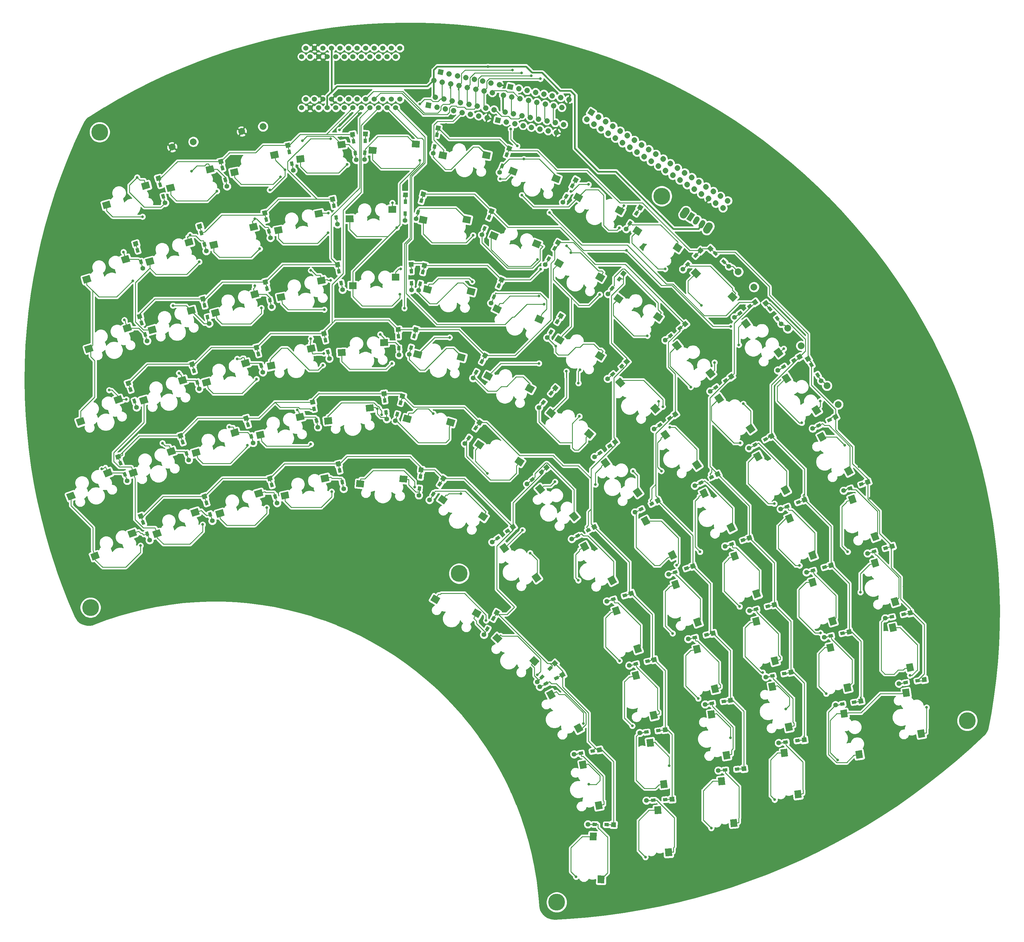
<source format=gbr>
G04 #@! TF.GenerationSoftware,KiCad,Pcbnew,(5.1.5)-3*
G04 #@! TF.CreationDate,2020-02-27T20:15:18+09:00*
G04 #@! TF.ProjectId,fan,66616e2e-6b69-4636-9164-5f7063625858,rev?*
G04 #@! TF.SameCoordinates,Original*
G04 #@! TF.FileFunction,Copper,L2,Bot*
G04 #@! TF.FilePolarity,Positive*
%FSLAX46Y46*%
G04 Gerber Fmt 4.6, Leading zero omitted, Abs format (unit mm)*
G04 Created by KiCad (PCBNEW (5.1.5)-3) date 2020-02-27 20:15:18*
%MOMM*%
%LPD*%
G04 APERTURE LIST*
%ADD10C,0.100000*%
%ADD11R,2.300000X2.000000*%
%ADD12C,5.000000*%
%ADD13C,1.397000*%
%ADD14C,2.000000*%
%ADD15C,1.700000*%
%ADD16C,2.200000*%
%ADD17C,1.500000*%
%ADD18C,1.600000*%
%ADD19C,1.524000*%
%ADD20C,0.800000*%
%ADD21C,0.250000*%
%ADD22C,0.500000*%
%ADD23C,0.254000*%
G04 APERTURE END LIST*
G04 #@! TA.AperFunction,SMDPad,CuDef*
D10*
G36*
X329482458Y-256173891D02*
G01*
X327526163Y-256589714D01*
X327047966Y-254339975D01*
X329004261Y-253924152D01*
X329482458Y-256173891D01*
G37*
G04 #@! TD.AperFunction*
G04 #@! TA.AperFunction,SMDPad,CuDef*
G36*
X324357485Y-244279513D02*
G01*
X322401190Y-244695336D01*
X321922993Y-242445597D01*
X323879288Y-242029774D01*
X324357485Y-244279513D01*
G37*
G04 #@! TD.AperFunction*
G04 #@! TA.AperFunction,SMDPad,CuDef*
G36*
X175591148Y-118093383D02*
G01*
X175626053Y-120093078D01*
X173326404Y-120133219D01*
X173291499Y-118133524D01*
X175591148Y-118093383D01*
G37*
G04 #@! TD.AperFunction*
G04 #@! TA.AperFunction,SMDPad,CuDef*
G36*
X162937411Y-120854642D02*
G01*
X162972316Y-122854337D01*
X160672667Y-122894478D01*
X160637762Y-120894783D01*
X162937411Y-120854642D01*
G37*
G04 #@! TD.AperFunction*
D11*
X175418000Y-139256000D03*
X162718000Y-141796000D03*
G04 #@! TA.AperFunction,SMDPad,CuDef*
D10*
G36*
X219649632Y-151319331D02*
G01*
X218804396Y-153131947D01*
X216719888Y-152159925D01*
X217565124Y-150347309D01*
X219649632Y-151319331D01*
G37*
G04 #@! TD.AperFunction*
G04 #@! TA.AperFunction,SMDPad,CuDef*
G36*
X207066073Y-148254101D02*
G01*
X206220837Y-150066717D01*
X204136329Y-149094695D01*
X204981565Y-147282079D01*
X207066073Y-148254101D01*
G37*
G04 #@! TD.AperFunction*
G04 #@! TA.AperFunction,SMDPad,CuDef*
G36*
X102068620Y-110760623D02*
G01*
X102586258Y-112692475D01*
X100364628Y-113287759D01*
X99846990Y-111355907D01*
X102068620Y-110760623D01*
G37*
G04 #@! TD.AperFunction*
G04 #@! TA.AperFunction,SMDPad,CuDef*
G36*
X90458762Y-116501077D02*
G01*
X90976400Y-118432929D01*
X88754770Y-119028213D01*
X88237132Y-117096361D01*
X90458762Y-116501077D01*
G37*
G04 #@! TD.AperFunction*
G04 #@! TA.AperFunction,SMDPad,CuDef*
G36*
X182642908Y-98742889D02*
G01*
X182538236Y-100740148D01*
X180241388Y-100619775D01*
X180346060Y-98622516D01*
X182642908Y-98742889D01*
G37*
G04 #@! TD.AperFunction*
G04 #@! TA.AperFunction,SMDPad,CuDef*
G36*
X169827380Y-100614741D02*
G01*
X169722708Y-102612000D01*
X167425860Y-102491627D01*
X167530532Y-100494368D01*
X169827380Y-100614741D01*
G37*
G04 #@! TD.AperFunction*
D12*
X194309000Y-227330000D03*
X84813000Y-237425000D03*
X223305000Y-325029000D03*
X345273000Y-271053000D03*
X254516000Y-115150000D03*
X87538000Y-96125000D03*
G04 #@! TA.AperFunction,SMDPad,CuDef*
D10*
G36*
X258947647Y-226261142D02*
G01*
X259256937Y-227159385D01*
X258027763Y-227582624D01*
X257718473Y-226684381D01*
X258947647Y-226261142D01*
G37*
G04 #@! TD.AperFunction*
D13*
X256563574Y-227584415D03*
G04 #@! TA.AperFunction,ComponentPad*
D10*
G36*
X264201461Y-224215731D02*
G01*
X264656280Y-225536620D01*
X263335391Y-225991439D01*
X262880572Y-224670550D01*
X264201461Y-224215731D01*
G37*
G04 #@! TD.AperFunction*
G04 #@! TA.AperFunction,SMDPad,CuDef*
G36*
X262304237Y-225105376D02*
G01*
X262613527Y-226003619D01*
X261384353Y-226426858D01*
X261075063Y-225528615D01*
X262304237Y-225105376D01*
G37*
G04 #@! TD.AperFunction*
G04 #@! TA.AperFunction,SMDPad,CuDef*
G36*
X219394993Y-175646476D02*
G01*
X220122735Y-176257124D01*
X219287111Y-177252982D01*
X218559369Y-176642334D01*
X219394993Y-175646476D01*
G37*
G04 #@! TD.AperFunction*
D13*
X218032979Y-178008629D03*
G04 #@! TA.AperFunction,ComponentPad*
D10*
G36*
X222844926Y-171187302D02*
G01*
X223915090Y-172085276D01*
X223017116Y-173155440D01*
X221946952Y-172257466D01*
X222844926Y-171187302D01*
G37*
G04 #@! TD.AperFunction*
G04 #@! TA.AperFunction,SMDPad,CuDef*
G36*
X221676889Y-172927018D02*
G01*
X222404631Y-173537666D01*
X221569007Y-174533524D01*
X220841265Y-173922876D01*
X221676889Y-172927018D01*
G37*
G04 #@! TD.AperFunction*
G04 #@! TA.AperFunction,SMDPad,CuDef*
G36*
X203753897Y-102205483D02*
G01*
X203372279Y-104168738D01*
X201114537Y-103729877D01*
X201496155Y-101766622D01*
X203753897Y-102205483D01*
G37*
G04 #@! TD.AperFunction*
G04 #@! TA.AperFunction,SMDPad,CuDef*
G36*
X190802577Y-102275542D02*
G01*
X190420959Y-104238797D01*
X188163217Y-103799936D01*
X188544835Y-101836681D01*
X190802577Y-102275542D01*
G37*
G04 #@! TD.AperFunction*
G04 #@! TA.AperFunction,SMDPad,CuDef*
G36*
X237462518Y-319393765D02*
G01*
X235462823Y-319358860D01*
X235502964Y-317059211D01*
X237502659Y-317094116D01*
X237462518Y-319393765D01*
G37*
G04 #@! TD.AperFunction*
G04 #@! TA.AperFunction,SMDPad,CuDef*
G36*
X235144551Y-306651370D02*
G01*
X233144856Y-306616465D01*
X233184997Y-304316816D01*
X235184692Y-304351721D01*
X235144551Y-306651370D01*
G37*
G04 #@! TD.AperFunction*
G04 #@! TA.AperFunction,SMDPad,CuDef*
G36*
X254946012Y-150924145D02*
G01*
X253770441Y-152542179D01*
X251909702Y-151190273D01*
X253085273Y-149572239D01*
X254946012Y-150924145D01*
G37*
G04 #@! TD.AperFunction*
G04 #@! TA.AperFunction,SMDPad,CuDef*
G36*
X243178522Y-145514175D02*
G01*
X242002951Y-147132209D01*
X240142212Y-145780303D01*
X241317783Y-144162269D01*
X243178522Y-145514175D01*
G37*
G04 #@! TD.AperFunction*
G04 #@! TA.AperFunction,SMDPad,CuDef*
G36*
X90678815Y-196028667D02*
G01*
X91395550Y-197895828D01*
X89248315Y-198720075D01*
X88531580Y-196852914D01*
X90678815Y-196028667D01*
G37*
G04 #@! TD.AperFunction*
G04 #@! TA.AperFunction,SMDPad,CuDef*
G36*
X79732598Y-202951234D02*
G01*
X80449333Y-204818395D01*
X78302098Y-205642642D01*
X77585363Y-203775481D01*
X79732598Y-202951234D01*
G37*
G04 #@! TD.AperFunction*
G04 #@! TA.AperFunction,SMDPad,CuDef*
G36*
X250576498Y-273880644D02*
G01*
X250692274Y-274823562D01*
X249401964Y-274981992D01*
X249286188Y-274039074D01*
X250576498Y-273880644D01*
G37*
G04 #@! TD.AperFunction*
D13*
X247969399Y-274679322D03*
G04 #@! TA.AperFunction,ComponentPad*
D10*
G36*
X256140769Y-272972259D02*
G01*
X256311020Y-274358846D01*
X254924433Y-274529097D01*
X254754182Y-273142510D01*
X256140769Y-272972259D01*
G37*
G04 #@! TD.AperFunction*
G04 #@! TA.AperFunction,SMDPad,CuDef*
G36*
X254100036Y-273448008D02*
G01*
X254215812Y-274390926D01*
X252925502Y-274549356D01*
X252809726Y-273606438D01*
X254100036Y-273448008D01*
G37*
G04 #@! TD.AperFunction*
G04 #@! TA.AperFunction,SMDPad,CuDef*
G36*
X308728544Y-265536837D02*
G01*
X308877157Y-266475141D01*
X307593162Y-266678505D01*
X307444549Y-265740201D01*
X308728544Y-265536837D01*
G37*
G04 #@! TD.AperFunction*
D13*
X306150907Y-266426015D03*
G04 #@! TA.AperFunction,ComponentPad*
D10*
G36*
X314257724Y-264434815D02*
G01*
X314476263Y-265814616D01*
X313096462Y-266033155D01*
X312877923Y-264653354D01*
X314257724Y-264434815D01*
G37*
G04 #@! TD.AperFunction*
G04 #@! TA.AperFunction,SMDPad,CuDef*
G36*
X312234838Y-264981495D02*
G01*
X312383451Y-265919799D01*
X311099456Y-266123163D01*
X310950843Y-265184859D01*
X312234838Y-264981495D01*
G37*
G04 #@! TD.AperFunction*
G04 #@! TA.AperFunction,SMDPad,CuDef*
G36*
X291883498Y-276869644D02*
G01*
X291999274Y-277812562D01*
X290708964Y-277970992D01*
X290593188Y-277028074D01*
X291883498Y-276869644D01*
G37*
G04 #@! TD.AperFunction*
D13*
X289276399Y-277668322D03*
G04 #@! TA.AperFunction,ComponentPad*
D10*
G36*
X297447769Y-275961259D02*
G01*
X297618020Y-277347846D01*
X296231433Y-277518097D01*
X296061182Y-276131510D01*
X297447769Y-275961259D01*
G37*
G04 #@! TD.AperFunction*
G04 #@! TA.AperFunction,SMDPad,CuDef*
G36*
X295407036Y-276437008D02*
G01*
X295522812Y-277379926D01*
X294232502Y-277538356D01*
X294116726Y-276595438D01*
X295407036Y-276437008D01*
G37*
G04 #@! TD.AperFunction*
G04 #@! TA.AperFunction,SMDPad,CuDef*
G36*
X252622683Y-294190529D02*
G01*
X252672402Y-295139227D01*
X251374183Y-295207263D01*
X251324464Y-294258565D01*
X252622683Y-294190529D01*
G37*
G04 #@! TD.AperFunction*
D13*
X249966221Y-294805400D03*
G04 #@! TA.AperFunction,ComponentPad*
D10*
G36*
X258236765Y-293672501D02*
G01*
X258309878Y-295067586D01*
X256914793Y-295140699D01*
X256841680Y-293745614D01*
X258236765Y-293672501D01*
G37*
G04 #@! TD.AperFunction*
G04 #@! TA.AperFunction,SMDPad,CuDef*
G36*
X256167817Y-294004737D02*
G01*
X256217536Y-294953435D01*
X254919317Y-295021471D01*
X254869598Y-294072773D01*
X256167817Y-294004737D01*
G37*
G04 #@! TD.AperFunction*
G04 #@! TA.AperFunction,SMDPad,CuDef*
G36*
X182434104Y-140439315D02*
G01*
X183359756Y-140653018D01*
X183067320Y-141919699D01*
X182141668Y-141705996D01*
X182434104Y-140439315D01*
G37*
G04 #@! TD.AperFunction*
D13*
X182292936Y-143162350D03*
G04 #@! TA.AperFunction,ComponentPad*
D10*
G36*
X183483595Y-134899924D02*
G01*
X184844790Y-135214181D01*
X184530533Y-136575376D01*
X183169338Y-136261119D01*
X183483595Y-134899924D01*
G37*
G04 #@! TD.AperFunction*
G04 #@! TA.AperFunction,SMDPad,CuDef*
G36*
X183232680Y-136980301D02*
G01*
X184158332Y-137194004D01*
X183865896Y-138460685D01*
X182940244Y-138246982D01*
X183232680Y-136980301D01*
G37*
G04 #@! TD.AperFunction*
G04 #@! TA.AperFunction,SMDPad,CuDef*
G36*
X201680155Y-123994143D02*
G01*
X202560980Y-124350020D01*
X202073991Y-125555359D01*
X201193166Y-125199482D01*
X201680155Y-123994143D01*
G37*
G04 #@! TD.AperFunction*
D13*
X201114749Y-126661570D03*
G04 #@! TA.AperFunction,ComponentPad*
D10*
G36*
X203583276Y-118687129D02*
G01*
X204878552Y-119210455D01*
X204355226Y-120505731D01*
X203059950Y-119982405D01*
X203583276Y-118687129D01*
G37*
G04 #@! TD.AperFunction*
G04 #@! TA.AperFunction,SMDPad,CuDef*
G36*
X203010009Y-120702641D02*
G01*
X203890834Y-121058518D01*
X203403845Y-122263857D01*
X202523020Y-121907980D01*
X203010009Y-120702641D01*
G37*
G04 #@! TD.AperFunction*
G04 #@! TA.AperFunction,SMDPad,CuDef*
G36*
X186669067Y-99663696D02*
G01*
X187601613Y-99844965D01*
X187353561Y-101121080D01*
X186421015Y-100939811D01*
X186669067Y-99663696D01*
G37*
G04 #@! TD.AperFunction*
D13*
X186623018Y-102390000D03*
G04 #@! TA.AperFunction,ComponentPad*
D10*
G36*
X187524595Y-94091053D02*
G01*
X188895929Y-94357613D01*
X188629369Y-95728947D01*
X187258035Y-95462387D01*
X187524595Y-94091053D01*
G37*
G04 #@! TD.AperFunction*
G04 #@! TA.AperFunction,SMDPad,CuDef*
G36*
X187346439Y-96178920D02*
G01*
X188278985Y-96360189D01*
X188030933Y-97636304D01*
X187098387Y-97455035D01*
X187346439Y-96178920D01*
G37*
G04 #@! TD.AperFunction*
G04 #@! TA.AperFunction,SMDPad,CuDef*
G36*
X235268461Y-301421438D02*
G01*
X235251881Y-302371294D01*
X233952079Y-302348606D01*
X233968659Y-301398750D01*
X235268461Y-301421438D01*
G37*
G04 #@! TD.AperFunction*
D13*
X232575580Y-301849506D03*
G04 #@! TA.AperFunction,ComponentPad*
D10*
G36*
X240905004Y-301296291D02*
G01*
X240880623Y-302693078D01*
X239483836Y-302668697D01*
X239508217Y-301271910D01*
X240905004Y-301296291D01*
G37*
G04 #@! TD.AperFunction*
G04 #@! TA.AperFunction,SMDPad,CuDef*
G36*
X238817921Y-301483394D02*
G01*
X238801341Y-302433250D01*
X237501539Y-302410562D01*
X237518119Y-301460706D01*
X238817921Y-301483394D01*
G37*
G04 #@! TD.AperFunction*
G04 #@! TA.AperFunction,SMDPad,CuDef*
G36*
X219027359Y-257287824D02*
G01*
X219722145Y-257935722D01*
X218835547Y-258886482D01*
X218140761Y-258238584D01*
X219027359Y-257287824D01*
G37*
G04 #@! TD.AperFunction*
D13*
X217543586Y-259575458D03*
G04 #@! TA.AperFunction,ComponentPad*
D10*
G36*
X222705939Y-253015316D02*
G01*
X223727640Y-253968067D01*
X222774889Y-254989768D01*
X221753188Y-254037017D01*
X222705939Y-253015316D01*
G37*
G04 #@! TD.AperFunction*
G04 #@! TA.AperFunction,SMDPad,CuDef*
G36*
X221448453Y-254691518D02*
G01*
X222143239Y-255339416D01*
X221256641Y-256290176D01*
X220561855Y-255642278D01*
X221448453Y-254691518D01*
G37*
G04 #@! TD.AperFunction*
G04 #@! TA.AperFunction,SMDPad,CuDef*
G36*
X216216876Y-198601265D02*
G01*
X216827524Y-199329007D01*
X215831666Y-200164631D01*
X215221018Y-199436889D01*
X216216876Y-198601265D01*
G37*
G04 #@! TD.AperFunction*
D13*
X214465371Y-200691021D03*
G04 #@! TA.AperFunction,ComponentPad*
D10*
G36*
X220388724Y-194808910D02*
G01*
X221286698Y-195879074D01*
X220216534Y-196777048D01*
X219318560Y-195706884D01*
X220388724Y-194808910D01*
G37*
G04 #@! TD.AperFunction*
G04 #@! TA.AperFunction,SMDPad,CuDef*
G36*
X218936334Y-196319369D02*
G01*
X219546982Y-197047111D01*
X218551124Y-197882735D01*
X217940476Y-197154993D01*
X218936334Y-196319369D01*
G37*
G04 #@! TD.AperFunction*
G04 #@! TA.AperFunction,SMDPad,CuDef*
G36*
X240123125Y-167270778D02*
G01*
X240758799Y-167976766D01*
X239792711Y-168846636D01*
X239157037Y-168140648D01*
X240123125Y-167270778D01*
G37*
G04 #@! TD.AperFunction*
D13*
X238445618Y-169420388D03*
G04 #@! TA.AperFunction,ComponentPad*
D10*
G36*
X244160081Y-163335138D02*
G01*
X245094856Y-164373311D01*
X244056683Y-165308086D01*
X243121908Y-164269913D01*
X244160081Y-163335138D01*
G37*
G04 #@! TD.AperFunction*
G04 #@! TA.AperFunction,SMDPad,CuDef*
G36*
X242761289Y-164895364D02*
G01*
X243396963Y-165601352D01*
X242430875Y-166471222D01*
X241795201Y-165765234D01*
X242761289Y-164895364D01*
G37*
G04 #@! TD.AperFunction*
G04 #@! TA.AperFunction,SMDPad,CuDef*
G36*
X220847138Y-132980778D02*
G01*
X221669862Y-133455778D01*
X221019862Y-134581612D01*
X220197138Y-134106612D01*
X220847138Y-132980778D01*
G37*
G04 #@! TD.AperFunction*
D13*
X219916000Y-135543557D03*
G04 #@! TA.AperFunction,ComponentPad*
D10*
G36*
X223470331Y-127990274D02*
G01*
X224680169Y-128688774D01*
X223981669Y-129898612D01*
X222771831Y-129200112D01*
X223470331Y-127990274D01*
G37*
G04 #@! TD.AperFunction*
G04 #@! TA.AperFunction,SMDPad,CuDef*
G36*
X222622138Y-129906388D02*
G01*
X223444862Y-130381388D01*
X222794862Y-131507222D01*
X221972138Y-131032222D01*
X222622138Y-129906388D01*
G37*
G04 #@! TD.AperFunction*
G04 #@! TA.AperFunction,SMDPad,CuDef*
G36*
X175671309Y-179213492D02*
G01*
X176584508Y-179475348D01*
X176226179Y-180724988D01*
X175312980Y-180463132D01*
X175671309Y-179213492D01*
G37*
G04 #@! TD.AperFunction*
D13*
X175387822Y-181925407D03*
G04 #@! TA.AperFunction,ComponentPad*
D10*
G36*
X177009269Y-173736619D02*
G01*
X178352152Y-174121684D01*
X177967087Y-175464567D01*
X176624204Y-175079502D01*
X177009269Y-173736619D01*
G37*
G04 #@! TD.AperFunction*
G04 #@! TA.AperFunction,SMDPad,CuDef*
G36*
X176649821Y-175801012D02*
G01*
X177563020Y-176062868D01*
X177204691Y-177312508D01*
X176291492Y-177050652D01*
X176649821Y-175801012D01*
G37*
G04 #@! TD.AperFunction*
G04 #@! TA.AperFunction,SMDPad,CuDef*
G36*
X162883192Y-101788159D02*
G01*
X163823947Y-101655945D01*
X164004872Y-102943293D01*
X163064117Y-103075507D01*
X162883192Y-101788159D01*
G37*
G04 #@! TD.AperFunction*
D13*
X163727250Y-104380921D03*
G04 #@! TA.AperFunction,ComponentPad*
D10*
G36*
X161877835Y-96240589D02*
G01*
X163261240Y-96046164D01*
X163455665Y-97429569D01*
X162072260Y-97623994D01*
X161877835Y-96240589D01*
G37*
G04 #@! TD.AperFunction*
G04 #@! TA.AperFunction,SMDPad,CuDef*
G36*
X162389128Y-98272707D02*
G01*
X163329883Y-98140493D01*
X163510808Y-99427841D01*
X162570053Y-99560055D01*
X162389128Y-98272707D01*
G37*
G04 #@! TD.AperFunction*
G04 #@! TA.AperFunction,SMDPad,CuDef*
G36*
X177832438Y-119689539D02*
G01*
X178782294Y-119706119D01*
X178759606Y-121005921D01*
X177809750Y-120989341D01*
X177832438Y-119689539D01*
G37*
G04 #@! TD.AperFunction*
D13*
X178260506Y-122382420D03*
G04 #@! TA.AperFunction,ComponentPad*
D10*
G36*
X177707291Y-114052996D02*
G01*
X179104078Y-114077377D01*
X179079697Y-115474164D01*
X177682910Y-115449783D01*
X177707291Y-114052996D01*
G37*
G04 #@! TD.AperFunction*
G04 #@! TA.AperFunction,SMDPad,CuDef*
G36*
X177894394Y-116140079D02*
G01*
X178844250Y-116156659D01*
X178821562Y-117456461D01*
X177871706Y-117439881D01*
X177894394Y-116140079D01*
G37*
G04 #@! TD.AperFunction*
G04 #@! TA.AperFunction,SMDPad,CuDef*
G36*
X262305359Y-134574824D02*
G01*
X263000145Y-135222722D01*
X262113547Y-136173482D01*
X261418761Y-135525584D01*
X262305359Y-134574824D01*
G37*
G04 #@! TD.AperFunction*
D13*
X260821586Y-136862458D03*
G04 #@! TA.AperFunction,ComponentPad*
D10*
G36*
X265983939Y-130302316D02*
G01*
X267005640Y-131255067D01*
X266052889Y-132276768D01*
X265031188Y-131324017D01*
X265983939Y-130302316D01*
G37*
G04 #@! TD.AperFunction*
G04 #@! TA.AperFunction,SMDPad,CuDef*
G36*
X264726453Y-131978518D02*
G01*
X265421239Y-132626416D01*
X264534641Y-133577176D01*
X263839855Y-132929278D01*
X264726453Y-131978518D01*
G37*
G04 #@! TD.AperFunction*
G04 #@! TA.AperFunction,SMDPad,CuDef*
G36*
X202628138Y-242968778D02*
G01*
X203450862Y-243443778D01*
X202800862Y-244569612D01*
X201978138Y-244094612D01*
X202628138Y-242968778D01*
G37*
G04 #@! TD.AperFunction*
D13*
X201697000Y-245531557D03*
G04 #@! TA.AperFunction,ComponentPad*
D10*
G36*
X205251331Y-237978274D02*
G01*
X206461169Y-238676774D01*
X205762669Y-239886612D01*
X204552831Y-239188112D01*
X205251331Y-237978274D01*
G37*
G04 #@! TD.AperFunction*
G04 #@! TA.AperFunction,SMDPad,CuDef*
G36*
X204403138Y-239894388D02*
G01*
X205225862Y-240369388D01*
X204575862Y-241495222D01*
X203753138Y-241020222D01*
X204403138Y-239894388D01*
G37*
G04 #@! TD.AperFunction*
G04 #@! TA.AperFunction,SMDPad,CuDef*
G36*
X186576913Y-202946801D02*
G01*
X187373650Y-203464208D01*
X186665619Y-204554479D01*
X185868882Y-204037072D01*
X186576913Y-202946801D01*
G37*
G04 #@! TD.AperFunction*
D13*
X185512925Y-205457335D03*
G04 #@! TA.AperFunction,ComponentPad*
D10*
G36*
X189457694Y-198100423D02*
G01*
X190629317Y-198861284D01*
X189868456Y-200032907D01*
X188696833Y-199272046D01*
X189457694Y-198100423D01*
G37*
G04 #@! TD.AperFunction*
G04 #@! TA.AperFunction,SMDPad,CuDef*
G36*
X188510381Y-199969521D02*
G01*
X189307118Y-200486928D01*
X188599087Y-201577199D01*
X187802350Y-201059792D01*
X188510381Y-199969521D01*
G37*
G04 #@! TD.AperFunction*
G04 #@! TA.AperFunction,SMDPad,CuDef*
G36*
X226076138Y-114386778D02*
G01*
X226898862Y-114861778D01*
X226248862Y-115987612D01*
X225426138Y-115512612D01*
X226076138Y-114386778D01*
G37*
G04 #@! TD.AperFunction*
D13*
X225145000Y-116949557D03*
G04 #@! TA.AperFunction,ComponentPad*
D10*
G36*
X228699331Y-109396274D02*
G01*
X229909169Y-110094774D01*
X229210669Y-111304612D01*
X228000831Y-110606112D01*
X228699331Y-109396274D01*
G37*
G04 #@! TD.AperFunction*
G04 #@! TA.AperFunction,SMDPad,CuDef*
G36*
X227851138Y-111312388D02*
G01*
X228673862Y-111787388D01*
X228023862Y-112913222D01*
X227201138Y-112438222D01*
X227851138Y-111312388D01*
G37*
G04 #@! TD.AperFunction*
G04 #@! TA.AperFunction,SMDPad,CuDef*
G36*
X206923155Y-105380143D02*
G01*
X207803980Y-105736020D01*
X207316991Y-106941359D01*
X206436166Y-106585482D01*
X206923155Y-105380143D01*
G37*
G04 #@! TD.AperFunction*
D13*
X206357749Y-108047570D03*
G04 #@! TA.AperFunction,ComponentPad*
D10*
G36*
X208826276Y-100073129D02*
G01*
X210121552Y-100596455D01*
X209598226Y-101891731D01*
X208302950Y-101368405D01*
X208826276Y-100073129D01*
G37*
G04 #@! TD.AperFunction*
G04 #@! TA.AperFunction,SMDPad,CuDef*
G36*
X208253009Y-102088641D02*
G01*
X209133834Y-102444518D01*
X208646845Y-103649857D01*
X207766020Y-103293980D01*
X208253009Y-102088641D01*
G37*
G04 #@! TD.AperFunction*
G04 #@! TA.AperFunction,SMDPad,CuDef*
G36*
X157203387Y-120980965D02*
G01*
X158135933Y-120799696D01*
X158383985Y-122075811D01*
X157451439Y-122257080D01*
X157203387Y-120980965D01*
G37*
G04 #@! TD.AperFunction*
D13*
X158181982Y-123526000D03*
G04 #@! TA.AperFunction,ComponentPad*
D10*
G36*
X155909071Y-115493613D02*
G01*
X157280405Y-115227053D01*
X157546965Y-116598387D01*
X156175631Y-116864947D01*
X155909071Y-115493613D01*
G37*
G04 #@! TD.AperFunction*
G04 #@! TA.AperFunction,SMDPad,CuDef*
G36*
X156526015Y-117496189D02*
G01*
X157458561Y-117314920D01*
X157706613Y-118591035D01*
X156774067Y-118772304D01*
X156526015Y-117496189D01*
G37*
G04 #@! TD.AperFunction*
G04 #@! TA.AperFunction,SMDPad,CuDef*
G36*
X182110758Y-201347320D02*
G01*
X183057143Y-201430118D01*
X182943840Y-202725172D01*
X181997455Y-202642374D01*
X182110758Y-201347320D01*
G37*
G04 #@! TD.AperFunction*
D13*
X182349937Y-204063502D03*
G04 #@! TA.AperFunction,ComponentPad*
D10*
G36*
X182379099Y-195715778D02*
G01*
X183770783Y-195837534D01*
X183649027Y-197229218D01*
X182257343Y-197107462D01*
X182379099Y-195715778D01*
G37*
G04 #@! TD.AperFunction*
G04 #@! TA.AperFunction,SMDPad,CuDef*
G36*
X182420160Y-197810828D02*
G01*
X183366545Y-197893626D01*
X183253242Y-199188680D01*
X182306857Y-199105882D01*
X182420160Y-197810828D01*
G37*
G04 #@! TD.AperFunction*
G04 #@! TA.AperFunction,SMDPad,CuDef*
G36*
X260116652Y-153636753D02*
G01*
X260714506Y-154375042D01*
X259704216Y-155193159D01*
X259106362Y-154454870D01*
X260116652Y-153636753D01*
G37*
G04 #@! TD.AperFunction*
G04 #@! TA.AperFunction,ComponentPad*
G36*
X261595182Y-152151872D02*
G01*
X262474343Y-153237545D01*
X261388670Y-154116706D01*
X260509509Y-153031033D01*
X261595182Y-152151872D01*
G37*
G04 #@! TD.AperFunction*
D13*
X255570074Y-157929711D03*
G04 #@! TA.AperFunction,SMDPad,CuDef*
D10*
G36*
X257357784Y-155870841D02*
G01*
X257955638Y-156609130D01*
X256945348Y-157427247D01*
X256347494Y-156688958D01*
X257357784Y-155870841D01*
G37*
G04 #@! TD.AperFunction*
G04 #@! TA.AperFunction,SMDPad,CuDef*
G36*
X239758606Y-141795603D02*
G01*
X240517310Y-142367327D01*
X239734950Y-143405553D01*
X238976246Y-142833829D01*
X239758606Y-141795603D01*
G37*
G04 #@! TD.AperFunction*
D13*
X238522085Y-144225801D03*
G04 #@! TA.AperFunction,ComponentPad*
D10*
G36*
X242970436Y-137161984D02*
G01*
X244086130Y-138002720D01*
X243245394Y-139118414D01*
X242129700Y-138277678D01*
X242970436Y-137161984D01*
G37*
G04 #@! TD.AperFunction*
G04 #@! TA.AperFunction,SMDPad,CuDef*
G36*
X241895050Y-138960447D02*
G01*
X242653754Y-139532171D01*
X241871394Y-140570397D01*
X241112690Y-139998673D01*
X241895050Y-138960447D01*
G37*
G04 #@! TD.AperFunction*
G04 #@! TA.AperFunction,SMDPad,CuDef*
G36*
X144010280Y-104962174D02*
G01*
X144939521Y-104764658D01*
X145209806Y-106036250D01*
X144280565Y-106233766D01*
X144010280Y-104962174D01*
G37*
G04 #@! TD.AperFunction*
D13*
X145033144Y-107489742D03*
G04 #@! TA.AperFunction,ComponentPad*
D10*
G36*
X142620394Y-99498248D02*
G01*
X143986866Y-99207796D01*
X144277318Y-100574268D01*
X142910846Y-100864720D01*
X142620394Y-99498248D01*
G37*
G04 #@! TD.AperFunction*
G04 #@! TA.AperFunction,SMDPad,CuDef*
G36*
X143272194Y-101489750D02*
G01*
X144201435Y-101292234D01*
X144471720Y-102563826D01*
X143542479Y-102761342D01*
X143272194Y-101489750D01*
G37*
G04 #@! TD.AperFunction*
G04 #@! TA.AperFunction,SMDPad,CuDef*
G36*
X158698387Y-140444965D02*
G01*
X159630933Y-140263696D01*
X159878985Y-141539811D01*
X158946439Y-141721080D01*
X158698387Y-140444965D01*
G37*
G04 #@! TD.AperFunction*
D13*
X159676982Y-142990000D03*
G04 #@! TA.AperFunction,ComponentPad*
D10*
G36*
X157404071Y-134957613D02*
G01*
X158775405Y-134691053D01*
X159041965Y-136062387D01*
X157670631Y-136328947D01*
X157404071Y-134957613D01*
G37*
G04 #@! TD.AperFunction*
G04 #@! TA.AperFunction,SMDPad,CuDef*
G36*
X158021015Y-136960189D02*
G01*
X158953561Y-136778920D01*
X159201613Y-138055035D01*
X158269067Y-138236304D01*
X158021015Y-136960189D01*
G37*
G04 #@! TD.AperFunction*
G04 #@! TA.AperFunction,SMDPad,CuDef*
G36*
X221530018Y-154690342D02*
G01*
X222335663Y-155193765D01*
X221646768Y-156296228D01*
X220841123Y-155792805D01*
X221530018Y-154690342D01*
G37*
G04 #@! TD.AperFunction*
D13*
X220510008Y-157219063D03*
G04 #@! TA.AperFunction,ComponentPad*
D10*
G36*
X224325779Y-149794427D02*
G01*
X225510502Y-150534724D01*
X224770205Y-151719447D01*
X223585482Y-150979150D01*
X224325779Y-149794427D01*
G37*
G04 #@! TD.AperFunction*
G04 #@! TA.AperFunction,SMDPad,CuDef*
G36*
X223411232Y-151679772D02*
G01*
X224216877Y-152183195D01*
X223527982Y-153285658D01*
X222722337Y-152782235D01*
X223411232Y-151679772D01*
G37*
G04 #@! TD.AperFunction*
G04 #@! TA.AperFunction,SMDPad,CuDef*
G36*
X204490487Y-144288539D02*
G01*
X205358355Y-144674938D01*
X204829597Y-145862547D01*
X203961729Y-145476148D01*
X204490487Y-144288539D01*
G37*
G04 #@! TD.AperFunction*
D13*
X203832333Y-146934608D03*
G04 #@! TA.AperFunction,ComponentPad*
D10*
G36*
X206577661Y-139051175D02*
G01*
X207853884Y-139619386D01*
X207285673Y-140895609D01*
X206009450Y-140327398D01*
X206577661Y-139051175D01*
G37*
G04 #@! TD.AperFunction*
G04 #@! TA.AperFunction,SMDPad,CuDef*
G36*
X205934403Y-141045453D02*
G01*
X206802271Y-141431852D01*
X206273513Y-142619461D01*
X205405645Y-142233062D01*
X205934403Y-141045453D01*
G37*
G04 #@! TD.AperFunction*
G04 #@! TA.AperFunction,SMDPad,CuDef*
G36*
X179694706Y-140383119D02*
G01*
X180644562Y-140366539D01*
X180667250Y-141666341D01*
X179717394Y-141682921D01*
X179694706Y-140383119D01*
G37*
G04 #@! TD.AperFunction*
D13*
X180216494Y-143059420D03*
G04 #@! TA.AperFunction,ComponentPad*
D10*
G36*
X179372922Y-134754377D02*
G01*
X180769709Y-134729996D01*
X180794090Y-136126783D01*
X179397303Y-136151164D01*
X179372922Y-134754377D01*
G37*
G04 #@! TD.AperFunction*
G04 #@! TA.AperFunction,SMDPad,CuDef*
G36*
X179632750Y-136833659D02*
G01*
X180582606Y-136817079D01*
X180605294Y-138116881D01*
X179655438Y-138133461D01*
X179632750Y-136833659D01*
G37*
G04 #@! TD.AperFunction*
G04 #@! TA.AperFunction,SMDPad,CuDef*
G36*
X175917552Y-159721892D02*
G01*
X176866973Y-159688738D01*
X176912342Y-160987946D01*
X175962921Y-161021100D01*
X175917552Y-159721892D01*
G37*
G04 #@! TD.AperFunction*
D13*
X176485967Y-162388679D03*
G04 #@! TA.AperFunction,ComponentPad*
D10*
G36*
X175497581Y-154099624D02*
G01*
X176893730Y-154050869D01*
X176942485Y-155447018D01*
X175546336Y-155495773D01*
X175497581Y-154099624D01*
G37*
G04 #@! TD.AperFunction*
G04 #@! TA.AperFunction,SMDPad,CuDef*
G36*
X175793658Y-156174054D02*
G01*
X176743079Y-156140900D01*
X176788448Y-157440108D01*
X175839027Y-157473262D01*
X175793658Y-156174054D01*
G37*
G04 #@! TD.AperFunction*
G04 #@! TA.AperFunction,SMDPad,CuDef*
G36*
X172060197Y-178820488D02*
G01*
X173004992Y-178721186D01*
X173140879Y-180014064D01*
X172196084Y-180113366D01*
X172060197Y-178820488D01*
G37*
G04 #@! TD.AperFunction*
D13*
X172813253Y-181441128D03*
G04 #@! TA.AperFunction,ComponentPad*
D10*
G36*
X171249060Y-173241212D02*
G01*
X172638407Y-173095185D01*
X172784434Y-174484532D01*
X171395087Y-174630559D01*
X171249060Y-173241212D01*
G37*
G04 #@! TD.AperFunction*
G04 #@! TA.AperFunction,SMDPad,CuDef*
G36*
X171689121Y-175289936D02*
G01*
X172633916Y-175190634D01*
X172769803Y-176483512D01*
X171825008Y-176582814D01*
X171689121Y-175289936D01*
G37*
G04 #@! TD.AperFunction*
G04 #@! TA.AperFunction,SMDPad,CuDef*
G36*
X165864027Y-101598738D02*
G01*
X166813448Y-101631892D01*
X166768079Y-102931100D01*
X165818658Y-102897946D01*
X165864027Y-101598738D01*
G37*
G04 #@! TD.AperFunction*
D13*
X166245033Y-104298679D03*
G04 #@! TA.AperFunction,ComponentPad*
D10*
G36*
X165837270Y-95960869D02*
G01*
X167233419Y-96009624D01*
X167184664Y-97405773D01*
X165788515Y-97357018D01*
X165837270Y-95960869D01*
G37*
G04 #@! TD.AperFunction*
G04 #@! TA.AperFunction,SMDPad,CuDef*
G36*
X165987921Y-98050900D02*
G01*
X166937342Y-98084054D01*
X166891973Y-99383262D01*
X165942552Y-99350108D01*
X165987921Y-98050900D01*
G37*
G04 #@! TD.AperFunction*
G04 #@! TA.AperFunction,SMDPad,CuDef*
G36*
X287975035Y-257138387D02*
G01*
X288156304Y-258070933D01*
X286880189Y-258318985D01*
X286698920Y-257386439D01*
X287975035Y-257138387D01*
G37*
G04 #@! TD.AperFunction*
D13*
X285430000Y-258116982D03*
G04 #@! TA.AperFunction,ComponentPad*
D10*
G36*
X293462387Y-255844071D02*
G01*
X293728947Y-257215405D01*
X292357613Y-257481965D01*
X292091053Y-256110631D01*
X293462387Y-255844071D01*
G37*
G04 #@! TD.AperFunction*
G04 #@! TA.AperFunction,SMDPad,CuDef*
G36*
X291459811Y-256461015D02*
G01*
X291641080Y-257393561D01*
X290364965Y-257641613D01*
X290183696Y-256709067D01*
X291459811Y-256461015D01*
G37*
G04 #@! TD.AperFunction*
G04 #@! TA.AperFunction,SMDPad,CuDef*
G36*
X269988544Y-265312837D02*
G01*
X270137157Y-266251141D01*
X268853162Y-266454505D01*
X268704549Y-265516201D01*
X269988544Y-265312837D01*
G37*
G04 #@! TD.AperFunction*
D13*
X267410907Y-266202015D03*
G04 #@! TA.AperFunction,ComponentPad*
D10*
G36*
X275517724Y-264210815D02*
G01*
X275736263Y-265590616D01*
X274356462Y-265809155D01*
X274137923Y-264429354D01*
X275517724Y-264210815D01*
G37*
G04 #@! TD.AperFunction*
G04 #@! TA.AperFunction,SMDPad,CuDef*
G36*
X273494838Y-264757495D02*
G01*
X273643451Y-265695799D01*
X272359456Y-265899163D01*
X272210843Y-264960859D01*
X273494838Y-264757495D01*
G37*
G04 #@! TD.AperFunction*
G04 #@! TA.AperFunction,SMDPad,CuDef*
G36*
X231052608Y-280114571D02*
G01*
X231217574Y-281050138D01*
X229937324Y-281275881D01*
X229772358Y-280340314D01*
X231052608Y-280114571D01*
G37*
G04 #@! TD.AperFunction*
D13*
X228490882Y-281048600D03*
G04 #@! TA.AperFunction,ComponentPad*
D10*
G36*
X236561713Y-278916219D02*
G01*
X236804299Y-280291995D01*
X235428523Y-280534581D01*
X235185937Y-279158805D01*
X236561713Y-278916219D01*
G37*
G04 #@! TD.AperFunction*
G04 #@! TA.AperFunction,SMDPad,CuDef*
G36*
X234548676Y-279498119D02*
G01*
X234713642Y-280433686D01*
X233433392Y-280659429D01*
X233268426Y-279723862D01*
X234548676Y-279498119D01*
G37*
G04 #@! TD.AperFunction*
G04 #@! TA.AperFunction,SMDPad,CuDef*
G36*
X277997658Y-149183976D02*
G01*
X278556054Y-149952542D01*
X277504332Y-150716662D01*
X276945936Y-149948096D01*
X277997658Y-149183976D01*
G37*
G04 #@! TD.AperFunction*
D13*
X276104645Y-151146462D03*
G04 #@! TA.AperFunction,ComponentPad*
D10*
G36*
X282423885Y-145691872D02*
G01*
X283245021Y-146822068D01*
X282114825Y-147643204D01*
X281293689Y-146513008D01*
X282423885Y-145691872D01*
G37*
G04 #@! TD.AperFunction*
G04 #@! TA.AperFunction,SMDPad,CuDef*
G36*
X280869668Y-147097338D02*
G01*
X281428064Y-147865904D01*
X280376342Y-148630024D01*
X279817946Y-147861458D01*
X280869668Y-147097338D01*
G37*
G04 #@! TD.AperFunction*
G04 #@! TA.AperFunction,SMDPad,CuDef*
G36*
X197169629Y-186196097D02*
G01*
X197947824Y-186740995D01*
X197202175Y-187805893D01*
X196423980Y-187260995D01*
X197169629Y-186196097D01*
G37*
G04 #@! TD.AperFunction*
D13*
X196018674Y-188667969D03*
G04 #@! TA.AperFunction,ComponentPad*
D10*
G36*
X200217791Y-181453210D02*
G01*
X201362147Y-182254496D01*
X200560861Y-183398852D01*
X199416505Y-182597566D01*
X200217791Y-181453210D01*
G37*
G04 #@! TD.AperFunction*
G04 #@! TA.AperFunction,SMDPad,CuDef*
G36*
X199205825Y-183288107D02*
G01*
X199984020Y-183833005D01*
X199238371Y-184897903D01*
X198460176Y-184353005D01*
X199205825Y-183288107D01*
G37*
G04 #@! TD.AperFunction*
G04 #@! TA.AperFunction,SMDPad,CuDef*
G36*
X179741014Y-159442727D02*
G01*
X180658643Y-159688605D01*
X180322178Y-160944309D01*
X179404549Y-160698431D01*
X179741014Y-159442727D01*
G37*
G04 #@! TD.AperFunction*
D13*
X179504899Y-162159177D03*
G04 #@! TA.AperFunction,ComponentPad*
D10*
G36*
X180983187Y-153943339D02*
G01*
X182332585Y-154304909D01*
X181971015Y-155654307D01*
X180621617Y-155292737D01*
X180983187Y-153943339D01*
G37*
G04 #@! TD.AperFunction*
G04 #@! TA.AperFunction,SMDPad,CuDef*
G36*
X180659822Y-156013691D02*
G01*
X181577451Y-156259569D01*
X181240986Y-157515273D01*
X180323357Y-157269395D01*
X180659822Y-156013691D01*
G37*
G04 #@! TD.AperFunction*
G04 #@! TA.AperFunction,SMDPad,CuDef*
G36*
X245019913Y-122398801D02*
G01*
X245816650Y-122916208D01*
X245108619Y-124006479D01*
X244311882Y-123489072D01*
X245019913Y-122398801D01*
G37*
G04 #@! TD.AperFunction*
D13*
X243955925Y-124909335D03*
G04 #@! TA.AperFunction,ComponentPad*
D10*
G36*
X247900694Y-117552423D02*
G01*
X249072317Y-118313284D01*
X248311456Y-119484907D01*
X247139833Y-118724046D01*
X247900694Y-117552423D01*
G37*
G04 #@! TD.AperFunction*
G04 #@! TA.AperFunction,SMDPad,CuDef*
G36*
X246953381Y-119421521D02*
G01*
X247750118Y-119938928D01*
X247042087Y-121029199D01*
X246245350Y-120511792D01*
X246953381Y-119421521D01*
G37*
G04 #@! TD.AperFunction*
G04 #@! TA.AperFunction,SMDPad,CuDef*
G36*
X181848309Y-119153492D02*
G01*
X182761508Y-119415348D01*
X182403179Y-120664988D01*
X181489980Y-120403132D01*
X181848309Y-119153492D01*
G37*
G04 #@! TD.AperFunction*
D13*
X181564822Y-121865407D03*
G04 #@! TA.AperFunction,ComponentPad*
D10*
G36*
X183186269Y-113676619D02*
G01*
X184529152Y-114061684D01*
X184144087Y-115404567D01*
X182801204Y-115019502D01*
X183186269Y-113676619D01*
G37*
G04 #@! TD.AperFunction*
G04 #@! TA.AperFunction,SMDPad,CuDef*
G36*
X182826821Y-115741012D02*
G01*
X183740020Y-116002868D01*
X183381691Y-117252508D01*
X182468492Y-116990652D01*
X182826821Y-115741012D01*
G37*
G04 #@! TD.AperFunction*
G04 #@! TA.AperFunction,SMDPad,CuDef*
G36*
X199208088Y-142789955D02*
G01*
X198724244Y-144730547D01*
X196492564Y-144174127D01*
X196976408Y-142233535D01*
X199208088Y-142789955D01*
G37*
G04 #@! TD.AperFunction*
G04 #@! TA.AperFunction,SMDPad,CuDef*
G36*
X186270850Y-142182098D02*
G01*
X185787006Y-144122690D01*
X183555326Y-143566270D01*
X184039170Y-141625678D01*
X186270850Y-142182098D01*
G37*
G04 #@! TD.AperFunction*
G04 #@! TA.AperFunction,SMDPad,CuDef*
G36*
X197921897Y-121351483D02*
G01*
X197540279Y-123314738D01*
X195282537Y-122875877D01*
X195664155Y-120912622D01*
X197921897Y-121351483D01*
G37*
G04 #@! TD.AperFunction*
G04 #@! TA.AperFunction,SMDPad,CuDef*
G36*
X184970577Y-121421542D02*
G01*
X184588959Y-123384797D01*
X182331217Y-122945936D01*
X182712835Y-120982681D01*
X184970577Y-121421542D01*
G37*
G04 #@! TD.AperFunction*
G04 #@! TA.AperFunction,SMDPad,CuDef*
G36*
X218782802Y-128825690D02*
G01*
X218033589Y-130680057D01*
X215901066Y-129818462D01*
X216650279Y-127964095D01*
X218782802Y-128825690D01*
G37*
G04 #@! TD.AperFunction*
G04 #@! TA.AperFunction,SMDPad,CuDef*
G36*
X206056066Y-126423234D02*
G01*
X205306853Y-128277601D01*
X203174330Y-127416006D01*
X203923543Y-125561639D01*
X206056066Y-126423234D01*
G37*
G04 #@! TD.AperFunction*
G04 #@! TA.AperFunction,SMDPad,CuDef*
G36*
X199293444Y-166655317D02*
G01*
X200132245Y-167101315D01*
X199521932Y-168249147D01*
X198683131Y-167803149D01*
X199293444Y-166655317D01*
G37*
G04 #@! TD.AperFunction*
D13*
X198452313Y-169249030D03*
G04 #@! TA.AperFunction,ComponentPad*
D10*
G36*
X201740874Y-161576305D02*
G01*
X202974352Y-162232157D01*
X202318500Y-163465635D01*
X201085022Y-162809783D01*
X201740874Y-161576305D01*
G37*
G04 #@! TD.AperFunction*
G04 #@! TA.AperFunction,SMDPad,CuDef*
G36*
X200960068Y-163520853D02*
G01*
X201798869Y-163966851D01*
X201188556Y-165114683D01*
X200349755Y-164668685D01*
X200960068Y-163520853D01*
G37*
G04 #@! TD.AperFunction*
G04 #@! TA.AperFunction,SMDPad,CuDef*
G36*
X273975606Y-285187633D02*
G01*
X274041875Y-286135319D01*
X272745042Y-286226003D01*
X272678773Y-285278317D01*
X273975606Y-285187633D01*
G37*
G04 #@! TD.AperFunction*
D13*
X271330281Y-285848772D03*
G04 #@! TA.AperFunction,ComponentPad*
D10*
G36*
X279579793Y-284571705D02*
G01*
X279677242Y-285965302D01*
X278283645Y-286062751D01*
X278186196Y-284669154D01*
X279579793Y-284571705D01*
G37*
G04 #@! TD.AperFunction*
G04 #@! TA.AperFunction,SMDPad,CuDef*
G36*
X277516958Y-284939997D02*
G01*
X277583227Y-285887683D01*
X276286394Y-285978367D01*
X276220125Y-285030681D01*
X277516958Y-284939997D01*
G37*
G04 #@! TD.AperFunction*
G04 #@! TA.AperFunction,SMDPad,CuDef*
G36*
X277007729Y-302524540D02*
G01*
X275015339Y-302698852D01*
X274814881Y-300407604D01*
X276807271Y-300233292D01*
X277007729Y-302524540D01*
G37*
G04 #@! TD.AperFunction*
G04 #@! TA.AperFunction,SMDPad,CuDef*
G36*
X273370516Y-290094243D02*
G01*
X271378126Y-290268555D01*
X271177668Y-287977307D01*
X273170058Y-287802995D01*
X273370516Y-290094243D01*
G37*
G04 #@! TD.AperFunction*
G04 #@! TA.AperFunction,SMDPad,CuDef*
G36*
X311473795Y-197437973D02*
G01*
X309691782Y-198345954D01*
X308647603Y-196296639D01*
X310429616Y-195388658D01*
X311473795Y-197437973D01*
G37*
G04 #@! TD.AperFunction*
G04 #@! TA.AperFunction,SMDPad,CuDef*
G36*
X303444959Y-187275326D02*
G01*
X301662946Y-188183307D01*
X300618767Y-186133992D01*
X302400780Y-185226011D01*
X303444959Y-187275326D01*
G37*
G04 #@! TD.AperFunction*
G04 #@! TA.AperFunction,SMDPad,CuDef*
G36*
X271559060Y-262485735D02*
G01*
X269610320Y-262935637D01*
X269092932Y-260694585D01*
X271041672Y-260244683D01*
X271559060Y-262485735D01*
G37*
G04 #@! TD.AperFunction*
G04 #@! TA.AperFunction,SMDPad,CuDef*
G36*
X266227281Y-250682611D02*
G01*
X264278541Y-251132513D01*
X263761153Y-248891461D01*
X265709893Y-248441559D01*
X266227281Y-250682611D01*
G37*
G04 #@! TD.AperFunction*
G04 #@! TA.AperFunction,SMDPad,CuDef*
G36*
X237678084Y-162425113D02*
G01*
X236588806Y-164102454D01*
X234659864Y-162849785D01*
X235749142Y-161172444D01*
X237678084Y-162425113D01*
G37*
G04 #@! TD.AperFunction*
G04 #@! TA.AperFunction,SMDPad,CuDef*
G36*
X225643585Y-157638421D02*
G01*
X224554307Y-159315762D01*
X222625365Y-158063093D01*
X223714643Y-156385752D01*
X225643585Y-157638421D01*
G37*
G04 #@! TD.AperFunction*
G04 #@! TA.AperFunction,SMDPad,CuDef*
G36*
X160409597Y-98660224D02*
G01*
X160687943Y-100640760D01*
X158410327Y-100960858D01*
X158131981Y-98980322D01*
X160409597Y-98660224D01*
G37*
G04 #@! TD.AperFunction*
G04 #@! TA.AperFunction,SMDPad,CuDef*
G36*
X148186692Y-102943003D02*
G01*
X148465038Y-104923539D01*
X146187422Y-105243637D01*
X145909076Y-103263101D01*
X148186692Y-102943003D01*
G37*
G04 #@! TD.AperFunction*
G04 #@! TA.AperFunction,SMDPad,CuDef*
G36*
X121188964Y-105920625D02*
G01*
X121672808Y-107861217D01*
X119441128Y-108417637D01*
X118957284Y-106477045D01*
X121188964Y-105920625D01*
G37*
G04 #@! TD.AperFunction*
G04 #@! TA.AperFunction,SMDPad,CuDef*
G36*
X109480689Y-111457584D02*
G01*
X109964533Y-113398176D01*
X107732853Y-113954596D01*
X107249009Y-112014004D01*
X109480689Y-111457584D01*
G37*
G04 #@! TD.AperFunction*
G04 #@! TA.AperFunction,SMDPad,CuDef*
G36*
X314317229Y-282084286D02*
G01*
X312341852Y-282397155D01*
X311982053Y-280125472D01*
X313957430Y-279812603D01*
X314317229Y-282084286D01*
G37*
G04 #@! TD.AperFunction*
G04 #@! TA.AperFunction,SMDPad,CuDef*
G36*
X309821783Y-269937988D02*
G01*
X307846406Y-270250857D01*
X307486607Y-267979174D01*
X309461984Y-267666305D01*
X309821783Y-269937988D01*
G37*
G04 #@! TD.AperFunction*
G04 #@! TA.AperFunction,SMDPad,CuDef*
G36*
X257618114Y-311299316D02*
G01*
X255620855Y-311403988D01*
X255500482Y-309107140D01*
X257497741Y-309002468D01*
X257618114Y-311299316D01*
G37*
G04 #@! TD.AperFunction*
G04 #@! TA.AperFunction,SMDPad,CuDef*
G36*
X254416929Y-298749654D02*
G01*
X252419670Y-298854326D01*
X252299297Y-296557478D01*
X254296556Y-296452806D01*
X254416929Y-298749654D01*
G37*
G04 #@! TD.AperFunction*
G04 #@! TA.AperFunction,SMDPad,CuDef*
G36*
X96045742Y-132652962D02*
G01*
X96597016Y-134575486D01*
X94386114Y-135209452D01*
X93834840Y-133286928D01*
X96045742Y-132652962D01*
G37*
G04 #@! TD.AperFunction*
G04 #@! TA.AperFunction,SMDPad,CuDef*
G36*
X84537838Y-138595161D02*
G01*
X85089112Y-140517685D01*
X82878210Y-141151651D01*
X82326936Y-139229127D01*
X84537838Y-138595161D01*
G37*
G04 #@! TD.AperFunction*
D14*
X109059539Y-100575246D03*
X115366461Y-99002754D03*
G04 #@! TA.AperFunction,SMDPad,CuDef*
D10*
G36*
X96548373Y-153073669D02*
G01*
X97133116Y-154986278D01*
X94933615Y-155658733D01*
X94348872Y-153746124D01*
X96548373Y-153073669D01*
G37*
G04 #@! TD.AperFunction*
G04 #@! TA.AperFunction,SMDPad,CuDef*
G36*
X85145927Y-159215804D02*
G01*
X85730670Y-161128413D01*
X83531169Y-161800868D01*
X82946426Y-159888259D01*
X85145927Y-159215804D01*
G37*
G04 #@! TD.AperFunction*
G04 #@! TA.AperFunction,SMDPad,CuDef*
G36*
X229976287Y-210583544D02*
G01*
X228444198Y-211869120D01*
X226965787Y-210107218D01*
X228497876Y-208821642D01*
X229976287Y-210583544D01*
G37*
G04 #@! TD.AperFunction*
G04 #@! TA.AperFunction,SMDPad,CuDef*
G36*
X219867131Y-202487460D02*
G01*
X218335042Y-203773036D01*
X216856631Y-202011134D01*
X218388720Y-200725558D01*
X219867131Y-202487460D01*
G37*
G04 #@! TD.AperFunction*
G04 #@! TA.AperFunction,SMDPad,CuDef*
G36*
X288017690Y-151239327D02*
G01*
X288776394Y-150667603D01*
X289558754Y-151705829D01*
X288800050Y-152277553D01*
X288017690Y-151239327D01*
G37*
G04 #@! TD.AperFunction*
D13*
X290012915Y-153097801D03*
G04 #@! TA.AperFunction,ComponentPad*
D10*
G36*
X284448870Y-146874720D02*
G01*
X285564564Y-146033984D01*
X286405300Y-147149678D01*
X285289606Y-147990414D01*
X284448870Y-146874720D01*
G37*
G04 #@! TD.AperFunction*
G04 #@! TA.AperFunction,SMDPad,CuDef*
G36*
X285881246Y-148404171D02*
G01*
X286639950Y-147832447D01*
X287422310Y-148870673D01*
X286663606Y-149442397D01*
X285881246Y-148404171D01*
G37*
G04 #@! TD.AperFunction*
G04 #@! TA.AperFunction,SMDPad,CuDef*
G36*
X300080264Y-167989956D02*
G01*
X300894573Y-167500670D01*
X301564122Y-168614988D01*
X300749813Y-169104274D01*
X300080264Y-167989956D01*
G37*
G04 #@! TD.AperFunction*
D13*
X301870295Y-170046807D03*
G04 #@! TA.AperFunction,ComponentPad*
D10*
G36*
X296987220Y-163276216D02*
G01*
X298184682Y-162556708D01*
X298904190Y-163754170D01*
X297706728Y-164473678D01*
X296987220Y-163276216D01*
G37*
G04 #@! TD.AperFunction*
G04 #@! TA.AperFunction,SMDPad,CuDef*
G36*
X298251878Y-164947012D02*
G01*
X299066187Y-164457726D01*
X299735736Y-165572044D01*
X298921427Y-166061330D01*
X298251878Y-164947012D01*
G37*
G04 #@! TD.AperFunction*
G04 #@! TA.AperFunction,SMDPad,CuDef*
G36*
X264877982Y-245724244D02*
G01*
X265091685Y-246649896D01*
X263825004Y-246942332D01*
X263611301Y-246016680D01*
X264877982Y-245724244D01*
G37*
G04 #@! TD.AperFunction*
D13*
X262368650Y-246791064D03*
G04 #@! TA.AperFunction,ComponentPad*
D10*
G36*
X270316819Y-244239210D02*
G01*
X270631076Y-245600405D01*
X269269881Y-245914662D01*
X268955624Y-244553467D01*
X270316819Y-244239210D01*
G37*
G04 #@! TD.AperFunction*
G04 #@! TA.AperFunction,SMDPad,CuDef*
G36*
X268336996Y-244925668D02*
G01*
X268550699Y-245851320D01*
X267284018Y-246143756D01*
X267070315Y-245218104D01*
X268336996Y-244925668D01*
G37*
G04 #@! TD.AperFunction*
G04 #@! TA.AperFunction,SMDPad,CuDef*
G36*
X327556544Y-259152837D02*
G01*
X327705157Y-260091141D01*
X326421162Y-260294505D01*
X326272549Y-259356201D01*
X327556544Y-259152837D01*
G37*
G04 #@! TD.AperFunction*
D13*
X324978907Y-260042015D03*
G04 #@! TA.AperFunction,ComponentPad*
D10*
G36*
X333085724Y-258050815D02*
G01*
X333304263Y-259430616D01*
X331924462Y-259649155D01*
X331705923Y-258269354D01*
X333085724Y-258050815D01*
G37*
G04 #@! TD.AperFunction*
G04 #@! TA.AperFunction,SMDPad,CuDef*
G36*
X331062838Y-258597495D02*
G01*
X331211451Y-259535799D01*
X329927456Y-259739163D01*
X329778843Y-258800859D01*
X331062838Y-258597495D01*
G37*
G04 #@! TD.AperFunction*
G04 #@! TA.AperFunction,SMDPad,CuDef*
G36*
X259140795Y-222437973D02*
G01*
X257358782Y-223345954D01*
X256314603Y-221296639D01*
X258096616Y-220388658D01*
X259140795Y-222437973D01*
G37*
G04 #@! TD.AperFunction*
G04 #@! TA.AperFunction,SMDPad,CuDef*
G36*
X251111959Y-212275326D02*
G01*
X249329946Y-213183307D01*
X248285767Y-211133992D01*
X250067780Y-210226011D01*
X251111959Y-212275326D01*
G37*
G04 #@! TD.AperFunction*
G04 #@! TA.AperFunction,SMDPad,CuDef*
G36*
X277080787Y-145121050D02*
G01*
X275691470Y-146559730D01*
X274036989Y-144962016D01*
X275426306Y-143523336D01*
X277080787Y-145121050D01*
G37*
G04 #@! TD.AperFunction*
G04 #@! TA.AperFunction,SMDPad,CuDef*
G36*
X266180739Y-138126012D02*
G01*
X264791422Y-139564692D01*
X263136941Y-137966978D01*
X264526258Y-136528298D01*
X266180739Y-138126012D01*
G37*
G04 #@! TD.AperFunction*
G04 #@! TA.AperFunction,SMDPad,CuDef*
G36*
X292178498Y-206725713D02*
G01*
X292518947Y-207612615D01*
X291305292Y-208078493D01*
X290964843Y-207191591D01*
X292178498Y-206725713D01*
G37*
G04 #@! TD.AperFunction*
D13*
X289842059Y-208131382D03*
G04 #@! TA.AperFunction,ComponentPad*
D10*
G36*
X297357727Y-204498192D02*
G01*
X297858367Y-205802404D01*
X296554155Y-206303044D01*
X296053515Y-204998832D01*
X297357727Y-204498192D01*
G37*
G04 #@! TD.AperFunction*
G04 #@! TA.AperFunction,SMDPad,CuDef*
G36*
X295492708Y-205453507D02*
G01*
X295833157Y-206340409D01*
X294619502Y-206806287D01*
X294279053Y-205919385D01*
X295492708Y-205453507D01*
G37*
G04 #@! TD.AperFunction*
G04 #@! TA.AperFunction,SMDPad,CuDef*
G36*
X272190294Y-134519177D02*
G01*
X272850220Y-133835805D01*
X273785362Y-134738861D01*
X273125436Y-135422233D01*
X272190294Y-134519177D01*
G37*
G04 #@! TD.AperFunction*
D13*
X274451685Y-136042648D03*
G04 #@! TA.AperFunction,ComponentPad*
D10*
G36*
X267982637Y-130766592D02*
G01*
X268953075Y-129761674D01*
X269957993Y-130732112D01*
X268987555Y-131737030D01*
X267982637Y-130766592D01*
G37*
G04 #@! TD.AperFunction*
G04 #@! TA.AperFunction,SMDPad,CuDef*
G36*
X269636638Y-132053139D02*
G01*
X270296564Y-131369767D01*
X271231706Y-132272823D01*
X270571780Y-132956195D01*
X269636638Y-132053139D01*
G37*
G04 #@! TD.AperFunction*
D14*
X129727297Y-95905091D03*
X136060703Y-94442909D03*
G04 #@! TA.AperFunction,SMDPad,CuDef*
D10*
G36*
X266515972Y-199588511D02*
G01*
X266947263Y-200434967D01*
X265788954Y-201025155D01*
X265357663Y-200178699D01*
X266515972Y-199588511D01*
G37*
G04 #@! TD.AperFunction*
D13*
X264339265Y-201230704D03*
G04 #@! TA.AperFunction,ComponentPad*
D10*
G36*
X271433991Y-196831816D02*
G01*
X272068215Y-198076552D01*
X270823479Y-198710776D01*
X270189255Y-197466040D01*
X271433991Y-196831816D01*
G37*
G04 #@! TD.AperFunction*
G04 #@! TA.AperFunction,SMDPad,CuDef*
G36*
X269679046Y-197976845D02*
G01*
X270110337Y-198823301D01*
X268952028Y-199413489D01*
X268520737Y-198567033D01*
X269679046Y-197976845D01*
G37*
G04 #@! TD.AperFunction*
G04 #@! TA.AperFunction,SMDPad,CuDef*
G36*
X248761972Y-207471511D02*
G01*
X249193263Y-208317967D01*
X248034954Y-208908155D01*
X247603663Y-208061699D01*
X248761972Y-207471511D01*
G37*
G04 #@! TD.AperFunction*
D13*
X246585265Y-209113704D03*
G04 #@! TA.AperFunction,ComponentPad*
D10*
G36*
X253679991Y-204714816D02*
G01*
X254314215Y-205959552D01*
X253069479Y-206593776D01*
X252435255Y-205349040D01*
X253679991Y-204714816D01*
G37*
G04 #@! TD.AperFunction*
G04 #@! TA.AperFunction,SMDPad,CuDef*
G36*
X251925046Y-205859845D02*
G01*
X252356337Y-206706301D01*
X251198028Y-207296489D01*
X250766737Y-206450033D01*
X251925046Y-205859845D01*
G37*
G04 #@! TD.AperFunction*
G04 #@! TA.AperFunction,SMDPad,CuDef*
G36*
X318107652Y-220129492D02*
G01*
X318369508Y-221042691D01*
X317119868Y-221401020D01*
X316858012Y-220487821D01*
X318107652Y-220129492D01*
G37*
G04 #@! TD.AperFunction*
D13*
X315657593Y-221326178D03*
G04 #@! TA.AperFunction,ComponentPad*
D10*
G36*
X323461316Y-218361848D02*
G01*
X323846381Y-219704731D01*
X322503498Y-220089796D01*
X322118433Y-218746913D01*
X323461316Y-218361848D01*
G37*
G04 #@! TD.AperFunction*
G04 #@! TA.AperFunction,SMDPad,CuDef*
G36*
X321520132Y-219150980D02*
G01*
X321781988Y-220064179D01*
X320532348Y-220422508D01*
X320270492Y-219509309D01*
X321520132Y-219150980D01*
G37*
G04 #@! TD.AperFunction*
G04 #@! TA.AperFunction,SMDPad,CuDef*
G36*
X305277826Y-245222280D02*
G01*
X305475342Y-246151521D01*
X304203750Y-246421806D01*
X304006234Y-245492565D01*
X305277826Y-245222280D01*
G37*
G04 #@! TD.AperFunction*
D13*
X302750258Y-246245144D03*
G04 #@! TA.AperFunction,ComponentPad*
D10*
G36*
X310741752Y-243832394D02*
G01*
X311032204Y-245198866D01*
X309665732Y-245489318D01*
X309375280Y-244122846D01*
X310741752Y-243832394D01*
G37*
G04 #@! TD.AperFunction*
G04 #@! TA.AperFunction,SMDPad,CuDef*
G36*
X308750250Y-244484194D02*
G01*
X308947766Y-245413435D01*
X307676174Y-245683720D01*
X307478658Y-244754479D01*
X308750250Y-244484194D01*
G37*
G04 #@! TD.AperFunction*
G04 #@! TA.AperFunction,SMDPad,CuDef*
G36*
X229908685Y-215382755D02*
G01*
X230354683Y-216221556D01*
X229206851Y-216831869D01*
X228760853Y-215993068D01*
X229908685Y-215382755D01*
G37*
G04 #@! TD.AperFunction*
D13*
X227760970Y-217062687D03*
G04 #@! TA.AperFunction,ComponentPad*
D10*
G36*
X234777843Y-212540648D02*
G01*
X235433695Y-213774126D01*
X234200217Y-214429978D01*
X233544365Y-213196500D01*
X234777843Y-212540648D01*
G37*
G04 #@! TD.AperFunction*
G04 #@! TA.AperFunction,SMDPad,CuDef*
G36*
X233043149Y-213716131D02*
G01*
X233489147Y-214554932D01*
X232341315Y-215165245D01*
X231895317Y-214326444D01*
X233043149Y-213716131D01*
G37*
G04 #@! TD.AperFunction*
G04 #@! TA.AperFunction,SMDPad,CuDef*
G36*
X275740647Y-217892142D02*
G01*
X276049937Y-218790385D01*
X274820763Y-219213624D01*
X274511473Y-218315381D01*
X275740647Y-217892142D01*
G37*
G04 #@! TD.AperFunction*
D13*
X273356574Y-219215415D03*
G04 #@! TA.AperFunction,ComponentPad*
D10*
G36*
X280994461Y-215846731D02*
G01*
X281449280Y-217167620D01*
X280128391Y-217622439D01*
X279673572Y-216301550D01*
X280994461Y-215846731D01*
G37*
G04 #@! TD.AperFunction*
G04 #@! TA.AperFunction,SMDPad,CuDef*
G36*
X279097237Y-216736376D02*
G01*
X279406527Y-217634619D01*
X278177353Y-218057858D01*
X277868063Y-217159615D01*
X279097237Y-216736376D01*
G37*
G04 #@! TD.AperFunction*
G04 #@! TA.AperFunction,SMDPad,CuDef*
G36*
X237742274Y-138986925D02*
G01*
X236742274Y-140718975D01*
X234750416Y-139568975D01*
X235750416Y-137836925D01*
X237742274Y-138986925D01*
G37*
G04 #@! TD.AperFunction*
G04 #@! TA.AperFunction,SMDPad,CuDef*
G36*
X225473751Y-134836629D02*
G01*
X224473751Y-136568679D01*
X222481893Y-135418679D01*
X223481893Y-133686629D01*
X225473751Y-134836629D01*
G37*
G04 #@! TD.AperFunction*
G04 #@! TA.AperFunction,SMDPad,CuDef*
G36*
X234490265Y-185791903D02*
G01*
X233204689Y-187323992D01*
X231442787Y-185845581D01*
X232728363Y-184313492D01*
X234490265Y-185791903D01*
G37*
G04 #@! TD.AperFunction*
G04 #@! TA.AperFunction,SMDPad,CuDef*
G36*
X223128820Y-179574253D02*
G01*
X221843244Y-181106342D01*
X220081342Y-179627931D01*
X221366918Y-178095842D01*
X223128820Y-179574253D01*
G37*
G04 #@! TD.AperFunction*
G04 #@! TA.AperFunction,SMDPad,CuDef*
G36*
X270843005Y-171224176D02*
G01*
X271387903Y-172002371D01*
X270323005Y-172748020D01*
X269778107Y-171969825D01*
X270843005Y-171224176D01*
G37*
G04 #@! TD.AperFunction*
D13*
X268916031Y-173153326D03*
G04 #@! TA.AperFunction,ComponentPad*
D10*
G36*
X275329504Y-167809853D02*
G01*
X276130790Y-168954209D01*
X274986434Y-169755495D01*
X274185148Y-168611139D01*
X275329504Y-167809853D01*
G37*
G04 #@! TD.AperFunction*
G04 #@! TA.AperFunction,SMDPad,CuDef*
G36*
X273750995Y-169187980D02*
G01*
X274295893Y-169966175D01*
X273230995Y-170711824D01*
X272686097Y-169933629D01*
X273750995Y-169187980D01*
G37*
G04 #@! TD.AperFunction*
D14*
X277235146Y-137648360D03*
X281910854Y-142163640D03*
G04 #@! TA.AperFunction,SMDPad,CuDef*
D10*
G36*
X282558685Y-188364755D02*
G01*
X283004683Y-189203556D01*
X281856851Y-189813869D01*
X281410853Y-188975068D01*
X282558685Y-188364755D01*
G37*
G04 #@! TD.AperFunction*
D13*
X280410970Y-190044687D03*
G04 #@! TA.AperFunction,ComponentPad*
D10*
G36*
X287427843Y-185522648D02*
G01*
X288083695Y-186756126D01*
X286850217Y-187411978D01*
X286194365Y-186178500D01*
X287427843Y-185522648D01*
G37*
G04 #@! TD.AperFunction*
G04 #@! TA.AperFunction,SMDPad,CuDef*
G36*
X285693149Y-186698131D02*
G01*
X286139147Y-187536932D01*
X284991315Y-188147245D01*
X284545317Y-187308444D01*
X285693149Y-186698131D01*
G37*
G04 #@! TD.AperFunction*
G04 #@! TA.AperFunction,SMDPad,CuDef*
G36*
X236419658Y-190717976D02*
G01*
X236978054Y-191486542D01*
X235926332Y-192250662D01*
X235367936Y-191482096D01*
X236419658Y-190717976D01*
G37*
G04 #@! TD.AperFunction*
D13*
X234526645Y-192680462D03*
G04 #@! TA.AperFunction,ComponentPad*
D10*
G36*
X240845885Y-187225872D02*
G01*
X241667021Y-188356068D01*
X240536825Y-189177204D01*
X239715689Y-188047008D01*
X240845885Y-187225872D01*
G37*
G04 #@! TD.AperFunction*
G04 #@! TA.AperFunction,SMDPad,CuDef*
G36*
X239291668Y-188631338D02*
G01*
X239850064Y-189399904D01*
X238798342Y-190164024D01*
X238239946Y-189395458D01*
X239291668Y-188631338D01*
G37*
G04 #@! TD.AperFunction*
G04 #@! TA.AperFunction,SMDPad,CuDef*
G36*
X254205005Y-182416176D02*
G01*
X254749903Y-183194371D01*
X253685005Y-183940020D01*
X253140107Y-183161825D01*
X254205005Y-182416176D01*
G37*
G04 #@! TD.AperFunction*
D13*
X252278031Y-184345326D03*
G04 #@! TA.AperFunction,ComponentPad*
D10*
G36*
X258691504Y-179001853D02*
G01*
X259492790Y-180146209D01*
X258348434Y-180947495D01*
X257547148Y-179803139D01*
X258691504Y-179001853D01*
G37*
G04 #@! TD.AperFunction*
G04 #@! TA.AperFunction,SMDPad,CuDef*
G36*
X257112995Y-180379980D02*
G01*
X257657893Y-181158175D01*
X256592995Y-181903824D01*
X256048097Y-181125629D01*
X257112995Y-180379980D01*
G37*
G04 #@! TD.AperFunction*
G04 #@! TA.AperFunction,SMDPad,CuDef*
G36*
X240624279Y-234289892D02*
G01*
X240917845Y-235193396D01*
X239681471Y-235595118D01*
X239387905Y-234691614D01*
X240624279Y-234289892D01*
G37*
G04 #@! TD.AperFunction*
D13*
X238217475Y-235571355D03*
G04 #@! TA.AperFunction,ComponentPad*
D10*
G36*
X245912990Y-232336484D02*
G01*
X246344686Y-233665110D01*
X245016060Y-234096806D01*
X244584364Y-232768180D01*
X245912990Y-232336484D01*
G37*
G04 #@! TD.AperFunction*
G04 #@! TA.AperFunction,SMDPad,CuDef*
G36*
X244000529Y-233192882D02*
G01*
X244294095Y-234096386D01*
X243057721Y-234498108D01*
X242764155Y-233594604D01*
X244000529Y-233192882D01*
G37*
G04 #@! TD.AperFunction*
G04 #@! TA.AperFunction,SMDPad,CuDef*
G36*
X299946652Y-225768492D02*
G01*
X300208508Y-226681691D01*
X298958868Y-227040020D01*
X298697012Y-226126821D01*
X299946652Y-225768492D01*
G37*
G04 #@! TD.AperFunction*
D13*
X297496593Y-226965178D03*
G04 #@! TA.AperFunction,ComponentPad*
D10*
G36*
X305300316Y-224000848D02*
G01*
X305685381Y-225343731D01*
X304342498Y-225728796D01*
X303957433Y-224385913D01*
X305300316Y-224000848D01*
G37*
G04 #@! TD.AperFunction*
G04 #@! TA.AperFunction,SMDPad,CuDef*
G36*
X303359132Y-224789980D02*
G01*
X303620988Y-225703179D01*
X302371348Y-226061508D01*
X302109492Y-225148309D01*
X303359132Y-224789980D01*
G37*
G04 #@! TD.AperFunction*
D14*
X303601126Y-171491206D03*
X306948874Y-177062794D03*
G04 #@! TA.AperFunction,SMDPad,CuDef*
D10*
G36*
X276553795Y-214223973D02*
G01*
X274771782Y-215131954D01*
X273727603Y-213082639D01*
X275509616Y-212174658D01*
X276553795Y-214223973D01*
G37*
G04 #@! TD.AperFunction*
G04 #@! TA.AperFunction,SMDPad,CuDef*
G36*
X268524959Y-204061326D02*
G01*
X266742946Y-204969307D01*
X265698767Y-202919992D01*
X267480780Y-202012011D01*
X268524959Y-204061326D01*
G37*
G04 #@! TD.AperFunction*
G04 #@! TA.AperFunction,SMDPad,CuDef*
G36*
X290721082Y-162003545D02*
G01*
X289123811Y-163207175D01*
X287739636Y-161370313D01*
X289336907Y-160166683D01*
X290721082Y-162003545D01*
G37*
G04 #@! TD.AperFunction*
G04 #@! TA.AperFunction,SMDPad,CuDef*
G36*
X281049497Y-153389485D02*
G01*
X279452226Y-154593115D01*
X278068051Y-152756253D01*
X279665322Y-151552623D01*
X281049497Y-153389485D01*
G37*
G04 #@! TD.AperFunction*
G04 #@! TA.AperFunction,SMDPad,CuDef*
G36*
X206032658Y-216004976D02*
G01*
X206591054Y-216773542D01*
X205539332Y-217537662D01*
X204980936Y-216769096D01*
X206032658Y-216004976D01*
G37*
G04 #@! TD.AperFunction*
D13*
X204139645Y-217967462D03*
G04 #@! TA.AperFunction,ComponentPad*
D10*
G36*
X210458885Y-212512872D02*
G01*
X211280021Y-213643068D01*
X210149825Y-214464204D01*
X209328689Y-213334008D01*
X210458885Y-212512872D01*
G37*
G04 #@! TD.AperFunction*
G04 #@! TA.AperFunction,SMDPad,CuDef*
G36*
X208904668Y-213918338D02*
G01*
X209463064Y-214686904D01*
X208411342Y-215451024D01*
X207852946Y-214682458D01*
X208904668Y-213918338D01*
G37*
G04 #@! TD.AperFunction*
G04 #@! TA.AperFunction,SMDPad,CuDef*
G36*
X310920387Y-201316419D02*
G01*
X311245306Y-202209127D01*
X310023705Y-202653753D01*
X309698786Y-201761045D01*
X310920387Y-201316419D01*
G37*
G04 #@! TD.AperFunction*
D13*
X308559771Y-202681097D03*
G04 #@! TA.AperFunction,ComponentPad*
D10*
G36*
X316137703Y-199179627D02*
G01*
X316615505Y-200492377D01*
X315302755Y-200970179D01*
X314824953Y-199657429D01*
X316137703Y-199179627D01*
G37*
G04 #@! TD.AperFunction*
G04 #@! TA.AperFunction,SMDPad,CuDef*
G36*
X314256295Y-200102247D02*
G01*
X314581214Y-200994955D01*
X313359613Y-201439581D01*
X313034694Y-200546873D01*
X314256295Y-200102247D01*
G37*
G04 #@! TD.AperFunction*
G04 #@! TA.AperFunction,SMDPad,CuDef*
G36*
X247360982Y-253574244D02*
G01*
X247574685Y-254499896D01*
X246308004Y-254792332D01*
X246094301Y-253866680D01*
X247360982Y-253574244D01*
G37*
G04 #@! TD.AperFunction*
D13*
X244851650Y-254641064D03*
G04 #@! TA.AperFunction,ComponentPad*
D10*
G36*
X252799819Y-252089210D02*
G01*
X253114076Y-253450405D01*
X251752881Y-253764662D01*
X251438624Y-252403467D01*
X252799819Y-252089210D01*
G37*
G04 #@! TD.AperFunction*
G04 #@! TA.AperFunction,SMDPad,CuDef*
G36*
X250819996Y-252775668D02*
G01*
X251033699Y-253701320D01*
X249767018Y-253993756D01*
X249553315Y-253068104D01*
X250819996Y-252775668D01*
G37*
G04 #@! TD.AperFunction*
D14*
X291980101Y-154427435D03*
X295891899Y-159618565D03*
G04 #@! TA.AperFunction,SMDPad,CuDef*
D10*
G36*
X323437826Y-239583280D02*
G01*
X323635342Y-240512521D01*
X322363750Y-240782806D01*
X322166234Y-239853565D01*
X323437826Y-239583280D01*
G37*
G04 #@! TD.AperFunction*
D13*
X320910258Y-240606144D03*
G04 #@! TA.AperFunction,ComponentPad*
D10*
G36*
X328901752Y-238193394D02*
G01*
X329192204Y-239559866D01*
X327825732Y-239850318D01*
X327535280Y-238483846D01*
X328901752Y-238193394D01*
G37*
G04 #@! TD.AperFunction*
G04 #@! TA.AperFunction,SMDPad,CuDef*
G36*
X326910250Y-238845194D02*
G01*
X327107766Y-239774435D01*
X325836174Y-240044720D01*
X325638658Y-239115479D01*
X326910250Y-238845194D01*
G37*
G04 #@! TD.AperFunction*
G04 #@! TA.AperFunction,SMDPad,CuDef*
G36*
X291037235Y-165099337D02*
G01*
X291540658Y-165904982D01*
X290438195Y-166593877D01*
X289934772Y-165788232D01*
X291037235Y-165099337D01*
G37*
G04 #@! TD.AperFunction*
D13*
X289011937Y-166924992D03*
G04 #@! TA.AperFunction,ComponentPad*
D10*
G36*
X295696276Y-161924498D02*
G01*
X296436573Y-163109221D01*
X295251850Y-163849518D01*
X294511553Y-162664795D01*
X295696276Y-161924498D01*
G37*
G04 #@! TD.AperFunction*
G04 #@! TA.AperFunction,SMDPad,CuDef*
G36*
X294047805Y-163218123D02*
G01*
X294551228Y-164023768D01*
X293448765Y-164712663D01*
X292945342Y-163907018D01*
X294047805Y-163218123D01*
G37*
G04 #@! TD.AperFunction*
G04 #@! TA.AperFunction,SMDPad,CuDef*
G36*
X220452685Y-259320755D02*
G01*
X220898683Y-260159556D01*
X219750851Y-260769869D01*
X219304853Y-259931068D01*
X220452685Y-259320755D01*
G37*
G04 #@! TD.AperFunction*
D13*
X218304970Y-261000687D03*
G04 #@! TA.AperFunction,ComponentPad*
D10*
G36*
X225321843Y-256478648D02*
G01*
X225977695Y-257712126D01*
X224744217Y-258367978D01*
X224088365Y-257134500D01*
X225321843Y-256478648D01*
G37*
G04 #@! TD.AperFunction*
G04 #@! TA.AperFunction,SMDPad,CuDef*
G36*
X223587149Y-257654131D02*
G01*
X224033147Y-258492932D01*
X222885315Y-259103245D01*
X222439317Y-258264444D01*
X223587149Y-257654131D01*
G37*
G04 #@! TD.AperFunction*
G04 #@! TA.AperFunction,SMDPad,CuDef*
G36*
X283079504Y-237299271D02*
G01*
X283309330Y-238221052D01*
X282047946Y-238535551D01*
X281818120Y-237613770D01*
X283079504Y-237299271D01*
G37*
G04 #@! TD.AperFunction*
D13*
X280589173Y-238409722D03*
G04 #@! TA.AperFunction,ComponentPad*
D10*
G36*
X288491596Y-235719544D02*
G01*
X288829561Y-237075047D01*
X287474058Y-237413012D01*
X287136093Y-236057509D01*
X288491596Y-235719544D01*
G37*
G04 #@! TD.AperFunction*
G04 #@! TA.AperFunction,SMDPad,CuDef*
G36*
X286524054Y-236440449D02*
G01*
X286753880Y-237362230D01*
X285492496Y-237676729D01*
X285262670Y-236754948D01*
X286524054Y-236440449D01*
G37*
G04 #@! TD.AperFunction*
G04 #@! TA.AperFunction,SMDPad,CuDef*
G36*
X266429209Y-195421903D02*
G01*
X264790905Y-196569056D01*
X263471679Y-194685007D01*
X265109983Y-193537854D01*
X266429209Y-195421903D01*
G37*
G04 #@! TD.AperFunction*
G04 #@! TA.AperFunction,SMDPad,CuDef*
G36*
X257064142Y-186475556D02*
G01*
X255425838Y-187622709D01*
X254106612Y-185738660D01*
X255744916Y-184591507D01*
X257064142Y-186475556D01*
G37*
G04 #@! TD.AperFunction*
G04 #@! TA.AperFunction,SMDPad,CuDef*
G36*
X301531972Y-182575511D02*
G01*
X301963263Y-183421967D01*
X300804954Y-184012155D01*
X300373663Y-183165699D01*
X301531972Y-182575511D01*
G37*
G04 #@! TD.AperFunction*
D13*
X299355265Y-184217704D03*
G04 #@! TA.AperFunction,ComponentPad*
D10*
G36*
X306449991Y-179818816D02*
G01*
X307084215Y-181063552D01*
X305839479Y-181697776D01*
X305205255Y-180453040D01*
X306449991Y-179818816D01*
G37*
G04 #@! TD.AperFunction*
G04 #@! TA.AperFunction,SMDPad,CuDef*
G36*
X304695046Y-180963845D02*
G01*
X305126337Y-181810301D01*
X303968028Y-182400489D01*
X303536737Y-181554033D01*
X304695046Y-180963845D01*
G37*
G04 #@! TD.AperFunction*
G04 #@! TA.AperFunction,SMDPad,CuDef*
G36*
X112693142Y-191177353D02*
G01*
X113591385Y-190868063D01*
X114014624Y-192097237D01*
X113116381Y-192406527D01*
X112693142Y-191177353D01*
G37*
G04 #@! TD.AperFunction*
D13*
X114016415Y-193561426D03*
G04 #@! TA.AperFunction,ComponentPad*
D10*
G36*
X110647731Y-185923539D02*
G01*
X111968620Y-185468720D01*
X112423439Y-186789609D01*
X111102550Y-187244428D01*
X110647731Y-185923539D01*
G37*
G04 #@! TD.AperFunction*
G04 #@! TA.AperFunction,SMDPad,CuDef*
G36*
X111537376Y-187820763D02*
G01*
X112435619Y-187511473D01*
X112858858Y-188740647D01*
X111960615Y-189049937D01*
X111537376Y-187820763D01*
G37*
G04 #@! TD.AperFunction*
G04 #@! TA.AperFunction,SMDPad,CuDef*
G36*
X100989419Y-215047613D02*
G01*
X101882127Y-214722694D01*
X102326753Y-215944295D01*
X101434045Y-216269214D01*
X100989419Y-215047613D01*
G37*
G04 #@! TD.AperFunction*
D13*
X102354097Y-217408229D03*
G04 #@! TA.AperFunction,ComponentPad*
D10*
G36*
X98852627Y-209830297D02*
G01*
X100165377Y-209352495D01*
X100643179Y-210665245D01*
X99330429Y-211143047D01*
X98852627Y-209830297D01*
G37*
G04 #@! TD.AperFunction*
G04 #@! TA.AperFunction,SMDPad,CuDef*
G36*
X99775247Y-211711705D02*
G01*
X100667955Y-211386786D01*
X101112581Y-212608387D01*
X100219873Y-212933306D01*
X99775247Y-211711705D01*
G37*
G04 #@! TD.AperFunction*
G04 #@! TA.AperFunction,SMDPad,CuDef*
G36*
X131947492Y-186036348D02*
G01*
X132860691Y-185774492D01*
X133219020Y-187024132D01*
X132305821Y-187285988D01*
X131947492Y-186036348D01*
G37*
G04 #@! TD.AperFunction*
D13*
X133144178Y-188486407D03*
G04 #@! TA.AperFunction,ComponentPad*
D10*
G36*
X130179848Y-180682684D02*
G01*
X131522731Y-180297619D01*
X131907796Y-181640502D01*
X130564913Y-182025567D01*
X130179848Y-180682684D01*
G37*
G04 #@! TD.AperFunction*
G04 #@! TA.AperFunction,SMDPad,CuDef*
G36*
X130968980Y-182623868D02*
G01*
X131882179Y-182362012D01*
X132240508Y-183611652D01*
X131327309Y-183873508D01*
X130968980Y-182623868D01*
G37*
G04 #@! TD.AperFunction*
G04 #@! TA.AperFunction,SMDPad,CuDef*
G36*
X115889492Y-169975348D02*
G01*
X116802691Y-169713492D01*
X117161020Y-170963132D01*
X116247821Y-171224988D01*
X115889492Y-169975348D01*
G37*
G04 #@! TD.AperFunction*
D13*
X117086178Y-172425407D03*
G04 #@! TA.AperFunction,ComponentPad*
D10*
G36*
X114121848Y-164621684D02*
G01*
X115464731Y-164236619D01*
X115849796Y-165579502D01*
X114506913Y-165964567D01*
X114121848Y-164621684D01*
G37*
G04 #@! TD.AperFunction*
G04 #@! TA.AperFunction,SMDPad,CuDef*
G36*
X114910980Y-166562868D02*
G01*
X115824179Y-166301012D01*
X116182508Y-167550652D01*
X115269309Y-167812508D01*
X114910980Y-166562868D01*
G37*
G04 #@! TD.AperFunction*
G04 #@! TA.AperFunction,SMDPad,CuDef*
G36*
X151352280Y-181303174D02*
G01*
X152281521Y-181105658D01*
X152551806Y-182377250D01*
X151622565Y-182574766D01*
X151352280Y-181303174D01*
G37*
G04 #@! TD.AperFunction*
D13*
X152375144Y-183830742D03*
G04 #@! TA.AperFunction,ComponentPad*
D10*
G36*
X149962394Y-175839248D02*
G01*
X151328866Y-175548796D01*
X151619318Y-176915268D01*
X150252846Y-177205720D01*
X149962394Y-175839248D01*
G37*
G04 #@! TD.AperFunction*
G04 #@! TA.AperFunction,SMDPad,CuDef*
G36*
X150614194Y-177830750D02*
G01*
X151543435Y-177633234D01*
X151813720Y-178904826D01*
X150884479Y-179102342D01*
X150614194Y-177830750D01*
G37*
G04 #@! TD.AperFunction*
G04 #@! TA.AperFunction,SMDPad,CuDef*
G36*
X119722892Y-209259721D02*
G01*
X120626396Y-208966155D01*
X121028118Y-210202529D01*
X120124614Y-210496095D01*
X119722892Y-209259721D01*
G37*
G04 #@! TD.AperFunction*
D13*
X121004355Y-211666525D03*
G04 #@! TA.AperFunction,ComponentPad*
D10*
G36*
X117769484Y-203971010D02*
G01*
X119098110Y-203539314D01*
X119529806Y-204867940D01*
X118201180Y-205299636D01*
X117769484Y-203971010D01*
G37*
G04 #@! TD.AperFunction*
G04 #@! TA.AperFunction,SMDPad,CuDef*
G36*
X118625882Y-205883471D02*
G01*
X119529386Y-205589905D01*
X119931108Y-206826279D01*
X119027604Y-207119845D01*
X118625882Y-205883471D01*
G37*
G04 #@! TD.AperFunction*
G04 #@! TA.AperFunction,SMDPad,CuDef*
G36*
X97195142Y-175567353D02*
G01*
X98093385Y-175258063D01*
X98516624Y-176487237D01*
X97618381Y-176796527D01*
X97195142Y-175567353D01*
G37*
G04 #@! TD.AperFunction*
D13*
X98518415Y-177951426D03*
G04 #@! TA.AperFunction,ComponentPad*
D10*
G36*
X95149731Y-170313539D02*
G01*
X96470620Y-169858720D01*
X96925439Y-171179609D01*
X95604550Y-171634428D01*
X95149731Y-170313539D01*
G37*
G04 #@! TD.AperFunction*
G04 #@! TA.AperFunction,SMDPad,CuDef*
G36*
X96039376Y-172210763D02*
G01*
X96937619Y-171901473D01*
X97360858Y-173130647D01*
X96462615Y-173439937D01*
X96039376Y-172210763D01*
G37*
G04 #@! TD.AperFunction*
G04 #@! TA.AperFunction,SMDPad,CuDef*
G36*
X105802357Y-114697605D02*
G01*
X106719986Y-114451727D01*
X107056451Y-115707431D01*
X106138822Y-115953309D01*
X105802357Y-114697605D01*
G37*
G04 #@! TD.AperFunction*
D13*
X106956101Y-117168177D03*
G04 #@! TA.AperFunction,ComponentPad*
D10*
G36*
X104128415Y-109313909D02*
G01*
X105477813Y-108952339D01*
X105839383Y-110301737D01*
X104489985Y-110663307D01*
X104128415Y-109313909D01*
G37*
G04 #@! TD.AperFunction*
G04 #@! TA.AperFunction,SMDPad,CuDef*
G36*
X104883549Y-111268569D02*
G01*
X105801178Y-111022691D01*
X106137643Y-112278395D01*
X105220014Y-112524273D01*
X104883549Y-111268569D01*
G37*
G04 #@! TD.AperFunction*
G04 #@! TA.AperFunction,SMDPad,CuDef*
G36*
X134899271Y-165010496D02*
G01*
X135821052Y-164780670D01*
X136135551Y-166042054D01*
X135213770Y-166271880D01*
X134899271Y-165010496D01*
G37*
G04 #@! TD.AperFunction*
D13*
X136009722Y-167500827D03*
G04 #@! TA.AperFunction,ComponentPad*
D10*
G36*
X133319544Y-159598404D02*
G01*
X134675047Y-159260439D01*
X135013012Y-160615942D01*
X133657509Y-160953907D01*
X133319544Y-159598404D01*
G37*
G04 #@! TD.AperFunction*
G04 #@! TA.AperFunction,SMDPad,CuDef*
G36*
X134040449Y-161565946D02*
G01*
X134962230Y-161336120D01*
X135276729Y-162597504D01*
X134354948Y-162827330D01*
X134040449Y-161565946D01*
G37*
G04 #@! TD.AperFunction*
G04 #@! TA.AperFunction,SMDPad,CuDef*
G36*
X158983280Y-199638174D02*
G01*
X159912521Y-199440658D01*
X160182806Y-200712250D01*
X159253565Y-200909766D01*
X158983280Y-199638174D01*
G37*
G04 #@! TD.AperFunction*
D13*
X160006144Y-202165742D03*
G04 #@! TA.AperFunction,ComponentPad*
D10*
G36*
X157593394Y-194174248D02*
G01*
X158959866Y-193883796D01*
X159250318Y-195250268D01*
X157883846Y-195540720D01*
X157593394Y-194174248D01*
G37*
G04 #@! TD.AperFunction*
G04 #@! TA.AperFunction,SMDPad,CuDef*
G36*
X158245194Y-196165750D02*
G01*
X159174435Y-195968234D01*
X159444720Y-197239826D01*
X158515479Y-197437342D01*
X158245194Y-196165750D01*
G37*
G04 #@! TD.AperFunction*
G04 #@! TA.AperFunction,SMDPad,CuDef*
G36*
X118950271Y-150565496D02*
G01*
X119872052Y-150335670D01*
X120186551Y-151597054D01*
X119264770Y-151826880D01*
X118950271Y-150565496D01*
G37*
G04 #@! TD.AperFunction*
D13*
X120060722Y-153055827D03*
G04 #@! TA.AperFunction,ComponentPad*
D10*
G36*
X117370544Y-145153404D02*
G01*
X118726047Y-144815439D01*
X119064012Y-146170942D01*
X117708509Y-146508907D01*
X117370544Y-145153404D01*
G37*
G04 #@! TD.AperFunction*
G04 #@! TA.AperFunction,SMDPad,CuDef*
G36*
X118091449Y-147120946D02*
G01*
X119013230Y-146891120D01*
X119327729Y-148152504D01*
X118405948Y-148382330D01*
X118091449Y-147120946D01*
G37*
G04 #@! TD.AperFunction*
G04 #@! TA.AperFunction,SMDPad,CuDef*
G36*
X139018492Y-203920348D02*
G01*
X139931691Y-203658492D01*
X140290020Y-204908132D01*
X139376821Y-205169988D01*
X139018492Y-203920348D01*
G37*
G04 #@! TD.AperFunction*
D13*
X140215178Y-206370407D03*
G04 #@! TA.AperFunction,ComponentPad*
D10*
G36*
X137250848Y-198566684D02*
G01*
X138593731Y-198181619D01*
X138978796Y-199524502D01*
X137635913Y-199909567D01*
X137250848Y-198566684D01*
G37*
G04 #@! TD.AperFunction*
G04 #@! TA.AperFunction,SMDPad,CuDef*
G36*
X138039980Y-200507868D02*
G01*
X138953179Y-200246012D01*
X139311508Y-201495652D01*
X138398309Y-201757508D01*
X138039980Y-200507868D01*
G37*
G04 #@! TD.AperFunction*
G04 #@! TA.AperFunction,SMDPad,CuDef*
G36*
X94323713Y-197398502D02*
G01*
X95210615Y-197058053D01*
X95676493Y-198271708D01*
X94789591Y-198612157D01*
X94323713Y-197398502D01*
G37*
G04 #@! TD.AperFunction*
D13*
X95729382Y-199734941D03*
G04 #@! TA.AperFunction,ComponentPad*
D10*
G36*
X92096192Y-192219273D02*
G01*
X93400404Y-191718633D01*
X93901044Y-193022845D01*
X92596832Y-193523485D01*
X92096192Y-192219273D01*
G37*
G04 #@! TD.AperFunction*
G04 #@! TA.AperFunction,SMDPad,CuDef*
G36*
X93051507Y-194084292D02*
G01*
X93938409Y-193743843D01*
X94404287Y-194957498D01*
X93517385Y-195297947D01*
X93051507Y-194084292D01*
G37*
G04 #@! TD.AperFunction*
G04 #@! TA.AperFunction,SMDPad,CuDef*
G36*
X236999513Y-297199207D02*
G01*
X235029898Y-297546503D01*
X234630507Y-295281445D01*
X236600122Y-294934149D01*
X236999513Y-297199207D01*
G37*
G04 #@! TD.AperFunction*
G04 #@! TA.AperFunction,SMDPad,CuDef*
G36*
X232292770Y-285133214D02*
G01*
X230323155Y-285480510D01*
X229923764Y-283215452D01*
X231893379Y-282868156D01*
X232292770Y-285133214D01*
G37*
G04 #@! TD.AperFunction*
G04 #@! TA.AperFunction,SMDPad,CuDef*
G36*
X100403674Y-155763719D02*
G01*
X101312163Y-155485966D01*
X101692246Y-156729163D01*
X100783757Y-157006916D01*
X100403674Y-155763719D01*
G37*
G04 #@! TD.AperFunction*
D13*
X101642936Y-158192521D03*
G04 #@! TA.AperFunction,ComponentPad*
D10*
G36*
X98542863Y-150441722D02*
G01*
X99878821Y-150033278D01*
X100287265Y-151369236D01*
X98951307Y-151777680D01*
X98542863Y-150441722D01*
G37*
G04 #@! TD.AperFunction*
G04 #@! TA.AperFunction,SMDPad,CuDef*
G36*
X99365754Y-152368837D02*
G01*
X100274243Y-152091084D01*
X100654326Y-153334281D01*
X99745837Y-153612034D01*
X99365754Y-152368837D01*
G37*
G04 #@! TD.AperFunction*
G04 #@! TA.AperFunction,SMDPad,CuDef*
G36*
X296124188Y-293954101D02*
G01*
X294139096Y-294197839D01*
X293858796Y-291914983D01*
X295843888Y-291671245D01*
X296124188Y-293954101D01*
G37*
G04 #@! TD.AperFunction*
G04 #@! TA.AperFunction,SMDPad,CuDef*
G36*
X292055380Y-281658313D02*
G01*
X290070288Y-281902051D01*
X289789988Y-279619195D01*
X291775080Y-279375457D01*
X292055380Y-281658313D01*
G37*
G04 #@! TD.AperFunction*
G04 #@! TA.AperFunction,SMDPad,CuDef*
G36*
X99145492Y-134179348D02*
G01*
X100058691Y-133917492D01*
X100417020Y-135167132D01*
X99503821Y-135428988D01*
X99145492Y-134179348D01*
G37*
G04 #@! TD.AperFunction*
D13*
X100342178Y-136629407D03*
G04 #@! TA.AperFunction,ComponentPad*
D10*
G36*
X97377848Y-128825684D02*
G01*
X98720731Y-128440619D01*
X99105796Y-129783502D01*
X97762913Y-130168567D01*
X97377848Y-128825684D01*
G37*
G04 #@! TD.AperFunction*
G04 #@! TA.AperFunction,SMDPad,CuDef*
G36*
X98166980Y-130766868D02*
G01*
X99080179Y-130505012D01*
X99438508Y-131754652D01*
X98525309Y-132016508D01*
X98166980Y-130766868D01*
G37*
G04 #@! TD.AperFunction*
G04 #@! TA.AperFunction,SMDPad,CuDef*
G36*
X292701520Y-203075025D02*
G01*
X290935625Y-204013968D01*
X289855840Y-201983189D01*
X291621735Y-201044246D01*
X292701520Y-203075025D01*
G37*
G04 #@! TD.AperFunction*
G04 #@! TA.AperFunction,SMDPad,CuDef*
G36*
X284496544Y-193054048D02*
G01*
X282730649Y-193992991D01*
X281650864Y-191962212D01*
X283416759Y-191023269D01*
X284496544Y-193054048D01*
G37*
G04 #@! TD.AperFunction*
G04 #@! TA.AperFunction,SMDPad,CuDef*
G36*
X218223603Y-253400804D02*
G01*
X216859606Y-254863512D01*
X215177493Y-253294916D01*
X216541490Y-251832208D01*
X218223603Y-253400804D01*
G37*
G04 #@! TD.AperFunction*
G04 #@! TA.AperFunction,SMDPad,CuDef*
G36*
X207203135Y-246597063D02*
G01*
X205839138Y-248059771D01*
X204157025Y-246491175D01*
X205521022Y-245028467D01*
X207203135Y-246597063D01*
G37*
G04 #@! TD.AperFunction*
G04 #@! TA.AperFunction,SMDPad,CuDef*
G36*
X282405209Y-184635903D02*
G01*
X280766905Y-185783056D01*
X279447679Y-183899007D01*
X281085983Y-182751854D01*
X282405209Y-184635903D01*
G37*
G04 #@! TD.AperFunction*
G04 #@! TA.AperFunction,SMDPad,CuDef*
G36*
X273040142Y-175689556D02*
G01*
X271401838Y-176836709D01*
X270082612Y-174952660D01*
X271720916Y-173805507D01*
X273040142Y-175689556D01*
G37*
G04 #@! TD.AperFunction*
G04 #@! TA.AperFunction,SMDPad,CuDef*
G36*
X289366375Y-254125964D02*
G01*
X287425783Y-254609808D01*
X286869363Y-252378128D01*
X288809955Y-251894284D01*
X289366375Y-254125964D01*
G37*
G04 #@! TD.AperFunction*
G04 #@! TA.AperFunction,SMDPad,CuDef*
G36*
X283829416Y-242417689D02*
G01*
X281888824Y-242901533D01*
X281332404Y-240669853D01*
X283272996Y-240186009D01*
X283829416Y-242417689D01*
G37*
G04 #@! TD.AperFunction*
G04 #@! TA.AperFunction,SMDPad,CuDef*
G36*
X241234520Y-229888025D02*
G01*
X239468625Y-230826968D01*
X238388840Y-228796189D01*
X240154735Y-227857246D01*
X241234520Y-229888025D01*
G37*
G04 #@! TD.AperFunction*
G04 #@! TA.AperFunction,SMDPad,CuDef*
G36*
X233029544Y-219867048D02*
G01*
X231263649Y-220805991D01*
X230183864Y-218775212D01*
X231949759Y-217836269D01*
X233029544Y-219867048D01*
G37*
G04 #@! TD.AperFunction*
G04 #@! TA.AperFunction,SMDPad,CuDef*
G36*
X196309565Y-162351444D02*
G01*
X195791927Y-164283296D01*
X193570297Y-163688012D01*
X194087935Y-161756160D01*
X196309565Y-162351444D01*
G37*
G04 #@! TD.AperFunction*
G04 #@! TA.AperFunction,SMDPad,CuDef*
G36*
X183384906Y-161517894D02*
G01*
X182867268Y-163449746D01*
X180645638Y-162854462D01*
X181163276Y-160922610D01*
X183384906Y-161517894D01*
G37*
G04 #@! TD.AperFunction*
G04 #@! TA.AperFunction,SMDPad,CuDef*
G36*
X306570038Y-242290742D02*
G01*
X304647514Y-242842016D01*
X304013548Y-240631114D01*
X305936072Y-240079840D01*
X306570038Y-242290742D01*
G37*
G04 #@! TD.AperFunction*
G04 #@! TA.AperFunction,SMDPad,CuDef*
G36*
X300627839Y-230782838D02*
G01*
X298705315Y-231334112D01*
X298071349Y-229123210D01*
X299993873Y-228571936D01*
X300627839Y-230782838D01*
G37*
G04 #@! TD.AperFunction*
G04 #@! TA.AperFunction,SMDPad,CuDef*
G36*
X155383891Y-197810542D02*
G01*
X155799714Y-199766837D01*
X153549975Y-200245034D01*
X153134152Y-198288739D01*
X155383891Y-197810542D01*
G37*
G04 #@! TD.AperFunction*
G04 #@! TA.AperFunction,SMDPad,CuDef*
G36*
X143489513Y-202935515D02*
G01*
X143905336Y-204891810D01*
X141655597Y-205370007D01*
X141239774Y-203413712D01*
X143489513Y-202935515D01*
G37*
G04 #@! TD.AperFunction*
G04 #@! TA.AperFunction,SMDPad,CuDef*
G36*
X319192757Y-217066731D02*
G01*
X317313372Y-217750772D01*
X316526725Y-215589479D01*
X318406110Y-214905438D01*
X319192757Y-217066731D01*
G37*
G04 #@! TD.AperFunction*
G04 #@! TA.AperFunction,SMDPad,CuDef*
G36*
X312462282Y-206001366D02*
G01*
X310582897Y-206685407D01*
X309796250Y-204524114D01*
X311675635Y-203840073D01*
X312462282Y-206001366D01*
G37*
G04 #@! TD.AperFunction*
G04 #@! TA.AperFunction,SMDPad,CuDef*
G36*
X201022274Y-238841925D02*
G01*
X200022274Y-240573975D01*
X198030416Y-239423975D01*
X199030416Y-237691925D01*
X201022274Y-238841925D01*
G37*
G04 #@! TD.AperFunction*
G04 #@! TA.AperFunction,SMDPad,CuDef*
G36*
X188753751Y-234691629D02*
G01*
X187753751Y-236423679D01*
X185761893Y-235273679D01*
X186761893Y-233541629D01*
X188753751Y-234691629D01*
G37*
G04 #@! TD.AperFunction*
G04 #@! TA.AperFunction,SMDPad,CuDef*
G36*
X248659232Y-250470553D02*
G01*
X246757119Y-251088587D01*
X246046380Y-248901157D01*
X247948493Y-248283123D01*
X248659232Y-250470553D01*
G37*
G04 #@! TD.AperFunction*
G04 #@! TA.AperFunction,SMDPad,CuDef*
G36*
X242319033Y-239177039D02*
G01*
X240416920Y-239795073D01*
X239706181Y-237607643D01*
X241608294Y-236989609D01*
X242319033Y-239177039D01*
G37*
G04 #@! TD.AperFunction*
G04 #@! TA.AperFunction,SMDPad,CuDef*
G36*
X253385060Y-270320735D02*
G01*
X251436320Y-270770637D01*
X250918932Y-268529585D01*
X252867672Y-268079683D01*
X253385060Y-270320735D01*
G37*
G04 #@! TD.AperFunction*
G04 #@! TA.AperFunction,SMDPad,CuDef*
G36*
X248053281Y-258517611D02*
G01*
X246104541Y-258967513D01*
X245587153Y-256726461D01*
X247535893Y-256276559D01*
X248053281Y-258517611D01*
G37*
G04 #@! TD.AperFunction*
G04 #@! TA.AperFunction,SMDPad,CuDef*
G36*
X284030716Y-234104325D02*
G01*
X282139679Y-234755462D01*
X281390872Y-232580769D01*
X283281909Y-231929632D01*
X284030716Y-234104325D01*
G37*
G04 #@! TD.AperFunction*
G04 #@! TA.AperFunction,SMDPad,CuDef*
G36*
X277494383Y-222923182D02*
G01*
X275603346Y-223574319D01*
X274854539Y-221399626D01*
X276745576Y-220748489D01*
X277494383Y-222923182D01*
G37*
G04 #@! TD.AperFunction*
G04 #@! TA.AperFunction,SMDPad,CuDef*
G36*
X270500978Y-168128009D02*
G01*
X268946686Y-169386650D01*
X267499250Y-167599215D01*
X269053542Y-166340574D01*
X270500978Y-168128009D01*
G37*
G04 #@! TD.AperFunction*
G04 #@! TA.AperFunction,SMDPad,CuDef*
G36*
X260534658Y-159856729D02*
G01*
X258980366Y-161115370D01*
X257532930Y-159327935D01*
X259087222Y-158069294D01*
X260534658Y-159856729D01*
G37*
G04 #@! TD.AperFunction*
G04 #@! TA.AperFunction,SMDPad,CuDef*
G36*
X274919229Y-282309286D02*
G01*
X272943852Y-282622155D01*
X272584053Y-280350472D01*
X274559430Y-280037603D01*
X274919229Y-282309286D01*
G37*
G04 #@! TD.AperFunction*
G04 #@! TA.AperFunction,SMDPad,CuDef*
G36*
X270423783Y-270162988D02*
G01*
X268448406Y-270475857D01*
X268088607Y-268204174D01*
X270063984Y-267891305D01*
X270423783Y-270162988D01*
G37*
G04 #@! TD.AperFunction*
G04 #@! TA.AperFunction,SMDPad,CuDef*
G36*
X293449600Y-273866395D02*
G01*
X291486345Y-274248013D01*
X291047484Y-271990271D01*
X293010739Y-271608653D01*
X293449600Y-273866395D01*
G37*
G04 #@! TD.AperFunction*
G04 #@! TA.AperFunction,SMDPad,CuDef*
G36*
X288532993Y-261884385D02*
G01*
X286569738Y-262266003D01*
X286130877Y-260008261D01*
X288094132Y-259626643D01*
X288532993Y-261884385D01*
G37*
G04 #@! TD.AperFunction*
G04 #@! TA.AperFunction,SMDPad,CuDef*
G36*
X260741168Y-130294761D02*
G01*
X259622782Y-131952836D01*
X257715996Y-130666693D01*
X258834382Y-129008618D01*
X260741168Y-130294761D01*
G37*
G04 #@! TD.AperFunction*
G04 #@! TA.AperFunction,SMDPad,CuDef*
G36*
X248792041Y-125298767D02*
G01*
X247673655Y-126956842D01*
X245766869Y-125670699D01*
X246885255Y-124012624D01*
X248792041Y-125298767D01*
G37*
G04 #@! TD.AperFunction*
G04 #@! TA.AperFunction,SMDPad,CuDef*
G36*
X266487716Y-242528325D02*
G01*
X264596679Y-243179462D01*
X263847872Y-241004769D01*
X265738909Y-240353632D01*
X266487716Y-242528325D01*
G37*
G04 #@! TD.AperFunction*
G04 #@! TA.AperFunction,SMDPad,CuDef*
G36*
X259951383Y-231347182D02*
G01*
X258060346Y-231998319D01*
X257311539Y-229823626D01*
X259202576Y-229172489D01*
X259951383Y-231347182D01*
G37*
G04 #@! TD.AperFunction*
G04 #@! TA.AperFunction,SMDPad,CuDef*
G36*
X231219520Y-273859025D02*
G01*
X229453625Y-274797968D01*
X228373840Y-272767189D01*
X230139735Y-271828246D01*
X231219520Y-273859025D01*
G37*
G04 #@! TD.AperFunction*
G04 #@! TA.AperFunction,SMDPad,CuDef*
G36*
X223014544Y-263838048D02*
G01*
X221248649Y-264776991D01*
X220168864Y-262746212D01*
X221934759Y-261807269D01*
X223014544Y-263838048D01*
G37*
G04 #@! TD.AperFunction*
G04 #@! TA.AperFunction,SMDPad,CuDef*
G36*
X300701333Y-222613815D02*
G01*
X298834172Y-223330550D01*
X298009925Y-221183315D01*
X299877086Y-220466580D01*
X300701333Y-222613815D01*
G37*
G04 #@! TD.AperFunction*
G04 #@! TA.AperFunction,SMDPad,CuDef*
G36*
X293778766Y-211667598D02*
G01*
X291911605Y-212384333D01*
X291087358Y-210237098D01*
X292954519Y-209520363D01*
X293778766Y-211667598D01*
G37*
G04 #@! TD.AperFunction*
G04 #@! TA.AperFunction,SMDPad,CuDef*
G36*
X310933458Y-262149891D02*
G01*
X308977163Y-262565714D01*
X308498966Y-260315975D01*
X310455261Y-259900152D01*
X310933458Y-262149891D01*
G37*
G04 #@! TD.AperFunction*
G04 #@! TA.AperFunction,SMDPad,CuDef*
G36*
X305808485Y-250255513D02*
G01*
X303852190Y-250671336D01*
X303373993Y-248421597D01*
X305330288Y-248005774D01*
X305808485Y-250255513D01*
G37*
G04 #@! TD.AperFunction*
G04 #@! TA.AperFunction,SMDPad,CuDef*
G36*
X332761229Y-275886286D02*
G01*
X330785852Y-276199155D01*
X330426053Y-273927472D01*
X332401430Y-273614603D01*
X332761229Y-275886286D01*
G37*
G04 #@! TD.AperFunction*
G04 #@! TA.AperFunction,SMDPad,CuDef*
G36*
X328265783Y-263739988D02*
G01*
X326290406Y-264052857D01*
X325930607Y-261781174D01*
X327905984Y-261468305D01*
X328265783Y-263739988D01*
G37*
G04 #@! TD.AperFunction*
G04 #@! TA.AperFunction,SMDPad,CuDef*
G36*
X248829513Y-203583520D02*
G01*
X247211479Y-204759091D01*
X245859573Y-202898352D01*
X247477607Y-201722781D01*
X248829513Y-203583520D01*
G37*
G04 #@! TD.AperFunction*
G04 #@! TA.AperFunction,SMDPad,CuDef*
G36*
X239309737Y-194801979D02*
G01*
X237691703Y-195977550D01*
X236339797Y-194116811D01*
X237957831Y-192941240D01*
X239309737Y-194801979D01*
G37*
G04 #@! TD.AperFunction*
G04 #@! TA.AperFunction,SMDPad,CuDef*
G36*
X325110038Y-236520742D02*
G01*
X323187514Y-237072016D01*
X322553548Y-234861114D01*
X324476072Y-234309840D01*
X325110038Y-236520742D01*
G37*
G04 #@! TD.AperFunction*
G04 #@! TA.AperFunction,SMDPad,CuDef*
G36*
X319167839Y-225012838D02*
G01*
X317245315Y-225564112D01*
X316611349Y-223353210D01*
X318533873Y-222801936D01*
X319167839Y-225012838D01*
G37*
G04 #@! TD.AperFunction*
G04 #@! TA.AperFunction,SMDPad,CuDef*
G36*
X256268188Y-290945101D02*
G01*
X254283096Y-291188839D01*
X254002796Y-288905983D01*
X255987888Y-288662245D01*
X256268188Y-290945101D01*
G37*
G04 #@! TD.AperFunction*
G04 #@! TA.AperFunction,SMDPad,CuDef*
G36*
X252199380Y-278649313D02*
G01*
X250214288Y-278893051D01*
X249933988Y-276610195D01*
X251919080Y-276366457D01*
X252199380Y-278649313D01*
G37*
G04 #@! TD.AperFunction*
G04 #@! TA.AperFunction,SMDPad,CuDef*
G36*
X254092591Y-178524463D02*
G01*
X252606301Y-179862724D01*
X251067301Y-178153491D01*
X252553591Y-176815230D01*
X254092591Y-178524463D01*
G37*
G04 #@! TD.AperFunction*
G04 #@! TA.AperFunction,SMDPad,CuDef*
G36*
X243707044Y-170786115D02*
G01*
X242220754Y-172124376D01*
X240681754Y-170415143D01*
X242168044Y-169076882D01*
X243707044Y-170786115D01*
G37*
G04 #@! TD.AperFunction*
G04 #@! TA.AperFunction,SMDPad,CuDef*
G36*
X153552395Y-119170400D02*
G01*
X153934013Y-121133655D01*
X151676271Y-121572516D01*
X151294653Y-119609261D01*
X153552395Y-119170400D01*
G37*
G04 #@! TD.AperFunction*
G04 #@! TA.AperFunction,SMDPad,CuDef*
G36*
X141570385Y-124087007D02*
G01*
X141952003Y-126050262D01*
X139694261Y-126489123D01*
X139312643Y-124525868D01*
X141570385Y-124087007D01*
G37*
G04 #@! TD.AperFunction*
G04 #@! TA.AperFunction,SMDPad,CuDef*
G36*
X173140242Y-157605667D02*
G01*
X173210041Y-159604448D01*
X170911442Y-159684717D01*
X170841643Y-157685936D01*
X173140242Y-157605667D01*
G37*
G04 #@! TD.AperFunction*
G04 #@! TA.AperFunction,SMDPad,CuDef*
G36*
X160536624Y-160587343D02*
G01*
X160606423Y-162586124D01*
X158307824Y-162666393D01*
X158238025Y-160667612D01*
X160536624Y-160587343D01*
G37*
G04 #@! TD.AperFunction*
G04 #@! TA.AperFunction,SMDPad,CuDef*
G36*
X202929168Y-210171761D02*
G01*
X201810782Y-211829836D01*
X199903996Y-210543693D01*
X201022382Y-208885618D01*
X202929168Y-210171761D01*
G37*
G04 #@! TD.AperFunction*
G04 #@! TA.AperFunction,SMDPad,CuDef*
G36*
X190980041Y-205175767D02*
G01*
X189861655Y-206833842D01*
X187954869Y-205547699D01*
X189073255Y-203889624D01*
X190980041Y-205175767D01*
G37*
G04 #@! TD.AperFunction*
G04 #@! TA.AperFunction,SMDPad,CuDef*
G36*
X301917001Y-179220024D02*
G01*
X300220905Y-180279863D01*
X299002091Y-178329352D01*
X300698187Y-177269513D01*
X301917001Y-179220024D01*
G37*
G04 #@! TD.AperFunction*
G04 #@! TA.AperFunction,SMDPad,CuDef*
G36*
X293032984Y-169795808D02*
G01*
X291336888Y-170855647D01*
X290118074Y-168905136D01*
X291814170Y-167845297D01*
X293032984Y-169795808D01*
G37*
G04 #@! TD.AperFunction*
G04 #@! TA.AperFunction,SMDPad,CuDef*
G36*
X168845761Y-176977506D02*
G01*
X169054818Y-178966550D01*
X166767417Y-179206966D01*
X166558360Y-177217922D01*
X168845761Y-176977506D01*
G37*
G04 #@! TD.AperFunction*
G04 #@! TA.AperFunction,SMDPad,CuDef*
G36*
X156480835Y-180831103D02*
G01*
X156689892Y-182820147D01*
X154402491Y-183060563D01*
X154193434Y-181071519D01*
X156480835Y-180831103D01*
G37*
G04 #@! TD.AperFunction*
G04 #@! TA.AperFunction,SMDPad,CuDef*
G36*
X134161735Y-123068940D02*
G01*
X134611637Y-125017680D01*
X132370585Y-125535068D01*
X131920683Y-123586328D01*
X134161735Y-123068940D01*
G37*
G04 #@! TD.AperFunction*
G04 #@! TA.AperFunction,SMDPad,CuDef*
G36*
X122358611Y-128400719D02*
G01*
X122808513Y-130349459D01*
X120567461Y-130866847D01*
X120117559Y-128918107D01*
X122358611Y-128400719D01*
G37*
G04 #@! TD.AperFunction*
G04 #@! TA.AperFunction,SMDPad,CuDef*
G36*
X243499180Y-119116273D02*
G01*
X242529561Y-120865513D01*
X240517936Y-119750451D01*
X241487555Y-118001211D01*
X243499180Y-119116273D01*
G37*
G04 #@! TD.AperFunction*
G04 #@! TA.AperFunction,SMDPad,CuDef*
G36*
X231160093Y-115180725D02*
G01*
X230190474Y-116929965D01*
X228178849Y-115814903D01*
X229148468Y-114065663D01*
X231160093Y-115180725D01*
G37*
G04 #@! TD.AperFunction*
G04 #@! TA.AperFunction,SMDPad,CuDef*
G36*
X179023327Y-198324305D02*
G01*
X178849015Y-200316695D01*
X176557767Y-200116237D01*
X176732079Y-198123847D01*
X179023327Y-198324305D01*
G37*
G04 #@! TD.AperFunction*
G04 #@! TA.AperFunction,SMDPad,CuDef*
G36*
X166150279Y-199747761D02*
G01*
X165975967Y-201740151D01*
X163684719Y-201539693D01*
X163859031Y-199547303D01*
X166150279Y-199747761D01*
G37*
G04 #@! TD.AperFunction*
G04 #@! TA.AperFunction,SMDPad,CuDef*
G36*
X154335395Y-139052400D02*
G01*
X154717013Y-141015655D01*
X152459271Y-141454516D01*
X152077653Y-139491261D01*
X154335395Y-139052400D01*
G37*
G04 #@! TD.AperFunction*
G04 #@! TA.AperFunction,SMDPad,CuDef*
G36*
X142353385Y-143969007D02*
G01*
X142735003Y-145932262D01*
X140477261Y-146371123D01*
X140095643Y-144407868D01*
X142353385Y-143969007D01*
G37*
G04 #@! TD.AperFunction*
G04 #@! TA.AperFunction,SMDPad,CuDef*
G36*
X218762513Y-228869520D02*
G01*
X217144479Y-230045091D01*
X215792573Y-228184352D01*
X217410607Y-227008781D01*
X218762513Y-228869520D01*
G37*
G04 #@! TD.AperFunction*
G04 #@! TA.AperFunction,SMDPad,CuDef*
G36*
X209242737Y-220087979D02*
G01*
X207624703Y-221263550D01*
X206272797Y-219402811D01*
X207890831Y-218227240D01*
X209242737Y-220087979D01*
G37*
G04 #@! TD.AperFunction*
G04 #@! TA.AperFunction,SMDPad,CuDef*
G36*
X216812357Y-172009241D02*
G01*
X215873414Y-173775136D01*
X213842635Y-172695351D01*
X214781578Y-170929456D01*
X216812357Y-172009241D01*
G37*
G04 #@! TD.AperFunction*
G04 #@! TA.AperFunction,SMDPad,CuDef*
G36*
X204406464Y-168289639D02*
G01*
X203467521Y-170055534D01*
X201436742Y-168975749D01*
X202375685Y-167209854D01*
X204406464Y-168289639D01*
G37*
G04 #@! TD.AperFunction*
G04 #@! TA.AperFunction,SMDPad,CuDef*
G36*
X109597553Y-189733768D02*
G01*
X110215587Y-191635881D01*
X108028157Y-192346620D01*
X107410123Y-190444507D01*
X109597553Y-189733768D01*
G37*
G04 #@! TD.AperFunction*
G04 #@! TA.AperFunction,SMDPad,CuDef*
G36*
X98304039Y-196073967D02*
G01*
X98922073Y-197976080D01*
X96734643Y-198686819D01*
X96116609Y-196784706D01*
X98304039Y-196073967D01*
G37*
G04 #@! TD.AperFunction*
G04 #@! TA.AperFunction,SMDPad,CuDef*
G36*
X128510742Y-184142962D02*
G01*
X129062016Y-186065486D01*
X126851114Y-186699452D01*
X126299840Y-184776928D01*
X128510742Y-184142962D01*
G37*
G04 #@! TD.AperFunction*
G04 #@! TA.AperFunction,SMDPad,CuDef*
G36*
X117002838Y-190085161D02*
G01*
X117554112Y-192007685D01*
X115343210Y-192641651D01*
X114791936Y-190719127D01*
X117002838Y-190085161D01*
G37*
G04 #@! TD.AperFunction*
G04 #@! TA.AperFunction,SMDPad,CuDef*
G36*
X115583620Y-147869623D02*
G01*
X116101258Y-149801475D01*
X113879628Y-150396759D01*
X113361990Y-148464907D01*
X115583620Y-147869623D01*
G37*
G04 #@! TD.AperFunction*
G04 #@! TA.AperFunction,SMDPad,CuDef*
G36*
X103973762Y-153610077D02*
G01*
X104491400Y-155541929D01*
X102269770Y-156137213D01*
X101752132Y-154205361D01*
X103973762Y-153610077D01*
G37*
G04 #@! TD.AperFunction*
G04 #@! TA.AperFunction,SMDPad,CuDef*
G36*
X135614742Y-202242962D02*
G01*
X136166016Y-204165486D01*
X133955114Y-204799452D01*
X133403840Y-202876928D01*
X135614742Y-202242962D01*
G37*
G04 #@! TD.AperFunction*
G04 #@! TA.AperFunction,SMDPad,CuDef*
G36*
X124106838Y-208185161D02*
G01*
X124658112Y-210107685D01*
X122447210Y-210741651D01*
X121895936Y-208819127D01*
X124106838Y-208185161D01*
G37*
G04 #@! TD.AperFunction*
G04 #@! TA.AperFunction,SMDPad,CuDef*
G36*
X213785168Y-193838761D02*
G01*
X212666782Y-195496836D01*
X210759996Y-194210693D01*
X211878382Y-192552618D01*
X213785168Y-193838761D01*
G37*
G04 #@! TD.AperFunction*
G04 #@! TA.AperFunction,SMDPad,CuDef*
G36*
X201836041Y-188842767D02*
G01*
X200717655Y-190500842D01*
X198810869Y-189214699D01*
X199929255Y-187556624D01*
X201836041Y-188842767D01*
G37*
G04 #@! TD.AperFunction*
D15*
X272698858Y-118647503D02*
X272698858Y-118647503D01*
X274082242Y-116517280D02*
X274082242Y-116517280D01*
X270568635Y-117264120D02*
X270568635Y-117264120D01*
X271952018Y-115133897D02*
X271952018Y-115133897D01*
X268438412Y-115880737D02*
X268438412Y-115880737D01*
X269821795Y-113750514D02*
X269821795Y-113750514D01*
X266308189Y-114497354D02*
X266308189Y-114497354D01*
X267691572Y-112367130D02*
X267691572Y-112367130D01*
X264177965Y-113113970D02*
X264177965Y-113113970D01*
X265561349Y-110983747D02*
X265561349Y-110983747D01*
X262047742Y-111730587D02*
X262047742Y-111730587D01*
X263431125Y-109600364D02*
X263431125Y-109600364D01*
X259917519Y-110347204D02*
X259917519Y-110347204D01*
X261300902Y-108216981D02*
X261300902Y-108216981D01*
X257787296Y-108963821D02*
X257787296Y-108963821D01*
X259170679Y-106833598D02*
X259170679Y-106833598D01*
X255657073Y-107580438D02*
X255657073Y-107580438D01*
X257040456Y-105450215D02*
X257040456Y-105450215D01*
X253526849Y-106197055D02*
X253526849Y-106197055D01*
X254910232Y-104066831D02*
X254910232Y-104066831D01*
X251396626Y-104813672D02*
X251396626Y-104813672D01*
X252780009Y-102683448D02*
X252780009Y-102683448D01*
X249266403Y-103430288D02*
X249266403Y-103430288D01*
X250649786Y-101300065D02*
X250649786Y-101300065D01*
X247136180Y-102046905D02*
X247136180Y-102046905D01*
X248519563Y-99916682D02*
X248519563Y-99916682D01*
X245005956Y-100663522D02*
X245005956Y-100663522D01*
X246389339Y-98533299D02*
X246389339Y-98533299D01*
X242875733Y-99280139D02*
X242875733Y-99280139D01*
X244259116Y-97149916D02*
X244259116Y-97149916D01*
X240745510Y-97896756D02*
X240745510Y-97896756D01*
X242128893Y-95766533D02*
X242128893Y-95766533D01*
X238615287Y-96513373D02*
X238615287Y-96513373D01*
X239998670Y-94383149D02*
X239998670Y-94383149D01*
X236485063Y-95129990D02*
X236485063Y-95129990D01*
X237868446Y-92999766D02*
X237868446Y-92999766D01*
X234354840Y-93746606D02*
X234354840Y-93746606D01*
X235738223Y-91616383D02*
X235738223Y-91616383D01*
X232224617Y-92363223D02*
X232224617Y-92363223D01*
G04 #@! TA.AperFunction,ComponentPad*
D10*
G36*
X233857927Y-91408813D02*
G01*
X232432187Y-90482927D01*
X233358073Y-89057187D01*
X234783813Y-89983073D01*
X233857927Y-91408813D01*
G37*
G04 #@! TD.AperFunction*
G04 #@! TA.AperFunction,SMDPad,CuDef*
G36*
X224554237Y-109404309D02*
G01*
X223837502Y-111271470D01*
X221690267Y-110447223D01*
X222407002Y-108580062D01*
X224554237Y-109404309D01*
G37*
G04 #@! TD.AperFunction*
G04 #@! TA.AperFunction,SMDPad,CuDef*
G36*
X211787511Y-107224330D02*
G01*
X211070776Y-109091491D01*
X208923541Y-108267244D01*
X209640276Y-106400083D01*
X211787511Y-107224330D01*
G37*
G04 #@! TD.AperFunction*
G04 #@! TA.AperFunction,SMDPad,CuDef*
G36*
X151289891Y-159211542D02*
G01*
X151705714Y-161167837D01*
X149455975Y-161646034D01*
X149040152Y-159689739D01*
X151289891Y-159211542D01*
G37*
G04 #@! TD.AperFunction*
G04 #@! TA.AperFunction,SMDPad,CuDef*
G36*
X139395513Y-164336515D02*
G01*
X139811336Y-166292810D01*
X137561597Y-166771007D01*
X137145774Y-164814712D01*
X139395513Y-164336515D01*
G37*
G04 #@! TD.AperFunction*
G04 #@! TA.AperFunction,SMDPad,CuDef*
G36*
X193192543Y-181726194D02*
G01*
X192641269Y-183648718D01*
X190430367Y-183014752D01*
X190981641Y-181092228D01*
X193192543Y-181726194D01*
G37*
G04 #@! TD.AperFunction*
G04 #@! TA.AperFunction,SMDPad,CuDef*
G36*
X180284401Y-180667204D02*
G01*
X179733127Y-182589728D01*
X177522225Y-181955762D01*
X178073499Y-180033238D01*
X180284401Y-180667204D01*
G37*
G04 #@! TD.AperFunction*
G04 #@! TA.AperFunction,SMDPad,CuDef*
G36*
X147973735Y-179548940D02*
G01*
X148423637Y-181497680D01*
X146182585Y-182015068D01*
X145732683Y-180066328D01*
X147973735Y-179548940D01*
G37*
G04 #@! TD.AperFunction*
G04 #@! TA.AperFunction,SMDPad,CuDef*
G36*
X136170611Y-184880719D02*
G01*
X136620513Y-186829459D01*
X134379461Y-187346847D01*
X133929559Y-185398107D01*
X136170611Y-184880719D01*
G37*
G04 #@! TD.AperFunction*
G04 #@! TA.AperFunction,SMDPad,CuDef*
G36*
X97965731Y-214058243D02*
G01*
X98649772Y-215937628D01*
X96488479Y-216724275D01*
X95804438Y-214844890D01*
X97965731Y-214058243D01*
G37*
G04 #@! TD.AperFunction*
G04 #@! TA.AperFunction,SMDPad,CuDef*
G36*
X86900366Y-220788718D02*
G01*
X87584407Y-222668103D01*
X85423114Y-223454750D01*
X84739073Y-221575365D01*
X86900366Y-220788718D01*
G37*
G04 #@! TD.AperFunction*
G04 #@! TA.AperFunction,SMDPad,CuDef*
G36*
X131736620Y-163507623D02*
G01*
X132254258Y-165439475D01*
X130032628Y-166034759D01*
X129514990Y-164102907D01*
X131736620Y-163507623D01*
G37*
G04 #@! TD.AperFunction*
G04 #@! TA.AperFunction,SMDPad,CuDef*
G36*
X120126762Y-169248077D02*
G01*
X120644400Y-171179929D01*
X118422770Y-171775213D01*
X117905132Y-169843361D01*
X120126762Y-169248077D01*
G37*
G04 #@! TD.AperFunction*
G04 #@! TA.AperFunction,SMDPad,CuDef*
G36*
X116658553Y-207827768D02*
G01*
X117276587Y-209729881D01*
X115089157Y-210440620D01*
X114471123Y-208538507D01*
X116658553Y-207827768D01*
G37*
G04 #@! TD.AperFunction*
G04 #@! TA.AperFunction,SMDPad,CuDef*
G36*
X105365039Y-214167967D02*
G01*
X105983073Y-216070080D01*
X103795643Y-216780819D01*
X103177609Y-214878706D01*
X105365039Y-214167967D01*
G37*
G04 #@! TD.AperFunction*
G04 #@! TA.AperFunction,SMDPad,CuDef*
G36*
X134507964Y-143052625D02*
G01*
X134991808Y-144993217D01*
X132760128Y-145549637D01*
X132276284Y-143609045D01*
X134507964Y-143052625D01*
G37*
G04 #@! TD.AperFunction*
G04 #@! TA.AperFunction,SMDPad,CuDef*
G36*
X122799689Y-148589584D02*
G01*
X123283533Y-150530176D01*
X121051853Y-151086596D01*
X120568009Y-149146004D01*
X122799689Y-148589584D01*
G37*
G04 #@! TD.AperFunction*
G04 #@! TA.AperFunction,SMDPad,CuDef*
G36*
X114891620Y-127593623D02*
G01*
X115409258Y-129525475D01*
X113187628Y-130120759D01*
X112669990Y-128188907D01*
X114891620Y-127593623D01*
G37*
G04 #@! TD.AperFunction*
G04 #@! TA.AperFunction,SMDPad,CuDef*
G36*
X103281762Y-133334077D02*
G01*
X103799400Y-135265929D01*
X101577770Y-135861213D01*
X101060132Y-133929361D01*
X103281762Y-133334077D01*
G37*
G04 #@! TD.AperFunction*
G04 #@! TA.AperFunction,SMDPad,CuDef*
G36*
X140380891Y-101682542D02*
G01*
X140796714Y-103638837D01*
X138546975Y-104117034D01*
X138131152Y-102160739D01*
X140380891Y-101682542D01*
G37*
G04 #@! TD.AperFunction*
G04 #@! TA.AperFunction,SMDPad,CuDef*
G36*
X128486513Y-106807515D02*
G01*
X128902336Y-108763810D01*
X126652597Y-109242007D01*
X126236774Y-107285712D01*
X128486513Y-106807515D01*
G37*
G04 #@! TD.AperFunction*
G04 #@! TA.AperFunction,SMDPad,CuDef*
G36*
X112999742Y-168610962D02*
G01*
X113551016Y-170533486D01*
X111340114Y-171167452D01*
X110788840Y-169244928D01*
X112999742Y-168610962D01*
G37*
G04 #@! TD.AperFunction*
G04 #@! TA.AperFunction,SMDPad,CuDef*
G36*
X101491838Y-174553161D02*
G01*
X102043112Y-176475685D01*
X99832210Y-177109651D01*
X99280936Y-175187127D01*
X101491838Y-174553161D01*
G37*
G04 #@! TD.AperFunction*
G04 #@! TA.AperFunction,SMDPad,CuDef*
G36*
X137221244Y-125060018D02*
G01*
X138146896Y-124846315D01*
X138439332Y-126112996D01*
X137513680Y-126326699D01*
X137221244Y-125060018D01*
G37*
G04 #@! TD.AperFunction*
D13*
X138288064Y-127569350D03*
G04 #@! TA.AperFunction,ComponentPad*
D10*
G36*
X135736210Y-119621181D02*
G01*
X137097405Y-119306924D01*
X137411662Y-120668119D01*
X136050467Y-120982376D01*
X135736210Y-119621181D01*
G37*
G04 #@! TD.AperFunction*
G04 #@! TA.AperFunction,SMDPad,CuDef*
G36*
X136422668Y-121601004D02*
G01*
X137348320Y-121387301D01*
X137640756Y-122653982D01*
X136715104Y-122867685D01*
X136422668Y-121601004D01*
G37*
G04 #@! TD.AperFunction*
G04 #@! TA.AperFunction,SMDPad,CuDef*
G36*
X124250271Y-109756496D02*
G01*
X125172052Y-109526670D01*
X125486551Y-110788054D01*
X124564770Y-111017880D01*
X124250271Y-109756496D01*
G37*
G04 #@! TD.AperFunction*
D13*
X125360722Y-112246827D03*
G04 #@! TA.AperFunction,ComponentPad*
D10*
G36*
X122670544Y-104344404D02*
G01*
X124026047Y-104006439D01*
X124364012Y-105361942D01*
X123008509Y-105699907D01*
X122670544Y-104344404D01*
G37*
G04 #@! TD.AperFunction*
G04 #@! TA.AperFunction,SMDPad,CuDef*
G36*
X123391449Y-106311946D02*
G01*
X124313230Y-106082120D01*
X124627729Y-107343504D01*
X123705948Y-107573330D01*
X123391449Y-106311946D01*
G37*
G04 #@! TD.AperFunction*
G04 #@! TA.AperFunction,SMDPad,CuDef*
G36*
X137496271Y-145544496D02*
G01*
X138418052Y-145314670D01*
X138732551Y-146576054D01*
X137810770Y-146805880D01*
X137496271Y-145544496D01*
G37*
G04 #@! TD.AperFunction*
D13*
X138606722Y-148034827D03*
G04 #@! TA.AperFunction,ComponentPad*
D10*
G36*
X135916544Y-140132404D02*
G01*
X137272047Y-139794439D01*
X137610012Y-141149942D01*
X136254509Y-141487907D01*
X135916544Y-140132404D01*
G37*
G04 #@! TD.AperFunction*
G04 #@! TA.AperFunction,SMDPad,CuDef*
G36*
X136637449Y-142099946D02*
G01*
X137559230Y-141870120D01*
X137873729Y-143131504D01*
X136951948Y-143361330D01*
X136637449Y-142099946D01*
G37*
G04 #@! TD.AperFunction*
G04 #@! TA.AperFunction,SMDPad,CuDef*
G36*
X154741280Y-160921174D02*
G01*
X155670521Y-160723658D01*
X155940806Y-161995250D01*
X155011565Y-162192766D01*
X154741280Y-160921174D01*
G37*
G04 #@! TD.AperFunction*
D13*
X155764144Y-163448742D03*
G04 #@! TA.AperFunction,ComponentPad*
D10*
G36*
X153351394Y-155457248D02*
G01*
X154717866Y-155166796D01*
X155008318Y-156533268D01*
X153641846Y-156823720D01*
X153351394Y-155457248D01*
G37*
G04 #@! TD.AperFunction*
G04 #@! TA.AperFunction,SMDPad,CuDef*
G36*
X154003194Y-157448750D02*
G01*
X154932435Y-157251234D01*
X155202720Y-158522826D01*
X154273479Y-158720342D01*
X154003194Y-157448750D01*
G37*
G04 #@! TD.AperFunction*
G04 #@! TA.AperFunction,SMDPad,CuDef*
G36*
X118047357Y-129006605D02*
G01*
X118964986Y-128760727D01*
X119301451Y-130016431D01*
X118383822Y-130262309D01*
X118047357Y-129006605D01*
G37*
G04 #@! TD.AperFunction*
D13*
X119201101Y-131477177D03*
G04 #@! TA.AperFunction,ComponentPad*
D10*
G36*
X116373415Y-123622909D02*
G01*
X117722813Y-123261339D01*
X118084383Y-124610737D01*
X116734985Y-124972307D01*
X116373415Y-123622909D01*
G37*
G04 #@! TD.AperFunction*
G04 #@! TA.AperFunction,SMDPad,CuDef*
G36*
X117128549Y-125577569D02*
G01*
X118046178Y-125331691D01*
X118382643Y-126587395D01*
X117465014Y-126833273D01*
X117128549Y-125577569D01*
G37*
G04 #@! TD.AperFunction*
G04 #@! TA.AperFunction,SMDPad,CuDef*
G36*
X93818325Y-174292284D02*
G01*
X94469462Y-176183321D01*
X92294769Y-176932128D01*
X91643632Y-175041091D01*
X93818325Y-174292284D01*
G37*
G04 #@! TD.AperFunction*
G04 #@! TA.AperFunction,SMDPad,CuDef*
G36*
X82637182Y-180828617D02*
G01*
X83288319Y-182719654D01*
X81113626Y-183468461D01*
X80462489Y-181577424D01*
X82637182Y-180828617D01*
G37*
G04 #@! TD.AperFunction*
D16*
X268585905Y-124076162D02*
X267877875Y-125166434D01*
X261708807Y-119610122D02*
X261000777Y-120700394D01*
D17*
X266743002Y-123058221D02*
X266198362Y-123896891D01*
X265065661Y-121968943D02*
X264521021Y-122807613D01*
G04 #@! TA.AperFunction,ComponentPad*
D10*
G36*
X261806198Y-121938859D02*
G01*
X263167796Y-119842183D01*
X264425802Y-120659141D01*
X263064204Y-122755817D01*
X261806198Y-121938859D01*
G37*
G04 #@! TD.AperFunction*
G04 #@! TA.AperFunction,ComponentPad*
G36*
X185825402Y-89095579D02*
G01*
X184260366Y-88762921D01*
X184593024Y-87197885D01*
X186158060Y-87530543D01*
X185825402Y-89095579D01*
G37*
G04 #@! TD.AperFunction*
D18*
X204184965Y-84389917D02*
X204184965Y-84389917D01*
X187693708Y-88674828D02*
X187693708Y-88674828D01*
X201700470Y-83861822D02*
X201700470Y-83861822D01*
X190178203Y-89202923D02*
X190178203Y-89202923D01*
X199215975Y-83333726D02*
X199215975Y-83333726D01*
X192662698Y-89731019D02*
X192662698Y-89731019D01*
X196731480Y-82805630D02*
X196731480Y-82805630D01*
X195147193Y-90259115D02*
X195147193Y-90259115D01*
X194246985Y-82277534D02*
X194246985Y-82277534D01*
X197631688Y-90787211D02*
X197631688Y-90787211D01*
X191762490Y-81749439D02*
X191762490Y-81749439D01*
X200116183Y-91315306D02*
X200116183Y-91315306D01*
X189277995Y-81221343D02*
X189277995Y-81221343D01*
X202600677Y-91843402D02*
X202600677Y-91843402D01*
X186793500Y-80693247D02*
X186793500Y-80693247D01*
X207434500Y-85115247D02*
X207434500Y-85115247D01*
X223241677Y-96265402D02*
X223241677Y-96265402D01*
X209918995Y-85643343D02*
X209918995Y-85643343D01*
X220757183Y-95737306D02*
X220757183Y-95737306D01*
X212403490Y-86171439D02*
X212403490Y-86171439D01*
X218272688Y-95209211D02*
X218272688Y-95209211D01*
X214887985Y-86699534D02*
X214887985Y-86699534D01*
X215788193Y-94681115D02*
X215788193Y-94681115D01*
X217372480Y-87227630D02*
X217372480Y-87227630D01*
X213303698Y-94153019D02*
X213303698Y-94153019D01*
X219856975Y-87755726D02*
X219856975Y-87755726D01*
X210819203Y-93624923D02*
X210819203Y-93624923D01*
X222341470Y-88283822D02*
X222341470Y-88283822D01*
X208334708Y-93096828D02*
X208334708Y-93096828D01*
X224825965Y-88811917D02*
X224825965Y-88811917D01*
G04 #@! TA.AperFunction,ComponentPad*
D10*
G36*
X206466402Y-93517579D02*
G01*
X204901366Y-93184921D01*
X205234024Y-91619885D01*
X206799060Y-91952543D01*
X206466402Y-93517579D01*
G37*
G04 #@! TD.AperFunction*
G04 #@! TA.AperFunction,ComponentPad*
G36*
X188222571Y-77337593D02*
G01*
X189787607Y-77670251D01*
X189454949Y-79235287D01*
X187889913Y-78902629D01*
X188222571Y-77337593D01*
G37*
G04 #@! TD.AperFunction*
D18*
X204645937Y-89436594D02*
X204645937Y-89436594D01*
X191323255Y-78814536D02*
X191323255Y-78814536D01*
X202161442Y-88908499D02*
X202161442Y-88908499D01*
X193807749Y-79342631D02*
X193807749Y-79342631D01*
X199676947Y-88380403D02*
X199676947Y-88380403D01*
X196292244Y-79870727D02*
X196292244Y-79870727D01*
X197192452Y-87852307D02*
X197192452Y-87852307D01*
X198776739Y-80398823D02*
X198776739Y-80398823D01*
X194707957Y-87324212D02*
X194707957Y-87324212D01*
X201261234Y-80926918D02*
X201261234Y-80926918D01*
X192223462Y-86796116D02*
X192223462Y-86796116D01*
X203745729Y-81455014D02*
X203745729Y-81455014D01*
X189738967Y-86268020D02*
X189738967Y-86268020D01*
X206230224Y-81983110D02*
X206230224Y-81983110D01*
X187254473Y-85739925D02*
X187254473Y-85739925D01*
X207954473Y-90133925D02*
X207954473Y-90133925D01*
X226930224Y-86377110D02*
X226930224Y-86377110D01*
X210438967Y-90662020D02*
X210438967Y-90662020D01*
X224445729Y-85849014D02*
X224445729Y-85849014D01*
X212923462Y-91190116D02*
X212923462Y-91190116D01*
X221961234Y-85320918D02*
X221961234Y-85320918D01*
X215407957Y-91718212D02*
X215407957Y-91718212D01*
X219476739Y-84792823D02*
X219476739Y-84792823D01*
X217892452Y-92246307D02*
X217892452Y-92246307D01*
X216992244Y-84264727D02*
X216992244Y-84264727D01*
X220376947Y-92774403D02*
X220376947Y-92774403D01*
X214507749Y-83736631D02*
X214507749Y-83736631D01*
X222861442Y-93302499D02*
X222861442Y-93302499D01*
X212023255Y-83208536D02*
X212023255Y-83208536D01*
X225345937Y-93830594D02*
X225345937Y-93830594D01*
G04 #@! TA.AperFunction,ComponentPad*
D10*
G36*
X208922571Y-81731593D02*
G01*
X210487607Y-82064251D01*
X210154949Y-83629287D01*
X208589913Y-83296629D01*
X208922571Y-81731593D01*
G37*
G04 #@! TD.AperFunction*
D19*
X147547000Y-73663600D03*
X150087000Y-73663600D03*
X152627000Y-73663600D03*
X155167000Y-73663600D03*
X157707000Y-73663600D03*
X160247000Y-73663600D03*
X162787000Y-73663600D03*
X165327000Y-73663600D03*
X167867000Y-73663600D03*
X170407000Y-73663600D03*
X172947000Y-73663600D03*
X175487000Y-73663600D03*
X175487000Y-88883600D03*
X172947000Y-88883600D03*
X170407000Y-88883600D03*
X167867000Y-88883600D03*
X165327000Y-88883600D03*
X162787000Y-88883600D03*
X160247000Y-88883600D03*
X157707000Y-88883600D03*
X155167000Y-88883600D03*
X152627000Y-88883600D03*
X150087000Y-88883600D03*
X147547000Y-88883600D03*
X148772000Y-71141400D03*
X151312000Y-71141400D03*
X153852000Y-71141400D03*
X156392000Y-71141400D03*
X158932000Y-71141400D03*
X161472000Y-71141400D03*
X164012000Y-71141400D03*
X166552000Y-71141400D03*
X169092000Y-71141400D03*
X171632000Y-71141400D03*
X174172000Y-71141400D03*
X176712000Y-71141400D03*
X176712000Y-86361400D03*
X174172000Y-86361400D03*
X171632000Y-86361400D03*
X169092000Y-86361400D03*
X166552000Y-86361400D03*
X164012000Y-86361400D03*
X161472000Y-86361400D03*
X158932000Y-86361400D03*
X156392000Y-86361400D03*
X153852000Y-86361400D03*
X151312000Y-86361400D03*
X148772000Y-86361400D03*
D20*
X275050000Y-153850000D03*
X158755000Y-95455000D03*
X156150000Y-98050000D03*
X244020000Y-131300000D03*
X255610000Y-144750000D03*
X200550000Y-74650000D03*
X206750000Y-75150000D03*
X204550000Y-87250000D03*
X224050000Y-91050000D03*
X226760000Y-97560000D03*
X205850000Y-95350000D03*
X181950000Y-78550000D03*
X196150000Y-95050000D03*
X223850000Y-103550000D03*
X190400000Y-93875000D03*
X182125000Y-84750000D03*
X215775000Y-103100000D03*
X226450000Y-109050000D03*
X241225000Y-111125000D03*
X171210000Y-111412000D03*
X160210000Y-112662000D03*
X90575000Y-147250000D03*
X107850000Y-142775000D03*
X160060000Y-148262000D03*
X163700000Y-129875000D03*
X174350000Y-130350000D03*
X188775000Y-131875000D03*
X163325000Y-169275000D03*
X106875000Y-182425000D03*
X88775000Y-210100000D03*
X96000000Y-208100000D03*
X98125000Y-189525000D03*
X103325000Y-148475000D03*
X158275000Y-129175000D03*
X156950000Y-138125000D03*
X190725000Y-137375000D03*
X255975000Y-138150000D03*
X244210000Y-133970000D03*
X245200000Y-141475000D03*
X110375000Y-122150000D03*
X131100000Y-116625000D03*
X126150000Y-137050000D03*
X146875000Y-132100000D03*
X127000000Y-156800000D03*
X143900000Y-152250000D03*
X144175000Y-171700000D03*
X125850000Y-177650000D03*
X185350000Y-172125000D03*
X180950000Y-150975000D03*
X189175000Y-150675000D03*
X201525000Y-150400000D03*
X201800000Y-140175000D03*
X200100000Y-133225000D03*
X208625000Y-116325000D03*
X152275000Y-111350000D03*
X117425000Y-184200000D03*
X205850000Y-157350000D03*
X201425000Y-176800000D03*
X196275000Y-184375000D03*
X216475000Y-187050000D03*
X219450000Y-167300000D03*
X232125000Y-176375000D03*
X233600000Y-151100000D03*
X249675000Y-165300000D03*
X279600000Y-172675000D03*
X272800000Y-190025000D03*
X246675000Y-189625000D03*
X240900000Y-213275000D03*
X230725000Y-202000000D03*
X224550000Y-219250000D03*
X275775000Y-196800000D03*
X296000000Y-188550000D03*
X290970000Y-163060000D03*
X260480000Y-141200000D03*
X235100000Y-133380000D03*
X293975000Y-199325000D03*
X302100000Y-199925000D03*
X305450000Y-207450000D03*
X285825000Y-214275000D03*
X277925000Y-208525000D03*
X267175000Y-217275000D03*
X259875000Y-214650000D03*
X271900000Y-236275000D03*
X265000000Y-230100000D03*
X160210000Y-84162000D03*
X252950000Y-257400000D03*
X258550000Y-254375000D03*
X278375000Y-255800000D03*
X296175000Y-246200000D03*
X310525000Y-225375000D03*
X315425000Y-238150000D03*
X304925000Y-228800000D03*
X290725000Y-234550000D03*
X275350000Y-245475000D03*
X297600000Y-254375000D03*
X310825000Y-248625000D03*
X317150000Y-247200000D03*
X317425000Y-260250000D03*
X319150000Y-270900000D03*
X299625000Y-279225000D03*
X283675000Y-282950000D03*
X281525000Y-265000000D03*
X276200000Y-268725000D03*
X327710000Y-226162000D03*
X215300000Y-218275000D03*
X210525000Y-200575000D03*
X223850000Y-168775000D03*
X206825000Y-100800000D03*
X219350000Y-122225000D03*
X234650000Y-127175000D03*
X269175000Y-157125000D03*
X264525000Y-181250000D03*
X258825000Y-205550000D03*
X284625000Y-150125000D03*
X270500000Y-152270000D03*
X274550000Y-155425000D03*
X278825000Y-147725000D03*
X226450000Y-121150000D03*
X222150000Y-122925000D03*
X244600000Y-128050000D03*
X263400000Y-129950000D03*
X269675000Y-134825000D03*
X278575000Y-143475000D03*
X284475000Y-144475000D03*
X223175000Y-126500000D03*
X219575000Y-126575000D03*
X215375000Y-125650000D03*
X240775000Y-123850000D03*
X249125000Y-129800000D03*
X251700000Y-122450000D03*
X245125000Y-119100000D03*
X244710000Y-116162000D03*
X231950000Y-109875000D03*
X226825000Y-116900000D03*
X184210000Y-94475000D03*
X189460000Y-98662000D03*
X201525000Y-100075000D03*
X173460000Y-95162000D03*
X144275000Y-118675000D03*
X178400000Y-111775000D03*
X276425000Y-130000000D03*
X302810000Y-158212000D03*
X289925000Y-141125000D03*
X311925000Y-184675000D03*
X321525000Y-212475000D03*
X324725000Y-215775000D03*
X319510000Y-203162000D03*
X313150000Y-195550000D03*
X316450000Y-204925000D03*
X331825000Y-239300000D03*
X331360000Y-243460000D03*
X334400000Y-254350000D03*
X336350000Y-269175000D03*
X318750000Y-278450000D03*
X304700000Y-285375000D03*
X283800000Y-296525000D03*
X264100000Y-305000000D03*
X243050000Y-313900000D03*
X262325000Y-296200000D03*
X243725000Y-303675000D03*
X242375000Y-280950000D03*
X263100000Y-274475000D03*
X225950000Y-312725000D03*
X229775000Y-301250000D03*
X224950000Y-280325000D03*
X217575000Y-263975000D03*
X201025000Y-248925000D03*
X236210000Y-259662000D03*
X203650000Y-235350000D03*
X209575000Y-232100000D03*
X212475000Y-211575000D03*
X207750000Y-206975000D03*
X205225000Y-212775000D03*
X185575000Y-200475000D03*
X194500000Y-201075000D03*
X190525000Y-193025000D03*
X162900000Y-189725000D03*
X162550000Y-197575000D03*
X144400000Y-197700000D03*
X141750000Y-191575000D03*
X120300000Y-197575000D03*
X124725000Y-201700000D03*
X141225000Y-211525000D03*
X121850000Y-216175000D03*
X102925000Y-221500000D03*
X107375000Y-207075000D03*
X106450000Y-201350000D03*
X81225000Y-215150000D03*
X87275000Y-190700000D03*
X81600000Y-171275000D03*
X91025000Y-167525000D03*
X104800000Y-161800000D03*
X82800000Y-151725000D03*
X91875000Y-127625000D03*
X100325000Y-106075000D03*
X125400000Y-96375000D03*
X143500000Y-88550000D03*
X150450000Y-79350000D03*
X159375000Y-77800000D03*
X166850000Y-68725000D03*
X185575000Y-70900000D03*
X235460000Y-104912000D03*
X189675000Y-111600000D03*
X196575000Y-118125000D03*
X300310000Y-170840000D03*
X296040000Y-166300000D03*
X286950000Y-168750000D03*
X290390000Y-181300000D03*
X302080000Y-214180000D03*
X285390000Y-226480000D03*
X242300000Y-225290000D03*
X248720000Y-240050000D03*
X272670000Y-251240000D03*
X290120000Y-242390000D03*
X216710000Y-195330000D03*
X175840000Y-168770000D03*
X221740000Y-190210000D03*
X224780000Y-196540000D03*
X237590000Y-283910000D03*
X255640000Y-276010000D03*
X236720000Y-299360000D03*
X293820000Y-261170000D03*
X276640000Y-282430000D03*
X242540000Y-157970000D03*
X239620000Y-163080000D03*
X143890000Y-113090000D03*
X292190000Y-164710000D03*
X271150000Y-169770000D03*
X229160000Y-152060000D03*
X261160000Y-148150000D03*
X328030000Y-242100000D03*
X325210000Y-237662000D03*
X326460000Y-231162000D03*
X153968000Y-91428000D03*
X170732000Y-90920000D03*
X162096000Y-90920000D03*
X159048000Y-93968000D03*
X161210000Y-94412000D03*
X164636000Y-90666000D03*
X163460000Y-95162000D03*
X159302000Y-97778000D03*
X144570000Y-97270000D03*
X140506000Y-96508000D03*
X120440000Y-101588000D03*
X182670000Y-207760000D03*
X160826000Y-207252000D03*
X175812000Y-185408000D03*
X200704000Y-217412000D03*
X190544000Y-230112000D03*
X293960000Y-148912000D03*
X319560000Y-194662000D03*
X191210000Y-159162000D03*
X197960000Y-161812000D03*
X167310000Y-153962000D03*
X139460000Y-159062000D03*
X152110000Y-147212000D03*
X123360000Y-143612000D03*
X182210000Y-128662000D03*
X196210000Y-223662000D03*
X182210000Y-213662000D03*
X162210000Y-211662000D03*
X230210000Y-239662000D03*
X259210000Y-122412000D03*
X265710000Y-119162000D03*
X268460000Y-121662000D03*
X261960000Y-132912000D03*
X229210000Y-123662000D03*
X185460000Y-98412000D03*
X180460000Y-97662000D03*
X178460000Y-88912000D03*
X190460000Y-91912000D03*
X102710000Y-128912000D03*
X229050000Y-317450000D03*
X249665000Y-311635000D03*
X269217000Y-302983000D03*
X288050000Y-294550000D03*
X306750000Y-282750000D03*
X221150000Y-120050000D03*
X218550000Y-136850000D03*
X232882600Y-289919900D03*
X274961300Y-276112500D03*
X291399600Y-267593000D03*
X256724000Y-284475700D03*
X303367000Y-263033000D03*
X328240000Y-257640000D03*
X313520600Y-232856200D03*
X265381000Y-264475500D03*
X284487800Y-256743400D03*
X245770400Y-272605200D03*
X231204900Y-271900600D03*
X301659000Y-244959000D03*
X178050000Y-148450000D03*
X309758400Y-220857700D03*
X217520100Y-257409400D03*
X241969200Y-253240900D03*
X277638200Y-237114300D03*
X257759000Y-245117200D03*
X295451000Y-224951000D03*
X219550000Y-147250000D03*
X258901900Y-224803500D03*
X265894800Y-220857700D03*
X229739100Y-229359400D03*
X202315600Y-241286600D03*
X287958000Y-206558000D03*
X308924998Y-189225000D03*
X99671000Y-219029000D03*
X97350000Y-140350000D03*
X100250000Y-121250000D03*
X182650000Y-87750000D03*
X222819200Y-200041300D03*
X254409900Y-196860700D03*
X234831400Y-200860200D03*
X277850000Y-188550000D03*
X296119000Y-182519000D03*
X230250000Y-166750000D03*
X229750000Y-170750000D03*
X118142000Y-212758000D03*
X122350000Y-113650000D03*
X117110000Y-134660000D03*
X254833000Y-177733000D03*
X226200000Y-167200000D03*
X211575000Y-100225000D03*
X263121000Y-171879000D03*
X277425000Y-159350000D03*
X209638968Y-95211032D03*
X131421100Y-189213700D03*
X134134700Y-169513800D03*
X135550800Y-148384700D03*
X137150000Y-207750000D03*
X135104000Y-130796000D03*
X141264000Y-109436000D03*
X154242000Y-148866700D03*
X153825600Y-165398200D03*
X150254400Y-188861700D03*
X155350000Y-126050000D03*
X156450000Y-202950000D03*
X161051000Y-105749000D03*
X174329400Y-164889700D03*
X171336700Y-180109800D03*
X181079500Y-201643200D03*
X176718000Y-144343000D03*
X175803000Y-124497000D03*
X182650000Y-104555000D03*
X198187000Y-140550700D03*
X194795000Y-203571500D03*
X186648900Y-179780600D03*
X198497000Y-126803000D03*
X191500000Y-157160000D03*
X218043600Y-144858700D03*
X218043600Y-164864700D03*
X202726800Y-197545900D03*
X217650000Y-133950000D03*
X206499998Y-109999998D03*
X213150000Y-214425000D03*
X250250000Y-156650000D03*
X236102000Y-144398000D03*
X212950000Y-114850000D03*
X241914000Y-124586000D03*
X266275000Y-147625000D03*
X255510000Y-136820000D03*
X98671900Y-109572100D03*
X202850000Y-76650000D03*
X210150000Y-77650000D03*
X212850000Y-78550000D03*
X218450000Y-80250000D03*
X215750000Y-79350000D03*
X94616300Y-131761000D03*
X114794100Y-107732800D03*
X114366000Y-126675800D03*
X138074000Y-113323000D03*
X142612500Y-107327000D03*
X133644600Y-121897700D03*
X147725000Y-98700000D03*
X155500000Y-120175000D03*
X174486900Y-117132200D03*
X213550000Y-104125000D03*
X301635200Y-176025100D03*
X333195100Y-267124000D03*
X94887000Y-151970100D03*
X95445700Y-175567100D03*
X90348100Y-172792300D03*
X88147600Y-196251600D03*
X109300000Y-147680000D03*
X111068500Y-167737700D03*
X106170100Y-188564400D03*
X133644600Y-141816700D03*
X128393400Y-163496300D03*
X126025500Y-183740500D03*
X150254400Y-137244000D03*
X156183500Y-140135200D03*
X154123400Y-161893100D03*
X150254400Y-157492700D03*
X146266800Y-178677900D03*
X177000000Y-136740000D03*
X170877200Y-156213100D03*
X170001800Y-178340200D03*
X215400000Y-221250000D03*
X227477000Y-113792500D03*
X232768800Y-111672900D03*
X243282200Y-118002600D03*
X227527800Y-131952100D03*
X226263900Y-129905800D03*
X223009200Y-159761300D03*
X290748600Y-160506800D03*
X270178300Y-164602800D03*
X253577600Y-176189700D03*
X230064400Y-180590600D03*
X278759400Y-176863200D03*
X256931300Y-183889400D03*
X245959700Y-196860700D03*
D21*
X203969300Y-119595300D02*
X203969300Y-119596400D01*
X183665200Y-114540000D02*
X198914000Y-114540000D01*
X198914000Y-114540000D02*
X203969300Y-119595300D01*
X296955900Y-205400600D02*
X296448100Y-204077900D01*
X296956000Y-200842000D02*
X296955900Y-200842100D01*
X296955900Y-200842100D02*
X296955900Y-203570200D01*
X296955900Y-203570200D02*
X296448200Y-204077900D01*
X296448200Y-204077900D02*
X296448100Y-204077900D01*
X296956000Y-200842000D02*
X296956000Y-196284000D01*
X296956000Y-196284000D02*
X287139000Y-186468000D01*
X304822000Y-224865000D02*
X304822000Y-213266000D01*
X304822000Y-213266000D02*
X296956000Y-205400000D01*
X296956000Y-205400000D02*
X296956000Y-200842000D01*
X311667100Y-265552300D02*
X312755800Y-265379900D01*
X312755800Y-265379900D02*
X312755800Y-265380000D01*
X312755800Y-265380000D02*
X313531100Y-265380000D01*
X313531100Y-265380000D02*
X313677100Y-265234000D01*
X203693400Y-120279000D02*
X203693500Y-120279000D01*
X203693500Y-120279000D02*
X203969300Y-120003200D01*
X203969300Y-120003200D02*
X203969300Y-119596400D01*
X203206900Y-121483200D02*
X203693400Y-120279000D01*
X183665000Y-114540000D02*
X183665200Y-114540000D01*
X183665200Y-114540600D02*
X183665200Y-114540000D01*
X183436400Y-115338600D02*
X183665200Y-115109800D01*
X183665200Y-115109800D02*
X183665200Y-114540600D01*
X178393500Y-114763600D02*
X178375300Y-115805100D01*
X178358000Y-116798300D02*
X178375300Y-115809200D01*
X178375300Y-115809200D02*
X178375400Y-115809200D01*
X178375400Y-115809200D02*
X178375400Y-115805100D01*
X178375400Y-115805100D02*
X178375300Y-115805100D01*
X157116300Y-118043600D02*
X156900500Y-116933400D01*
X156900500Y-116933400D02*
X156728000Y-116760900D01*
X156728000Y-116760900D02*
X156728000Y-116046000D01*
X246997700Y-120225400D02*
X247621600Y-119264700D01*
X247621600Y-119264700D02*
X248106100Y-118780200D01*
X248106100Y-118780200D02*
X248106100Y-118518700D01*
X183104300Y-116496800D02*
X183436400Y-115338600D01*
X313677100Y-265234000D02*
X313491600Y-264062500D01*
X313677000Y-263949900D02*
X313564400Y-264062500D01*
X313564400Y-264062500D02*
X313491600Y-264062500D01*
X313677000Y-263949900D02*
X313677000Y-247420000D01*
X313677000Y-247420000D02*
X310918000Y-244661000D01*
X310918000Y-244661000D02*
X310203800Y-244661000D01*
X313677000Y-265234000D02*
X313677000Y-263949900D01*
X286651800Y-148637400D02*
X286652000Y-148637200D01*
X286652000Y-148637200D02*
X286652000Y-148637000D01*
X296253600Y-205670200D02*
X296686300Y-205670200D01*
X296686300Y-205670200D02*
X296955900Y-205400600D01*
X295056100Y-206129900D02*
X296253600Y-205670200D01*
X285427000Y-147212500D02*
X285427100Y-147212400D01*
X285427100Y-147212400D02*
X285427100Y-147012200D01*
X285427000Y-147212500D02*
X285427000Y-147413000D01*
X285427000Y-147413000D02*
X286652000Y-148637000D01*
X295474000Y-162887000D02*
X297217000Y-161143000D01*
X297217000Y-161143000D02*
X297217000Y-157703000D01*
X297217000Y-157703000D02*
X286526000Y-147012000D01*
X286526000Y-147012000D02*
X285427000Y-147012000D01*
X285427000Y-147012000D02*
X285427000Y-147212500D01*
X308213200Y-245084000D02*
X309333700Y-244845800D01*
X310203000Y-244661000D02*
X310203000Y-230246000D01*
X310203000Y-230246000D02*
X304822000Y-224865000D01*
X310203800Y-244661000D02*
X310203000Y-244661000D01*
X309333700Y-244845800D02*
X309333700Y-244845900D01*
X309333700Y-244845900D02*
X310018100Y-244845900D01*
X310018100Y-244845900D02*
X310203000Y-244661000D01*
X285342200Y-187422700D02*
X286419400Y-186849900D01*
X286419400Y-186849900D02*
X286132000Y-186562500D01*
X286132000Y-186562500D02*
X286132000Y-186468000D01*
X304720600Y-224966400D02*
X304822000Y-224865000D01*
X304023400Y-225093600D02*
X304023400Y-225093700D01*
X304023400Y-225093700D02*
X304592500Y-225093700D01*
X304592500Y-225093700D02*
X304707000Y-224979200D01*
X304707000Y-224979200D02*
X304707800Y-224979200D01*
X304707800Y-224979200D02*
X304707800Y-224978400D01*
X304707800Y-224978400D02*
X304708600Y-224978400D01*
X304708600Y-224978400D02*
X304708600Y-224977600D01*
X304708600Y-224977600D02*
X304709400Y-224977600D01*
X304709400Y-224977600D02*
X304709400Y-224976800D01*
X304709400Y-224976800D02*
X304710200Y-224976800D01*
X304710200Y-224976800D02*
X304710200Y-224976000D01*
X304710200Y-224976000D02*
X304711000Y-224976000D01*
X304711000Y-224976000D02*
X304711000Y-224975200D01*
X304711000Y-224975200D02*
X304711800Y-224975200D01*
X304711800Y-224975200D02*
X304711800Y-224974400D01*
X304711800Y-224974400D02*
X304712600Y-224974400D01*
X304712600Y-224974400D02*
X304712600Y-224973600D01*
X304712600Y-224973600D02*
X304713400Y-224973600D01*
X304713400Y-224973600D02*
X304713400Y-224972800D01*
X304713400Y-224972800D02*
X304714200Y-224972800D01*
X304714200Y-224972800D02*
X304714200Y-224972000D01*
X304714200Y-224972000D02*
X304715000Y-224972000D01*
X304715000Y-224972000D02*
X304715000Y-224971200D01*
X304715000Y-224971200D02*
X304715800Y-224971200D01*
X304715800Y-224971200D02*
X304715800Y-224970400D01*
X304715800Y-224970400D02*
X304716600Y-224970400D01*
X304716600Y-224970400D02*
X304716600Y-224969600D01*
X304716600Y-224969600D02*
X304717400Y-224969600D01*
X304717400Y-224969600D02*
X304717400Y-224968800D01*
X304717400Y-224968800D02*
X304718200Y-224968800D01*
X304718200Y-224968800D02*
X304718200Y-224968000D01*
X304718200Y-224968000D02*
X304719000Y-224968000D01*
X304719000Y-224968000D02*
X304719000Y-224967200D01*
X304719000Y-224967200D02*
X304719800Y-224967200D01*
X304719800Y-224967200D02*
X304719800Y-224966400D01*
X304719800Y-224966400D02*
X304720600Y-224966400D01*
X304720600Y-224966400D02*
X304720600Y-224965600D01*
X304720600Y-224965600D02*
X304821400Y-224864800D01*
X302865200Y-225425700D02*
X304023400Y-225093600D01*
X295474100Y-162887000D02*
X295474000Y-162887000D01*
X293844500Y-163965000D02*
X294395000Y-163965000D01*
X294395000Y-163965000D02*
X295474000Y-162887000D01*
X293748000Y-163965000D02*
X293844500Y-163965000D01*
X293748300Y-163965400D02*
X293844100Y-163965400D01*
X293844100Y-163965400D02*
X293844500Y-163965000D01*
X117755600Y-126082500D02*
X118781100Y-125807700D01*
X136573900Y-120800400D02*
X136573900Y-120144700D01*
X136770700Y-120997100D02*
X136770600Y-120997100D01*
X136770600Y-120997100D02*
X136573900Y-120800400D01*
X118781100Y-125807700D02*
X123788400Y-120800400D01*
X123788400Y-120800400D02*
X136573900Y-120800400D01*
X98802700Y-131260800D02*
X98470600Y-130102600D01*
X98470600Y-130102600D02*
X98241800Y-129873800D01*
X98241800Y-129873800D02*
X98241800Y-129304600D01*
X136573900Y-120144700D02*
X136574000Y-120144700D01*
X136574000Y-120144700D02*
X136574000Y-120144000D01*
X137031700Y-122127500D02*
X136770700Y-120997100D01*
X117755600Y-126082500D02*
X117447700Y-124933200D01*
X117447700Y-124933200D02*
X117447600Y-124933200D01*
X117447600Y-124933200D02*
X117228900Y-124714500D01*
X117228900Y-124714500D02*
X117228900Y-124116800D01*
X164669800Y-89541100D02*
X158755000Y-95455000D01*
X164669800Y-89541100D02*
X165327000Y-88883900D01*
X165327000Y-88883900D02*
X165327000Y-88883600D01*
X165327000Y-88884000D02*
X164669800Y-89541100D01*
X310203800Y-244661000D02*
X310203700Y-244660900D01*
X287139000Y-186467300D02*
X287139000Y-186468000D01*
X295474000Y-162887000D02*
X287139000Y-171221000D01*
X287139000Y-171221000D02*
X287139000Y-186467300D01*
X156017000Y-116046000D02*
X156728000Y-116046000D01*
X152075000Y-116046000D02*
X156017000Y-116046000D01*
X136574000Y-120144000D02*
X140672000Y-116046000D01*
X140672000Y-116046000D02*
X152075000Y-116046000D01*
X156161000Y-98050000D02*
X156150000Y-98050000D01*
X152075000Y-116046000D02*
X156017000Y-116046000D01*
X156017000Y-116046000D02*
X156728000Y-116046000D01*
X287139000Y-186468000D02*
X286132000Y-186468000D01*
X143350000Y-107321000D02*
X152075000Y-116046000D01*
X156150000Y-98050000D02*
X150198002Y-98050000D01*
X150198002Y-98050000D02*
X146198001Y-102050001D01*
X146198001Y-102050001D02*
X146124999Y-102050001D01*
X146124999Y-102050001D02*
X143350000Y-104825000D01*
X143350000Y-104825000D02*
X143350000Y-107321000D01*
X243454315Y-131300000D02*
X244020000Y-131300000D01*
X203969300Y-119595300D02*
X208821000Y-124447000D01*
X208821000Y-124447000D02*
X224384000Y-124447000D01*
X231237000Y-131300000D02*
X243454315Y-131300000D01*
X224384000Y-124447000D02*
X231237000Y-131300000D01*
X254410000Y-141690000D02*
X244419999Y-131699999D01*
X257610000Y-141690000D02*
X254410000Y-141690000D01*
X244419999Y-131699999D02*
X244020000Y-131300000D01*
X275050000Y-153850000D02*
X269770000Y-153850000D01*
X269770000Y-153850000D02*
X257610000Y-141690000D01*
X162950000Y-98850300D02*
X162798600Y-97773000D01*
X162798600Y-97773000D02*
X162798500Y-97773000D01*
X162798500Y-97773000D02*
X162666800Y-97641300D01*
X162666800Y-97641300D02*
X162666800Y-96835100D01*
X264631000Y-132777800D02*
X264631000Y-132678000D01*
X264631000Y-132678000D02*
X266018000Y-131290000D01*
X264631000Y-132778000D02*
X264631000Y-132777800D01*
X264630500Y-132777800D02*
X264631000Y-132777800D01*
X266288500Y-131020000D02*
X266287900Y-131020000D01*
X266287900Y-131020000D02*
X266018400Y-131289500D01*
X266288500Y-131020000D02*
X266559000Y-130750000D01*
X266559000Y-130750000D02*
X269020000Y-130750000D01*
X266018000Y-131290000D02*
X266288500Y-131020000D01*
X208449900Y-102869200D02*
X208936400Y-101665000D01*
X208936400Y-101665000D02*
X208936500Y-101665000D01*
X208936500Y-101665000D02*
X209212300Y-101389200D01*
X209212300Y-101389200D02*
X209212300Y-100982400D01*
X143633900Y-100036300D02*
X143871700Y-100036300D01*
X143871700Y-100036300D02*
X143872000Y-100036000D01*
X143448900Y-100036300D02*
X143633900Y-100036300D01*
X143633800Y-100906300D02*
X143633900Y-100906300D01*
X143633900Y-100906300D02*
X143633900Y-100036300D01*
X143872000Y-102026800D02*
X143633800Y-100906300D01*
X166439900Y-98717100D02*
X166474900Y-97714400D01*
X166474900Y-97714400D02*
X166475000Y-97714400D01*
X166475000Y-97714400D02*
X166511000Y-97678400D01*
X166511000Y-97678400D02*
X166511000Y-96683300D01*
X297946000Y-163515000D02*
X298994000Y-164563000D01*
X298994000Y-164563000D02*
X298994000Y-165259000D01*
X297945700Y-163515200D02*
X297945800Y-163515200D01*
X297945800Y-163515200D02*
X297946000Y-163515000D01*
X298993800Y-165259500D02*
X298994000Y-165259300D01*
X298994000Y-165259300D02*
X298994000Y-165259000D01*
X332505000Y-258850000D02*
X332505100Y-258850000D01*
X269020000Y-130750000D02*
X270434000Y-132163000D01*
X270434000Y-132163000D02*
X270434100Y-132162900D01*
X268970300Y-130749400D02*
X269019400Y-130749400D01*
X269019400Y-130749400D02*
X269020000Y-130750000D01*
X270434200Y-132163000D02*
X270434100Y-132162900D01*
X322982000Y-219226000D02*
X322982200Y-219226000D01*
X322982200Y-219226000D02*
X322982400Y-219225800D01*
X322184400Y-219454600D02*
X322184400Y-219454700D01*
X322184400Y-219454700D02*
X322753300Y-219454700D01*
X322753300Y-219454700D02*
X322982000Y-219226000D01*
X321026200Y-219786700D02*
X322184400Y-219454600D01*
X315720000Y-200206300D02*
X315720000Y-200075100D01*
X315720000Y-200075100D02*
X315720200Y-200074900D01*
X314998200Y-200337700D02*
X314998200Y-200337800D01*
X314998200Y-200337800D02*
X315457300Y-200337800D01*
X315457300Y-200337800D02*
X315588800Y-200206300D01*
X315588800Y-200206300D02*
X315720000Y-200206300D01*
X313808000Y-200770900D02*
X314998200Y-200337700D01*
X328282000Y-239103600D02*
X328363700Y-239021900D01*
X327493700Y-239206800D02*
X327493700Y-239206900D01*
X327493700Y-239206900D02*
X328178700Y-239206900D01*
X328178700Y-239206900D02*
X328271200Y-239114400D01*
X328271200Y-239114400D02*
X328271600Y-239114400D01*
X328271600Y-239114400D02*
X328271600Y-239114000D01*
X328271600Y-239114000D02*
X328272000Y-239114000D01*
X328272000Y-239114000D02*
X328272000Y-239113600D01*
X328272000Y-239113600D02*
X328272400Y-239113600D01*
X328272400Y-239113600D02*
X328272400Y-239113200D01*
X328272400Y-239113200D02*
X328272800Y-239113200D01*
X328272800Y-239113200D02*
X328272800Y-239112800D01*
X328272800Y-239112800D02*
X328273200Y-239112800D01*
X328273200Y-239112800D02*
X328273200Y-239112400D01*
X328273200Y-239112400D02*
X328273600Y-239112400D01*
X328273600Y-239112400D02*
X328273600Y-239112000D01*
X328273600Y-239112000D02*
X328274000Y-239112000D01*
X328274000Y-239112000D02*
X328274000Y-239111600D01*
X328274000Y-239111600D02*
X328274400Y-239111600D01*
X328274400Y-239111600D02*
X328274400Y-239111200D01*
X328274400Y-239111200D02*
X328274800Y-239111200D01*
X328274800Y-239111200D02*
X328274800Y-239110800D01*
X328274800Y-239110800D02*
X328275200Y-239110800D01*
X328275200Y-239110800D02*
X328275200Y-239110400D01*
X328275200Y-239110400D02*
X328275600Y-239110400D01*
X328275600Y-239110400D02*
X328275600Y-239110000D01*
X328275600Y-239110000D02*
X328276000Y-239110000D01*
X328276000Y-239110000D02*
X328276000Y-239109600D01*
X328276000Y-239109600D02*
X328276400Y-239109600D01*
X328276400Y-239109600D02*
X328276400Y-239109200D01*
X328276400Y-239109200D02*
X328276800Y-239109200D01*
X328276800Y-239109200D02*
X328276800Y-239108800D01*
X328276800Y-239108800D02*
X328277200Y-239108800D01*
X328277200Y-239108800D02*
X328277200Y-239108400D01*
X328277200Y-239108400D02*
X328277600Y-239108400D01*
X328277600Y-239108400D02*
X328277600Y-239108000D01*
X328277600Y-239108000D02*
X328278000Y-239108000D01*
X328278000Y-239108000D02*
X328278000Y-239107600D01*
X328278000Y-239107600D02*
X328278400Y-239107600D01*
X328278400Y-239107600D02*
X328278400Y-239107200D01*
X328278400Y-239107200D02*
X328278800Y-239107200D01*
X328278800Y-239107200D02*
X328278800Y-239106800D01*
X328278800Y-239106800D02*
X328279200Y-239106800D01*
X328279200Y-239106800D02*
X328279200Y-239106400D01*
X328279200Y-239106400D02*
X328279600Y-239106400D01*
X328279600Y-239106400D02*
X328279600Y-239106000D01*
X328279600Y-239106000D02*
X328280000Y-239106000D01*
X328280000Y-239106000D02*
X328280000Y-239105600D01*
X328280000Y-239105600D02*
X328280400Y-239105600D01*
X328280400Y-239105600D02*
X328280400Y-239105200D01*
X328280400Y-239105200D02*
X328280800Y-239105200D01*
X328280800Y-239105200D02*
X328280800Y-239104800D01*
X328280800Y-239104800D02*
X328281200Y-239104800D01*
X328281200Y-239104800D02*
X328281200Y-239104400D01*
X328281200Y-239104400D02*
X328281600Y-239104400D01*
X328281600Y-239104400D02*
X328281600Y-239104000D01*
X328281600Y-239104000D02*
X328282000Y-239104000D01*
X328282000Y-239104000D02*
X328282000Y-239103600D01*
X328282000Y-239103600D02*
X328282400Y-239103600D01*
X328282400Y-239103600D02*
X328364000Y-239022000D01*
X326373200Y-239445000D02*
X327493700Y-239206800D01*
X306144700Y-180759000D02*
X305256000Y-180759000D01*
X305256000Y-180759000D02*
X304332000Y-181682000D01*
X306145000Y-180759000D02*
X306144700Y-180759000D01*
X306144700Y-180758300D02*
X306144700Y-180759000D01*
X304331500Y-181682200D02*
X304331800Y-181682200D01*
X304331800Y-181682200D02*
X304332000Y-181682000D01*
X104983900Y-109807800D02*
X104984000Y-109807900D01*
X104984000Y-109807900D02*
X104984000Y-109808000D01*
X105510600Y-111773500D02*
X105202700Y-110624200D01*
X105510600Y-109808000D02*
X104984000Y-109808000D01*
X123517000Y-104854000D02*
X110662000Y-104854000D01*
X110662000Y-104854000D02*
X105707000Y-109808000D01*
X105707000Y-109808000D02*
X105510600Y-109808000D01*
X105202700Y-110624200D02*
X105510600Y-110316300D01*
X105510600Y-110316300D02*
X105510600Y-109808000D01*
X123517300Y-104854000D02*
X123517300Y-104853200D01*
X123725400Y-105687700D02*
X123725300Y-105687700D01*
X123725300Y-105687700D02*
X123517300Y-105479700D01*
X123517300Y-105479700D02*
X123517300Y-104854000D01*
X123517300Y-104854000D02*
X123517000Y-104854000D01*
X124009600Y-106827700D02*
X123725400Y-105687700D01*
X162787000Y-88883600D02*
X162787000Y-88884000D01*
X162666700Y-96835000D02*
X162666800Y-96835100D01*
X162666700Y-96835000D02*
X162667000Y-96835000D01*
X154836000Y-96835000D02*
X162666700Y-96835000D01*
X209558500Y-101328500D02*
X209558400Y-101328500D01*
X209558400Y-101328500D02*
X209212300Y-100982400D01*
X154836000Y-96835000D02*
X154821000Y-96850000D01*
X154821000Y-96850000D02*
X154750000Y-96850000D01*
X162787000Y-88884000D02*
X154836000Y-96835000D01*
X154750000Y-96850000D02*
X154765000Y-96835000D01*
X154765000Y-96835000D02*
X154836000Y-96835000D01*
X133900000Y-102250000D02*
X126121000Y-102250000D01*
X126121000Y-102250000D02*
X123517000Y-104854000D01*
X143872000Y-100036000D02*
X136114000Y-100036000D01*
X136114000Y-100036000D02*
X133900000Y-102250000D01*
X147058000Y-96850000D02*
X143872000Y-100036000D01*
X154750000Y-96850000D02*
X147058000Y-96850000D01*
X297946000Y-156046000D02*
X297946000Y-163515000D01*
X270770000Y-131827000D02*
X276327000Y-131827000D01*
X270434100Y-132162900D02*
X270770000Y-131827000D01*
X276327000Y-131827000D02*
X286500000Y-142000000D01*
X286500000Y-142000000D02*
X286500000Y-144600000D01*
X286500000Y-144600000D02*
X297946000Y-156046000D01*
X330495100Y-259168300D02*
X332186700Y-259168300D01*
X332186700Y-259168300D02*
X332505000Y-258850000D01*
X332505000Y-242449000D02*
X332505000Y-257158400D01*
X332505000Y-257158400D02*
X330495100Y-259168300D01*
X328364000Y-239022000D02*
X329078000Y-239022000D01*
X329078000Y-239022000D02*
X332505000Y-242449000D01*
X306144735Y-178494735D02*
X306144735Y-180758296D01*
X298994000Y-165259000D02*
X298994000Y-171344000D01*
X298994000Y-171344000D02*
X306144735Y-178494735D01*
X311210000Y-194662000D02*
X315720000Y-199172000D01*
X315720000Y-199172000D02*
X315720000Y-200206300D01*
X311210000Y-189662000D02*
X311210000Y-194662000D01*
X306144735Y-180758296D02*
X306144735Y-184596735D01*
X306144735Y-184596735D02*
X311210000Y-189662000D01*
X325460000Y-228374439D02*
X325460000Y-234912000D01*
X322982000Y-219226000D02*
X322710000Y-219498000D01*
X325460000Y-234912000D02*
X328364000Y-237816000D01*
X322710000Y-219498000D02*
X322710000Y-225624440D01*
X328364000Y-237816000D02*
X328364000Y-239022000D01*
X322710000Y-225624440D02*
X325460000Y-228374439D01*
X319210000Y-208712000D02*
X319210000Y-215454000D01*
X315720000Y-200206300D02*
X315720000Y-205222000D01*
X319210000Y-215454000D02*
X322982000Y-219226000D01*
X315720000Y-205222000D02*
X319210000Y-208712000D01*
X206392000Y-98162000D02*
X209558500Y-101328500D01*
X187904500Y-95797400D02*
X188077000Y-95624900D01*
X187688700Y-96907600D02*
X187904500Y-95797400D01*
X188077000Y-94910000D02*
X191329000Y-98162000D01*
X188077000Y-95624900D02*
X188077000Y-94910000D01*
X191329000Y-98162000D02*
X206392000Y-98162000D01*
X262864000Y-131290000D02*
X266018000Y-131290000D01*
X248736000Y-117162000D02*
X262864000Y-131290000D01*
X242062000Y-117162000D02*
X248736000Y-117162000D01*
X209558500Y-101328500D02*
X209905000Y-101675000D01*
X217575000Y-101675000D02*
X223350000Y-107450000D01*
X209905000Y-101675000D02*
X217575000Y-101675000D01*
X223350000Y-107450000D02*
X232350000Y-107450000D01*
X232350000Y-107450000D02*
X242062000Y-117162000D01*
X272274100Y-289035800D02*
X272274000Y-289035900D01*
X272274000Y-289035900D02*
X272274000Y-289036000D01*
X253358100Y-297653600D02*
X253358000Y-297653700D01*
X253358000Y-297653700D02*
X253358000Y-297654000D01*
X308654200Y-268958600D02*
X310194100Y-268714800D01*
X327098200Y-262760600D02*
X325558300Y-263004400D01*
X325558300Y-263004400D02*
X319458000Y-263004400D01*
X319458000Y-263004400D02*
X313747600Y-268714800D01*
X313747600Y-268714800D02*
X310194100Y-268714800D01*
X308653800Y-268959000D02*
X308654200Y-268958600D01*
X308653800Y-268959000D02*
X306541000Y-268959000D01*
X306541000Y-268959000D02*
X304550000Y-270950000D01*
X304550000Y-270950000D02*
X304550000Y-280550000D01*
X304550000Y-280550000D02*
X306750000Y-282750000D01*
X308654000Y-268959000D02*
X308653800Y-268959000D01*
X290922500Y-280639000D02*
X290922700Y-280638800D01*
X290922500Y-280639000D02*
X288929000Y-280639000D01*
X288929000Y-280639000D02*
X286840000Y-282728000D01*
X286840000Y-282728000D02*
X286840000Y-293340000D01*
X286840000Y-293340000D02*
X288050000Y-294550000D01*
X290923000Y-280639000D02*
X290922500Y-280639000D01*
X234164700Y-305484000D02*
X234164800Y-305484100D01*
X234164700Y-305484000D02*
X234784000Y-305484000D01*
X229050000Y-317450000D02*
X227550000Y-315950000D01*
X227550000Y-315950000D02*
X227550000Y-308850000D01*
X227550000Y-308850000D02*
X230916000Y-305484000D01*
X230916000Y-305484000D02*
X234164700Y-305484000D01*
X253358000Y-297654000D02*
X250746000Y-297654000D01*
X250746000Y-297654000D02*
X247650000Y-300750000D01*
X247650000Y-300750000D02*
X247650000Y-309619000D01*
X247650000Y-309619000D02*
X249265000Y-311235000D01*
X249265000Y-311235000D02*
X249665000Y-311635000D01*
X269217000Y-302983000D02*
X266850000Y-300615000D01*
X266850000Y-300615000D02*
X266850000Y-291850000D01*
X266850000Y-291850000D02*
X269664000Y-289036000D01*
X269664000Y-289036000D02*
X272274000Y-289036000D01*
X269315500Y-198695200D02*
X268808300Y-197699700D01*
X269507900Y-196149900D02*
X269315500Y-196342300D01*
X269315500Y-196342300D02*
X269315500Y-197192500D01*
X269315500Y-197192500D02*
X268808300Y-197699700D01*
X269507900Y-196149900D02*
X271129000Y-197771000D01*
X273741100Y-170199900D02*
X268824000Y-175117000D01*
X268824000Y-175117000D02*
X268824000Y-195466000D01*
X268824000Y-195466000D02*
X269507900Y-196149900D01*
X294819800Y-276987700D02*
X295885300Y-276856800D01*
X296839600Y-276739600D02*
X296699500Y-275598800D01*
X296839600Y-276739700D02*
X296839600Y-276739600D01*
X295885300Y-276856800D02*
X295885300Y-276856900D01*
X295885300Y-276856900D02*
X296722300Y-276856900D01*
X296722300Y-276856900D02*
X296839600Y-276739600D01*
X296840000Y-275544000D02*
X296785200Y-275598800D01*
X296785200Y-275598800D02*
X296699500Y-275598800D01*
X296840000Y-275544000D02*
X296840000Y-259881000D01*
X296840000Y-259881000D02*
X293150000Y-256191000D01*
X293150000Y-256191000D02*
X293150000Y-256423000D01*
X293150000Y-256423000D02*
X292910000Y-256663000D01*
X296840000Y-276740000D02*
X296840000Y-275544000D01*
X183549300Y-137720500D02*
X183810300Y-136590100D01*
X183810300Y-136590100D02*
X183810400Y-136590100D01*
X183810400Y-136590100D02*
X184007100Y-136393400D01*
X184007100Y-136393400D02*
X184007100Y-135737700D01*
X227937500Y-112112800D02*
X228532400Y-111082400D01*
X228532400Y-111082400D02*
X228955000Y-110659800D01*
X228955000Y-110659800D02*
X228955000Y-110350400D01*
X158611300Y-137507600D02*
X158395500Y-136397400D01*
X158395500Y-136397400D02*
X158223000Y-136224900D01*
X158223000Y-136224900D02*
X158223000Y-135510000D01*
X206931700Y-139973400D02*
X206931400Y-139973400D01*
X206931400Y-139973400D02*
X206931000Y-139973000D01*
X206625600Y-140660800D02*
X206931700Y-140354700D01*
X206931700Y-140354700D02*
X206931700Y-139973400D01*
X206931000Y-139973000D02*
X215427000Y-139973000D01*
X215427000Y-139973000D02*
X218550000Y-136850000D01*
X183743500Y-135474000D02*
X184031000Y-135762000D01*
X184031000Y-135762000D02*
X202720000Y-135762000D01*
X202720000Y-135762000D02*
X206931000Y-139973000D01*
X206104000Y-141832500D02*
X206625600Y-140660800D01*
X183743500Y-135474000D02*
X184007100Y-135737600D01*
X184007100Y-135737600D02*
X184007100Y-135737700D01*
X180083500Y-135440500D02*
X180338000Y-135186000D01*
X180338000Y-135186000D02*
X183456000Y-135186000D01*
X183456000Y-135186000D02*
X183743500Y-135474000D01*
X180119000Y-137475300D02*
X180101700Y-136486200D01*
X180101700Y-136486200D02*
X180101600Y-136486200D01*
X180101600Y-136486200D02*
X180029000Y-136413600D01*
X180029000Y-136413600D02*
X180029000Y-135495000D01*
X290912400Y-257051300D02*
X292022600Y-256835500D01*
X292022600Y-256835500D02*
X292022600Y-256835600D01*
X292022600Y-256835600D02*
X292737400Y-256835600D01*
X292737400Y-256835600D02*
X292910000Y-256663000D01*
X282270000Y-146683400D02*
X282270000Y-146730000D01*
X282270000Y-146730000D02*
X280879700Y-148120300D01*
X282269400Y-146667500D02*
X282270000Y-146668100D01*
X282270000Y-146668100D02*
X282270000Y-146683400D01*
X280879700Y-148120300D02*
X276050000Y-152950000D01*
X276050000Y-152950000D02*
X276050000Y-167891000D01*
X276050000Y-167891000D02*
X275158000Y-168782000D01*
X275158000Y-168782000D02*
X275157700Y-168782400D01*
X280623000Y-147863700D02*
X280623100Y-147863700D01*
X280623100Y-147863700D02*
X280879700Y-148120300D01*
X271129000Y-197771000D02*
X280562000Y-207204000D01*
X280562000Y-207204000D02*
X280562000Y-216735000D01*
X271128700Y-197771300D02*
X271129000Y-197771000D01*
X280449800Y-216846200D02*
X280561400Y-216734600D01*
X279820000Y-216989800D02*
X279820000Y-216989900D01*
X279820000Y-216989900D02*
X280306100Y-216989900D01*
X280306100Y-216989900D02*
X280433800Y-216862200D01*
X280433800Y-216862200D02*
X280434800Y-216862200D01*
X280434800Y-216862200D02*
X280434800Y-216861200D01*
X280434800Y-216861200D02*
X280435800Y-216861200D01*
X280435800Y-216861200D02*
X280435800Y-216860200D01*
X280435800Y-216860200D02*
X280436800Y-216860200D01*
X280436800Y-216860200D02*
X280436800Y-216859200D01*
X280436800Y-216859200D02*
X280437800Y-216859200D01*
X280437800Y-216859200D02*
X280437800Y-216858200D01*
X280437800Y-216858200D02*
X280438800Y-216858200D01*
X280438800Y-216858200D02*
X280438800Y-216857200D01*
X280438800Y-216857200D02*
X280439800Y-216857200D01*
X280439800Y-216857200D02*
X280439800Y-216856200D01*
X280439800Y-216856200D02*
X280440800Y-216856200D01*
X280440800Y-216856200D02*
X280440800Y-216855200D01*
X280440800Y-216855200D02*
X280441800Y-216855200D01*
X280441800Y-216855200D02*
X280441800Y-216854200D01*
X280441800Y-216854200D02*
X280442800Y-216854200D01*
X280442800Y-216854200D02*
X280442800Y-216853200D01*
X280442800Y-216853200D02*
X280443800Y-216853200D01*
X280443800Y-216853200D02*
X280443800Y-216852200D01*
X280443800Y-216852200D02*
X280444800Y-216852200D01*
X280444800Y-216852200D02*
X280444800Y-216851200D01*
X280444800Y-216851200D02*
X280445800Y-216851200D01*
X280445800Y-216851200D02*
X280445800Y-216850200D01*
X280445800Y-216850200D02*
X280446800Y-216850200D01*
X280446800Y-216850200D02*
X280446800Y-216849200D01*
X280446800Y-216849200D02*
X280447800Y-216849200D01*
X280447800Y-216849200D02*
X280447800Y-216848200D01*
X280447800Y-216848200D02*
X280448800Y-216848200D01*
X280448800Y-216848200D02*
X280448800Y-216847200D01*
X280448800Y-216847200D02*
X280449800Y-216847200D01*
X280449800Y-216847200D02*
X280449800Y-216846200D01*
X280449800Y-216846200D02*
X280450800Y-216846200D01*
X280450800Y-216846200D02*
X280562000Y-216735000D01*
X280562000Y-216735000D02*
X287983000Y-224157000D01*
X287983000Y-224157000D02*
X287983000Y-236567000D01*
X278637300Y-217397100D02*
X279820000Y-216989800D01*
X275157700Y-168782400D02*
X274657000Y-169284000D01*
X274657000Y-169284000D02*
X273741100Y-170199900D01*
X275158000Y-168782700D02*
X275157700Y-168782400D01*
X273491000Y-169949900D02*
X273491100Y-169949900D01*
X273491100Y-169949900D02*
X273741100Y-170199900D01*
X287902200Y-236646900D02*
X287982800Y-236566300D01*
X287148300Y-236774400D02*
X287774700Y-236774400D01*
X287774700Y-236774400D02*
X287878800Y-236670300D01*
X287878800Y-236670300D02*
X287879700Y-236670300D01*
X287879700Y-236670300D02*
X287879700Y-236669400D01*
X287879700Y-236669400D02*
X287880600Y-236669400D01*
X287880600Y-236669400D02*
X287880600Y-236668500D01*
X287880600Y-236668500D02*
X287881500Y-236668500D01*
X287881500Y-236668500D02*
X287881500Y-236667600D01*
X287881500Y-236667600D02*
X287882400Y-236667600D01*
X287882400Y-236667600D02*
X287882400Y-236666700D01*
X287882400Y-236666700D02*
X287883300Y-236666700D01*
X287883300Y-236666700D02*
X287883300Y-236665800D01*
X287883300Y-236665800D02*
X287884200Y-236665800D01*
X287884200Y-236665800D02*
X287884200Y-236664900D01*
X287884200Y-236664900D02*
X287885100Y-236664900D01*
X287885100Y-236664900D02*
X287885100Y-236664000D01*
X287885100Y-236664000D02*
X287886000Y-236664000D01*
X287886000Y-236664000D02*
X287886000Y-236663100D01*
X287886000Y-236663100D02*
X287886900Y-236663100D01*
X287886900Y-236663100D02*
X287886900Y-236662200D01*
X287886900Y-236662200D02*
X287887800Y-236662200D01*
X287887800Y-236662200D02*
X287887800Y-236661300D01*
X287887800Y-236661300D02*
X287888700Y-236661300D01*
X287888700Y-236661300D02*
X287888700Y-236660400D01*
X287888700Y-236660400D02*
X287889600Y-236660400D01*
X287889600Y-236660400D02*
X287889600Y-236659500D01*
X287889600Y-236659500D02*
X287890500Y-236659500D01*
X287890500Y-236659500D02*
X287890500Y-236658600D01*
X287890500Y-236658600D02*
X287891400Y-236658600D01*
X287891400Y-236658600D02*
X287891400Y-236657700D01*
X287891400Y-236657700D02*
X287892300Y-236657700D01*
X287892300Y-236657700D02*
X287892300Y-236656800D01*
X287892300Y-236656800D02*
X287893200Y-236656800D01*
X287893200Y-236656800D02*
X287893200Y-236655900D01*
X287893200Y-236655900D02*
X287894100Y-236655900D01*
X287894100Y-236655900D02*
X287894100Y-236655000D01*
X287894100Y-236655000D02*
X287895000Y-236655000D01*
X287895000Y-236655000D02*
X287895000Y-236654100D01*
X287895000Y-236654100D02*
X287895900Y-236654100D01*
X287895900Y-236654100D02*
X287895900Y-236653200D01*
X287895900Y-236653200D02*
X287896800Y-236653200D01*
X287896800Y-236653200D02*
X287896800Y-236652300D01*
X287896800Y-236652300D02*
X287897700Y-236652300D01*
X287897700Y-236652300D02*
X287897700Y-236651400D01*
X287897700Y-236651400D02*
X287898600Y-236651400D01*
X287898600Y-236651400D02*
X287898600Y-236650500D01*
X287898600Y-236650500D02*
X287899500Y-236650500D01*
X287899500Y-236650500D02*
X287899500Y-236649600D01*
X287899500Y-236649600D02*
X287900400Y-236649600D01*
X287900400Y-236649600D02*
X287900400Y-236648700D01*
X287900400Y-236648700D02*
X287901300Y-236648700D01*
X287901300Y-236648700D02*
X287901300Y-236647800D01*
X287901300Y-236647800D02*
X287902200Y-236647800D01*
X287902200Y-236647800D02*
X287902200Y-236646900D01*
X287902200Y-236646900D02*
X287903100Y-236646900D01*
X287903100Y-236646900D02*
X287983000Y-236567000D01*
X287983000Y-236567000D02*
X292910000Y-241494000D01*
X292910000Y-241494000D02*
X292910000Y-256663000D01*
X286008300Y-237058600D02*
X287148300Y-236774400D01*
X118709600Y-147636700D02*
X118425400Y-146496700D01*
X118709600Y-145663000D02*
X118937000Y-145663000D01*
X118937000Y-145663000D02*
X123959000Y-140641000D01*
X123959000Y-140641000D02*
X136763000Y-140641000D01*
X118216500Y-145663000D02*
X118709600Y-145663000D01*
X118425400Y-146496700D02*
X118709600Y-146212500D01*
X118709600Y-146212500D02*
X118709600Y-145663000D01*
X118216500Y-145663000D02*
X118217300Y-145662200D01*
X99415000Y-150540500D02*
X99415000Y-150175000D01*
X99415000Y-150175000D02*
X103928000Y-145663000D01*
X103928000Y-145663000D02*
X118216500Y-145663000D01*
X100010000Y-152851600D02*
X99653200Y-151684800D01*
X99653200Y-151684800D02*
X99415100Y-151446700D01*
X99415100Y-151446700D02*
X99415100Y-150905500D01*
X136763300Y-140641200D02*
X136763200Y-140641200D01*
X136763200Y-140641200D02*
X136763000Y-140641000D01*
X136971400Y-141475700D02*
X136971300Y-141475700D01*
X136971300Y-141475700D02*
X136763300Y-141267700D01*
X136763300Y-141267700D02*
X136763300Y-140641200D01*
X136763000Y-140641000D02*
X141909000Y-135495000D01*
X141909000Y-135495000D02*
X158208000Y-135495000D01*
X137255600Y-142615700D02*
X136971400Y-141475700D01*
X180083500Y-135440500D02*
X180083500Y-135440600D01*
X180029000Y-135495000D02*
X180083500Y-135440500D01*
X99415000Y-150540500D02*
X99415100Y-150540600D01*
X99415100Y-150540600D02*
X99415100Y-150905500D01*
X99415000Y-150906000D02*
X99415000Y-150540500D01*
X158208000Y-135495000D02*
X158223000Y-135510000D01*
X158208000Y-135495000D02*
X158223000Y-135510000D01*
X156350000Y-121125000D02*
X156350000Y-133637000D01*
X164750000Y-104873000D02*
X164750000Y-112725000D01*
X156350000Y-133637000D02*
X158208000Y-135495000D01*
X164751000Y-104872000D02*
X164750000Y-104873000D01*
X164750000Y-112725000D02*
X156350000Y-121125000D01*
X167867000Y-88884000D02*
X164750000Y-92001000D01*
X167867000Y-88883600D02*
X167867000Y-88884000D01*
X164750000Y-92001000D02*
X164750000Y-103889000D01*
X164750000Y-103889000D02*
X164751000Y-103889000D01*
X164751000Y-103889000D02*
X164751000Y-104872000D01*
X244300000Y-129650000D02*
X255889989Y-141239989D01*
X282270000Y-146667000D02*
X282270000Y-146683400D01*
X267181411Y-150625001D02*
X273574999Y-150625001D01*
X277533000Y-146667000D02*
X282270000Y-146667000D01*
X255889989Y-141239989D02*
X257796400Y-141239989D01*
X273574999Y-150625001D02*
X277533000Y-146667000D01*
X257796400Y-141239989D02*
X267181411Y-150625001D01*
X230750000Y-129650000D02*
X244300000Y-129650000D01*
X221150000Y-120050000D02*
X230750000Y-129650000D01*
X231108300Y-284174300D02*
X232669700Y-283899100D01*
X232669700Y-283899100D02*
X232944900Y-284174300D01*
X232944900Y-284174300D02*
X232968300Y-284174300D01*
X232968300Y-284174300D02*
X236186400Y-287392400D01*
X236186400Y-287392400D02*
X236186400Y-288877600D01*
X236186400Y-288877600D02*
X235063700Y-290000300D01*
X235063700Y-290000300D02*
X232963000Y-290000300D01*
X232963000Y-290000300D02*
X232882600Y-289919900D01*
X269256200Y-269183600D02*
X270796100Y-268939800D01*
X270796100Y-268939800D02*
X270796100Y-268958700D01*
X270796100Y-268958700D02*
X274961300Y-273123900D01*
X274961300Y-273123900D02*
X274961300Y-276112500D01*
X287331900Y-260946300D02*
X288914500Y-260638700D01*
X288914500Y-260638700D02*
X289222100Y-260946300D01*
X289222100Y-260946300D02*
X289317500Y-260946300D01*
X289317500Y-260946300D02*
X292478800Y-264107600D01*
X292478800Y-264107600D02*
X292478800Y-266513800D01*
X292478800Y-266513800D02*
X291399600Y-267593000D01*
X302249000Y-261949000D02*
X302283000Y-261949000D01*
X302283000Y-261949000D02*
X303367000Y-263033000D01*
X302249000Y-261949000D02*
X303350000Y-263050000D01*
X304590800Y-249339000D02*
X302995000Y-249339000D01*
X302995000Y-249339000D02*
X301148000Y-251185000D01*
X301148000Y-251185000D02*
X301148000Y-260848000D01*
X301148000Y-260848000D02*
X302249000Y-261949000D01*
X251066700Y-277629800D02*
X252561900Y-277446200D01*
X252561900Y-277446200D02*
X252561900Y-277611600D01*
X252561900Y-277611600D02*
X256724000Y-281773700D01*
X256724000Y-281773700D02*
X256724000Y-284475700D01*
X304590800Y-249339000D02*
X304591200Y-249338600D01*
X304592000Y-249339000D02*
X304590800Y-249339000D01*
X330490000Y-248513000D02*
X330490000Y-255955685D01*
X328805685Y-257640000D02*
X328240000Y-257640000D01*
X323140200Y-243362600D02*
X325339600Y-243362600D01*
X330490000Y-255955685D02*
X328805685Y-257640000D01*
X325339600Y-243362600D02*
X330490000Y-248513000D01*
X251561500Y-206578200D02*
X251054300Y-205582700D01*
X252769000Y-200812900D02*
X251561500Y-202020400D01*
X251561500Y-202020400D02*
X251561500Y-205075500D01*
X251561500Y-205075500D02*
X251054300Y-205582700D01*
X252769000Y-200812900D02*
X252769000Y-185725000D01*
X252769000Y-185725000D02*
X257102600Y-181391400D01*
X253374300Y-205654300D02*
X253374000Y-205654000D01*
X253374000Y-205654000D02*
X253374000Y-204870000D01*
X253374000Y-204870000D02*
X252769000Y-204265000D01*
X252769000Y-204265000D02*
X252769000Y-200812900D01*
X114985200Y-165100000D02*
X114985800Y-165100600D01*
X114985200Y-165100000D02*
X115712000Y-165100000D01*
X115712000Y-165100000D02*
X120705000Y-160108000D01*
X120705000Y-160108000D02*
X134166000Y-160108000D01*
X96037600Y-170746400D02*
X101684000Y-165100000D01*
X101684000Y-165100000D02*
X114985200Y-165100000D01*
X274882800Y-265063200D02*
X274937000Y-265009000D01*
X274015800Y-265155900D02*
X274015800Y-265156000D01*
X274015800Y-265156000D02*
X274791100Y-265156000D01*
X274791100Y-265156000D02*
X274864100Y-265083000D01*
X274864100Y-265083000D02*
X274864100Y-265081900D01*
X274864100Y-265081900D02*
X274865200Y-265081900D01*
X274865200Y-265081900D02*
X274865200Y-265080800D01*
X274865200Y-265080800D02*
X274866300Y-265080800D01*
X274866300Y-265080800D02*
X274866300Y-265079700D01*
X274866300Y-265079700D02*
X274867400Y-265079700D01*
X274867400Y-265079700D02*
X274867400Y-265078600D01*
X274867400Y-265078600D02*
X274868500Y-265078600D01*
X274868500Y-265078600D02*
X274868500Y-265077500D01*
X274868500Y-265077500D02*
X274869600Y-265077500D01*
X274869600Y-265077500D02*
X274869600Y-265076400D01*
X274869600Y-265076400D02*
X274870700Y-265076400D01*
X274870700Y-265076400D02*
X274870700Y-265075300D01*
X274870700Y-265075300D02*
X274871800Y-265075300D01*
X274871800Y-265075300D02*
X274871800Y-265074200D01*
X274871800Y-265074200D02*
X274872900Y-265074200D01*
X274872900Y-265074200D02*
X274872900Y-265073100D01*
X274872900Y-265073100D02*
X274874000Y-265073100D01*
X274874000Y-265073100D02*
X274874000Y-265072000D01*
X274874000Y-265072000D02*
X274875100Y-265072000D01*
X274875100Y-265072000D02*
X274875100Y-265070900D01*
X274875100Y-265070900D02*
X274876200Y-265070900D01*
X274876200Y-265070900D02*
X274876200Y-265069800D01*
X274876200Y-265069800D02*
X274877300Y-265069800D01*
X274877300Y-265069800D02*
X274877300Y-265068700D01*
X274877300Y-265068700D02*
X274878400Y-265068700D01*
X274878400Y-265068700D02*
X274878400Y-265067600D01*
X274878400Y-265067600D02*
X274879500Y-265067600D01*
X274879500Y-265067600D02*
X274879500Y-265066500D01*
X274879500Y-265066500D02*
X274880600Y-265066500D01*
X274880600Y-265066500D02*
X274880600Y-265065400D01*
X274880600Y-265065400D02*
X274881700Y-265065400D01*
X274881700Y-265065400D02*
X274881700Y-265064300D01*
X274881700Y-265064300D02*
X274882800Y-265064300D01*
X274882800Y-265064300D02*
X274882800Y-265063200D01*
X274882800Y-265063200D02*
X274883900Y-265063200D01*
X274883900Y-265063200D02*
X274937100Y-265010000D01*
X263768500Y-225103500D02*
X263768000Y-225103000D01*
X263768000Y-225103000D02*
X263768000Y-216048000D01*
X263768000Y-216048000D02*
X253374300Y-205654300D01*
X269031900Y-244314900D02*
X269022000Y-244305000D01*
X269022000Y-244305000D02*
X269022000Y-230357000D01*
X269022000Y-230357000D02*
X263768500Y-225103500D01*
X263768400Y-225103600D02*
X263768500Y-225103500D01*
X263027000Y-225358800D02*
X263027000Y-225358900D01*
X263027000Y-225358900D02*
X263513100Y-225358900D01*
X263513100Y-225358900D02*
X263768400Y-225103600D01*
X261844300Y-225766100D02*
X263027000Y-225358800D01*
X222709000Y-130706800D02*
X222709000Y-134000000D01*
X222709000Y-134000000D02*
X221550000Y-135159000D01*
X221550000Y-135159000D02*
X221550000Y-151914000D01*
X221550000Y-151914000D02*
X210943000Y-162521000D01*
X210943000Y-162521000D02*
X202030000Y-162521000D01*
X222708500Y-130706800D02*
X222709000Y-130706800D01*
X180950400Y-154799000D02*
X180761000Y-154799000D01*
X180761000Y-154799000D02*
X180736000Y-154773000D01*
X180736000Y-154773000D02*
X176220000Y-154773000D01*
X176220000Y-154773300D02*
X176220000Y-154773000D01*
X176256100Y-155804400D02*
X176256000Y-155804400D01*
X176256000Y-155804400D02*
X176220000Y-155768400D01*
X176220000Y-155768400D02*
X176220000Y-154773300D01*
X176291100Y-156807100D02*
X176256100Y-155804400D01*
X274937000Y-265009000D02*
X274937000Y-250220000D01*
X274937000Y-250220000D02*
X269793000Y-245077000D01*
X278932000Y-285318000D02*
X278932000Y-268297000D01*
X278932000Y-268297000D02*
X275644000Y-265009000D01*
X275644000Y-265009000D02*
X274937000Y-265009000D01*
X272927100Y-265328300D02*
X274015800Y-265155900D01*
X96037600Y-170746400D02*
X96037600Y-170746600D01*
X96037000Y-170747000D02*
X96037600Y-170746400D01*
X180950400Y-156764500D02*
X181258300Y-155615200D01*
X181477300Y-154799000D02*
X180950400Y-154799000D01*
X181258300Y-155615200D02*
X180950400Y-155307300D01*
X180950400Y-155307300D02*
X180950400Y-154799000D01*
X202030000Y-162521000D02*
X194308000Y-154799000D01*
X194308000Y-154799000D02*
X181477300Y-154799000D01*
X201647100Y-163240600D02*
X202030000Y-162857700D01*
X202030000Y-162857700D02*
X202030000Y-162521000D01*
X201647100Y-163240600D02*
X202029700Y-162858000D01*
X202029700Y-162858000D02*
X202029700Y-162521000D01*
X201074300Y-164317800D02*
X201647100Y-163240600D01*
X278918700Y-285331300D02*
X278932000Y-285318000D01*
X277930400Y-285387200D02*
X277930400Y-285387300D01*
X277930400Y-285387300D02*
X278861600Y-285387300D01*
X278861600Y-285387300D02*
X278896700Y-285352200D01*
X278896700Y-285352200D02*
X278897800Y-285352200D01*
X278897800Y-285352200D02*
X278897800Y-285351100D01*
X278897800Y-285351100D02*
X278898900Y-285351100D01*
X278898900Y-285351100D02*
X278898900Y-285350000D01*
X278898900Y-285350000D02*
X278900000Y-285350000D01*
X278900000Y-285350000D02*
X278900000Y-285348900D01*
X278900000Y-285348900D02*
X278901100Y-285348900D01*
X278901100Y-285348900D02*
X278901100Y-285347800D01*
X278901100Y-285347800D02*
X278902200Y-285347800D01*
X278902200Y-285347800D02*
X278902200Y-285346700D01*
X278902200Y-285346700D02*
X278903300Y-285346700D01*
X278903300Y-285346700D02*
X278903300Y-285345600D01*
X278903300Y-285345600D02*
X278904400Y-285345600D01*
X278904400Y-285345600D02*
X278904400Y-285344500D01*
X278904400Y-285344500D02*
X278905500Y-285344500D01*
X278905500Y-285344500D02*
X278905500Y-285343400D01*
X278905500Y-285343400D02*
X278906600Y-285343400D01*
X278906600Y-285343400D02*
X278906600Y-285342300D01*
X278906600Y-285342300D02*
X278907700Y-285342300D01*
X278907700Y-285342300D02*
X278907700Y-285341200D01*
X278907700Y-285341200D02*
X278908800Y-285341200D01*
X278908800Y-285341200D02*
X278908800Y-285340100D01*
X278908800Y-285340100D02*
X278909900Y-285340100D01*
X278909900Y-285340100D02*
X278909900Y-285339000D01*
X278909900Y-285339000D02*
X278911000Y-285339000D01*
X278911000Y-285339000D02*
X278911000Y-285337900D01*
X278911000Y-285337900D02*
X278912100Y-285337900D01*
X278912100Y-285337900D02*
X278912100Y-285336800D01*
X278912100Y-285336800D02*
X278913200Y-285336800D01*
X278913200Y-285336800D02*
X278913200Y-285335700D01*
X278913200Y-285335700D02*
X278914300Y-285335700D01*
X278914300Y-285335700D02*
X278914300Y-285334600D01*
X278914300Y-285334600D02*
X278915400Y-285334600D01*
X278915400Y-285334600D02*
X278915400Y-285333500D01*
X278915400Y-285333500D02*
X278916500Y-285333500D01*
X278916500Y-285333500D02*
X278916500Y-285332400D01*
X278916500Y-285332400D02*
X278917600Y-285332400D01*
X278917600Y-285332400D02*
X278917600Y-285331300D01*
X278917600Y-285331300D02*
X278918700Y-285331300D01*
X278918700Y-285331300D02*
X278918700Y-285330200D01*
X278918700Y-285330200D02*
X278931700Y-285317200D01*
X276901700Y-285459200D02*
X277930400Y-285387200D01*
X269793000Y-245077000D02*
X269031900Y-244314900D01*
X269793300Y-245076900D02*
X269793100Y-245076900D01*
X269793100Y-245076900D02*
X269793000Y-245077000D01*
X267810500Y-245534700D02*
X268940900Y-245273700D01*
X268940900Y-245273700D02*
X268940900Y-244405900D01*
X268940900Y-244405900D02*
X269031900Y-244314900D01*
X253374700Y-205654300D02*
X253374300Y-205654300D01*
X257102600Y-181391400D02*
X258018000Y-180476000D01*
X258018000Y-180476000D02*
X258520000Y-179975000D01*
X258520000Y-179975000D02*
X258520000Y-179974700D01*
X256853000Y-181141900D02*
X256853100Y-181141900D01*
X256853100Y-181141900D02*
X257102600Y-181391400D01*
X115546700Y-167056800D02*
X115214600Y-165898600D01*
X115214600Y-165898600D02*
X114985800Y-165669800D01*
X114985800Y-165669800D02*
X114985800Y-165100600D01*
X96700100Y-172670700D02*
X96292800Y-171488000D01*
X96292800Y-171488000D02*
X96037600Y-171232800D01*
X96037600Y-171232800D02*
X96037600Y-170746600D01*
X134166300Y-160108000D02*
X134166300Y-160107200D01*
X134374400Y-160941700D02*
X134374300Y-160941700D01*
X134374300Y-160941700D02*
X134166300Y-160733700D01*
X134166300Y-160733700D02*
X134166300Y-160108000D01*
X134166300Y-160108000D02*
X134166000Y-160108000D01*
X134166000Y-160108000D02*
X138278000Y-155995000D01*
X138278000Y-155995000D02*
X154180000Y-155995000D01*
X154180000Y-155995000D02*
X154180000Y-155281000D01*
X134658600Y-162081700D02*
X134374400Y-160941700D01*
X154364800Y-155995300D02*
X154364800Y-155096200D01*
X154364800Y-156865300D02*
X154364800Y-155995300D01*
X154179900Y-155995300D02*
X154364800Y-155995300D01*
X154364800Y-155096200D02*
X154180000Y-155281000D01*
X154688000Y-154773000D02*
X154364800Y-155096200D01*
X154364800Y-155096200D02*
X154688000Y-154773000D01*
X154180000Y-155281000D02*
X154364800Y-155096200D01*
X154603000Y-157985800D02*
X154364800Y-156865300D01*
X154688000Y-154773000D02*
X156550000Y-152911000D01*
X156550000Y-152911000D02*
X156550000Y-141450000D01*
X156550000Y-141450000D02*
X159850000Y-138150000D01*
X159850000Y-138150000D02*
X159850000Y-119350000D01*
X159850000Y-119350000D02*
X165221000Y-113979000D01*
X165221000Y-113979000D02*
X165221000Y-94069000D01*
X165221000Y-94069000D02*
X170407000Y-88884000D01*
X259911000Y-154415000D02*
X261191000Y-153134000D01*
X261191000Y-153134000D02*
X261372700Y-153134000D01*
X258520000Y-179974700D02*
X258520000Y-167920000D01*
X258520000Y-167920000D02*
X256512000Y-165912000D01*
X256512000Y-165912000D02*
X256512000Y-158513000D01*
X256512000Y-158513000D02*
X259911000Y-155114000D01*
X259911000Y-155114000D02*
X259911000Y-154415000D01*
X259910400Y-154415000D02*
X259911000Y-154415000D01*
X261491900Y-153134300D02*
X261491600Y-153134000D01*
X261491600Y-153134000D02*
X261372700Y-153134000D01*
X170407000Y-88883600D02*
X170407000Y-88884000D01*
X181477300Y-154799000D02*
X181477100Y-154798800D01*
X261372700Y-153134000D02*
X243688700Y-135450000D01*
X228244000Y-128944000D02*
X223726000Y-128944000D01*
X222709000Y-130706000D02*
X222709000Y-130706800D01*
X234750000Y-135450000D02*
X228244000Y-128944000D01*
X223726000Y-128944000D02*
X223726000Y-129689000D01*
X223726000Y-129689000D02*
X222709000Y-130706000D01*
X243688700Y-135450000D02*
X234750000Y-135450000D01*
X157531000Y-151930000D02*
X154688000Y-154773000D01*
X176220000Y-154773000D02*
X173377000Y-151930000D01*
X173377000Y-151930000D02*
X157531000Y-151930000D01*
X317889600Y-224183000D02*
X316208900Y-224664800D01*
X313520600Y-232856200D02*
X313520600Y-227353100D01*
X313520600Y-227353100D02*
X316208900Y-224664800D01*
X264994200Y-249787000D02*
X263371000Y-250161800D01*
X263371000Y-250161800D02*
X263129100Y-250161800D01*
X263129100Y-250161800D02*
X261636200Y-251654700D01*
X261636200Y-251654700D02*
X261636200Y-260730700D01*
X261636200Y-260730700D02*
X265381000Y-264475500D01*
X282580900Y-241543800D02*
X280938000Y-241953400D01*
X280938000Y-241953400D02*
X280938000Y-241953300D01*
X280938000Y-241953300D02*
X280757800Y-241953300D01*
X280757800Y-241953300D02*
X279235500Y-243475600D01*
X279235500Y-243475600D02*
X279235500Y-251945100D01*
X279235500Y-251945100D02*
X284033800Y-256743400D01*
X284033800Y-256743400D02*
X284487800Y-256743400D01*
X246820200Y-257622000D02*
X245197000Y-257996800D01*
X245197000Y-257996800D02*
X244969400Y-257996800D01*
X244969400Y-257996800D02*
X243462800Y-259503400D01*
X243462800Y-259503400D02*
X243462800Y-270297600D01*
X243462800Y-270297600D02*
X245770400Y-272605200D01*
X221591700Y-263292100D02*
X223160100Y-262458100D01*
X223160100Y-262458100D02*
X223994100Y-263292100D01*
X223994100Y-263292100D02*
X225770200Y-263292100D01*
X225770200Y-263292100D02*
X231204900Y-268726800D01*
X231204900Y-268726800D02*
X231204900Y-271900600D01*
X301650000Y-244950000D02*
X301659000Y-244959000D01*
X299349600Y-229953000D02*
X297447000Y-229953000D01*
X297447000Y-229953000D02*
X295250000Y-232150000D01*
X295250000Y-232150000D02*
X295250000Y-240150000D01*
X295250000Y-240150000D02*
X300050000Y-244950000D01*
X300050000Y-244950000D02*
X301650000Y-244950000D01*
X299350000Y-229953000D02*
X299349600Y-229953000D01*
X232692200Y-214440700D02*
X232176400Y-213470800D01*
X233550000Y-208167500D02*
X232692200Y-209025300D01*
X232692200Y-209025300D02*
X232692200Y-212955000D01*
X232692200Y-212955000D02*
X232176400Y-213470800D01*
X233550000Y-208167500D02*
X233550000Y-199650000D01*
X234489100Y-213485100D02*
X234489000Y-213485000D01*
X234489000Y-213485000D02*
X233550000Y-212546000D01*
X233550000Y-212546000D02*
X233550000Y-208167500D01*
X94321300Y-191298700D02*
X94321300Y-192113300D01*
X94321300Y-191298700D02*
X92999000Y-192621000D01*
X111535600Y-186357000D02*
X99263000Y-186357000D01*
X99263000Y-186357000D02*
X94321300Y-191298700D01*
X92998600Y-192621100D02*
X94321300Y-192113300D01*
X150228300Y-178577300D02*
X150018800Y-178367800D01*
X150018800Y-178367800D02*
X146982500Y-178367800D01*
X146982500Y-178367800D02*
X146567300Y-177952600D01*
X146567300Y-177952600D02*
X141197600Y-177952600D01*
X141197600Y-177952600D02*
X139622000Y-176377000D01*
X131043200Y-181161000D02*
X131043800Y-181161600D01*
X131043200Y-181161000D02*
X116732000Y-181161000D01*
X116732000Y-181161000D02*
X111536000Y-186357000D01*
X111536000Y-186357000D02*
X111535600Y-186357000D01*
X131604700Y-181161000D02*
X131043200Y-181161000D01*
X253512800Y-273998700D02*
X254578300Y-273867800D01*
X255532000Y-273751000D02*
X255532000Y-256183000D01*
X255532000Y-256183000D02*
X252277000Y-252927000D01*
X252277000Y-252927000D02*
X252276600Y-252926600D01*
X255532900Y-273751000D02*
X255532000Y-273751000D01*
X254578300Y-273867800D02*
X254578300Y-273867900D01*
X254578300Y-273867900D02*
X255415100Y-273867900D01*
X255415100Y-273867900D02*
X255532000Y-273751000D01*
X257555800Y-294426600D02*
X257575800Y-294406600D01*
X256559400Y-294459900D02*
X257522500Y-294459900D01*
X257522500Y-294459900D02*
X257549200Y-294433200D01*
X257549200Y-294433200D02*
X257549800Y-294433200D01*
X257549800Y-294433200D02*
X257549800Y-294432600D01*
X257549800Y-294432600D02*
X257550400Y-294432600D01*
X257550400Y-294432600D02*
X257550400Y-294432000D01*
X257550400Y-294432000D02*
X257551000Y-294432000D01*
X257551000Y-294432000D02*
X257551000Y-294431400D01*
X257551000Y-294431400D02*
X257551600Y-294431400D01*
X257551600Y-294431400D02*
X257551600Y-294430800D01*
X257551600Y-294430800D02*
X257552200Y-294430800D01*
X257552200Y-294430800D02*
X257552200Y-294430200D01*
X257552200Y-294430200D02*
X257552800Y-294430200D01*
X257552800Y-294430200D02*
X257552800Y-294429600D01*
X257552800Y-294429600D02*
X257553400Y-294429600D01*
X257553400Y-294429600D02*
X257553400Y-294429000D01*
X257553400Y-294429000D02*
X257554000Y-294429000D01*
X257554000Y-294429000D02*
X257554000Y-294428400D01*
X257554000Y-294428400D02*
X257554600Y-294428400D01*
X257554600Y-294428400D02*
X257554600Y-294427800D01*
X257554600Y-294427800D02*
X257555200Y-294427800D01*
X257555200Y-294427800D02*
X257555200Y-294427200D01*
X257555200Y-294427200D02*
X257555800Y-294427200D01*
X257555800Y-294427200D02*
X257555800Y-294426600D01*
X257555800Y-294426600D02*
X257556400Y-294426600D01*
X257556400Y-294426600D02*
X257576000Y-294407000D01*
X255543600Y-294513100D02*
X256559400Y-294459900D01*
X243229300Y-166141500D02*
X244109000Y-165262000D01*
X244109000Y-165262000D02*
X244109000Y-164321600D01*
X244108400Y-164321600D02*
X244109000Y-164321600D01*
X242596100Y-165683300D02*
X243054300Y-166141500D01*
X243054300Y-166141500D02*
X243229300Y-166141500D01*
X240692000Y-188201500D02*
X240692000Y-187338000D01*
X240692000Y-187338000D02*
X240286000Y-186933000D01*
X240286000Y-186933000D02*
X240286000Y-169084000D01*
X240286000Y-169084000D02*
X243229300Y-166141500D01*
X177772500Y-174885500D02*
X176750000Y-173863000D01*
X176750000Y-173863000D02*
X172016800Y-173863000D01*
X200389000Y-182426000D02*
X195820000Y-177857000D01*
X195820000Y-177857000D02*
X180744000Y-177857000D01*
X180744000Y-177857000D02*
X177772500Y-174885500D01*
X177373800Y-175284200D02*
X177488200Y-175169800D01*
X177488200Y-175169800D02*
X177488200Y-174600600D01*
X177259400Y-175398600D02*
X177373800Y-175284200D01*
X177373800Y-175284200D02*
X177772500Y-174885500D01*
X176927300Y-176556800D02*
X177259400Y-175398600D01*
X243107000Y-138140200D02*
X243107000Y-138140000D01*
X243107000Y-139765400D02*
X243107000Y-138140200D01*
X243107900Y-138140200D02*
X243107000Y-138140200D01*
X241883200Y-139765400D02*
X243107000Y-139765400D01*
X255532900Y-273751000D02*
X255532600Y-273750700D01*
X257576000Y-294407000D02*
X257576000Y-275091000D01*
X257576000Y-275091000D02*
X256236000Y-273751000D01*
X256236000Y-273751000D02*
X255532900Y-273751000D01*
X172229500Y-175886700D02*
X172118800Y-174833000D01*
X172118800Y-174833000D02*
X172118700Y-174833000D01*
X172118700Y-174833000D02*
X172016800Y-174731100D01*
X172016800Y-174731100D02*
X172016800Y-173863000D01*
X199222100Y-184093000D02*
X199862500Y-183178500D01*
X200389300Y-182426000D02*
X200389000Y-182426000D01*
X199862500Y-183178500D02*
X200389000Y-182652000D01*
X200389000Y-182652000D02*
X200389000Y-182426000D01*
X244910000Y-232662000D02*
X244910000Y-223905000D01*
X244910000Y-223905000D02*
X235006000Y-214001000D01*
X235006000Y-214001000D02*
X234489100Y-213485100D01*
X234489000Y-213485300D02*
X234489100Y-213485200D01*
X234489100Y-213485200D02*
X234489100Y-213485100D01*
X240118300Y-189638700D02*
X240692000Y-189065000D01*
X240692000Y-189065000D02*
X240692000Y-188201500D01*
X240691400Y-188201500D02*
X240692000Y-188201500D01*
X233550000Y-199050000D02*
X233550000Y-196207000D01*
X233550000Y-196207000D02*
X240118300Y-189638700D01*
X239045000Y-189397700D02*
X239286000Y-189638700D01*
X239286000Y-189638700D02*
X240118300Y-189638700D01*
X245464000Y-233217000D02*
X244910000Y-232662000D01*
X251694000Y-252344000D02*
X251694000Y-239447000D01*
X251694000Y-239447000D02*
X245464000Y-233217000D01*
X245464500Y-233216600D02*
X245464400Y-233216600D01*
X245464400Y-233216600D02*
X245464000Y-233217000D01*
X243529100Y-233845500D02*
X244704000Y-233463800D01*
X244704000Y-233463800D02*
X244704000Y-232868000D01*
X244704000Y-232868000D02*
X244910000Y-232662000D01*
X252276600Y-252926600D02*
X251694000Y-252344000D01*
X252276300Y-252926900D02*
X252276600Y-252926600D01*
X250293500Y-253384700D02*
X251423900Y-253123700D01*
X251423900Y-253123700D02*
X251423900Y-252614100D01*
X251423900Y-252614100D02*
X251694000Y-252344000D01*
X111535600Y-186357000D02*
X111535600Y-186356600D01*
X111790800Y-187098000D02*
X111535600Y-186842800D01*
X111535600Y-186842800D02*
X111535600Y-186357000D01*
X112198100Y-188280700D02*
X111790800Y-187098000D01*
X131604700Y-183117800D02*
X131272600Y-181959600D01*
X139622000Y-176377000D02*
X134838000Y-181161000D01*
X134838000Y-181161000D02*
X131604700Y-181161000D01*
X131272600Y-181959600D02*
X131272700Y-181959600D01*
X131272700Y-181959600D02*
X131604700Y-181627600D01*
X131604700Y-181627600D02*
X131604700Y-181161000D01*
X150791000Y-176377000D02*
X139622000Y-176377000D01*
X172016800Y-173863000D02*
X152817000Y-173863000D01*
X152817000Y-173863000D02*
X152704000Y-173750000D01*
X152704000Y-173750000D02*
X150791000Y-175663000D01*
X150791000Y-175663000D02*
X150791000Y-176377000D01*
X150790900Y-176377300D02*
X150791000Y-176377200D01*
X150791000Y-176377200D02*
X150791000Y-176377000D01*
X151214000Y-178367800D02*
X150228300Y-178577300D01*
X93727900Y-194520900D02*
X93268200Y-193323400D01*
X93268200Y-193323400D02*
X93268100Y-193323400D01*
X93268100Y-193323400D02*
X92998600Y-193053900D01*
X92998600Y-193053900D02*
X92998600Y-192621100D01*
X172016800Y-173863000D02*
X172016700Y-173862900D01*
X233550000Y-199050000D02*
X229750000Y-195250000D01*
X229750000Y-195250000D02*
X225250000Y-195250000D01*
X225250000Y-195250000D02*
X222228000Y-192228000D01*
X222228000Y-192228000D02*
X212269000Y-192228000D01*
X212269000Y-192228000D02*
X202467000Y-182426000D01*
X202467000Y-182426000D02*
X200389300Y-182426000D01*
X233550000Y-199650000D02*
X233550000Y-199050000D01*
X233550000Y-199650000D02*
X233550000Y-199050000D01*
X239550000Y-144775000D02*
X243107000Y-141218000D01*
X244109000Y-164321600D02*
X244109000Y-163382000D01*
X243107000Y-141218000D02*
X243107000Y-139765400D01*
X239550000Y-158823000D02*
X239550000Y-144775000D01*
X244109000Y-163382000D02*
X239550000Y-158823000D01*
X178050000Y-129320000D02*
X178050000Y-147884315D01*
X179749989Y-109114011D02*
X179749989Y-127620011D01*
X181967700Y-97904300D02*
X183210000Y-97904300D01*
X179749989Y-127620011D02*
X178050000Y-129320000D01*
X183759989Y-98454289D02*
X183759989Y-105104011D01*
X183759989Y-105104011D02*
X179749989Y-109114011D01*
X178050000Y-147884315D02*
X178050000Y-148450000D01*
X172947000Y-88883600D02*
X181967700Y-97904300D01*
X183210000Y-97904300D02*
X183759989Y-98454289D01*
X311129300Y-205262700D02*
X309379300Y-205899600D01*
X309758400Y-220857700D02*
X308047400Y-219146700D01*
X308047400Y-219146700D02*
X308047400Y-207449400D01*
X308047400Y-207449400D02*
X309379300Y-206117500D01*
X309379300Y-206117500D02*
X309379300Y-205899600D01*
X205680100Y-246544100D02*
X206619000Y-245537100D01*
X206619000Y-245537100D02*
X206999900Y-245918000D01*
X206999900Y-245918000D02*
X211691600Y-245918000D01*
X211691600Y-245918000D02*
X218551000Y-252777400D01*
X218551000Y-252777400D02*
X218551000Y-256378500D01*
X218551000Y-256378500D02*
X217520100Y-257409400D01*
X241012600Y-238392300D02*
X239296300Y-238949900D01*
X239296300Y-238949900D02*
X239296300Y-239059200D01*
X239296300Y-239059200D02*
X237864200Y-240491300D01*
X237864200Y-240491300D02*
X237864200Y-249135900D01*
X237864200Y-249135900D02*
X241969200Y-253240900D01*
X276174500Y-222161400D02*
X274441000Y-222758400D01*
X274441000Y-222758400D02*
X274441000Y-222909400D01*
X274441000Y-222909400D02*
X273032900Y-224317500D01*
X273032900Y-224317500D02*
X273032900Y-232509000D01*
X273032900Y-232509000D02*
X277638200Y-237114300D01*
X258631500Y-230585400D02*
X256898000Y-231182400D01*
X256898000Y-231182400D02*
X256898000Y-231285900D01*
X256898000Y-231285900D02*
X255539700Y-232644200D01*
X255539700Y-232644200D02*
X255539700Y-242897900D01*
X255539700Y-242897900D02*
X257759000Y-245117200D01*
X292432800Y-210952000D02*
X292433100Y-210952300D01*
X292434000Y-210952000D02*
X292432800Y-210952000D01*
X295450000Y-224950000D02*
X295451000Y-224951000D01*
X291362000Y-210952000D02*
X289125000Y-213189000D01*
X292432800Y-210952000D02*
X291362000Y-210952000D01*
X289125000Y-213189000D02*
X289125000Y-219812000D01*
X289125000Y-219812000D02*
X294263000Y-224950000D01*
X294263000Y-224950000D02*
X295450000Y-224950000D01*
X221622900Y-173730300D02*
X222294900Y-172929600D01*
X222294900Y-172929600D02*
X222931000Y-172293500D01*
X222931000Y-172293500D02*
X222931000Y-172171400D01*
X240194400Y-301982500D02*
X239152900Y-301964300D01*
X238159700Y-301947000D02*
X239148800Y-301964300D01*
X239148800Y-301964300D02*
X239152900Y-301964300D01*
X240194400Y-301982500D02*
X240212600Y-300941000D01*
X240194000Y-299814300D02*
X240194400Y-299814700D01*
X240194400Y-299814700D02*
X240194400Y-300922800D01*
X240194400Y-300922800D02*
X240212600Y-300941000D01*
X240194000Y-299814300D02*
X240194000Y-283215000D01*
X240194000Y-283215000D02*
X236704000Y-279725000D01*
X236704000Y-279725000D02*
X235995100Y-279725000D01*
X240194000Y-301982000D02*
X240194000Y-299814300D01*
X221352500Y-255490800D02*
X222036700Y-254757100D01*
X221352500Y-254003000D02*
X220577000Y-254003000D01*
X220577000Y-254003000D02*
X206018000Y-239444000D01*
X222739900Y-254003000D02*
X221352500Y-254003000D01*
X222036700Y-254757100D02*
X221352500Y-254072900D01*
X221352500Y-254072900D02*
X221352500Y-254003000D01*
X222739900Y-254003000D02*
X222740400Y-254002500D01*
X225033000Y-256581900D02*
X225033000Y-256295000D01*
X225033000Y-256295000D02*
X222741000Y-254003000D01*
X222741000Y-254003000D02*
X222739900Y-254003000D01*
X219250000Y-197101100D02*
X219250000Y-196846000D01*
X219250000Y-196846000D02*
X220302600Y-195793400D01*
X210304000Y-213488000D02*
X210304000Y-206313000D01*
X210304000Y-206313000D02*
X219250000Y-197367000D01*
X219250000Y-197367000D02*
X219250000Y-197101100D01*
X218743700Y-197101100D02*
X219250000Y-197101100D01*
X205507000Y-239444000D02*
X205507000Y-238932400D01*
X205084400Y-239664400D02*
X205295700Y-239453100D01*
X205295700Y-239453100D02*
X205497900Y-239453100D01*
X205497900Y-239453100D02*
X205507000Y-239444000D01*
X205507000Y-239444000D02*
X206018000Y-239444000D01*
X206018000Y-239444000D02*
X208556000Y-239444000D01*
X208556000Y-239444000D02*
X210750000Y-237250000D01*
X210750000Y-237250000D02*
X205524000Y-232024000D01*
X205524000Y-232024000D02*
X205524000Y-219132000D01*
X205524000Y-219132000D02*
X209730300Y-214925700D01*
X204489500Y-240694800D02*
X205084400Y-239664400D01*
X220302600Y-195793400D02*
X220302600Y-195793000D01*
X220302600Y-195793400D02*
X220303000Y-195793000D01*
X188554700Y-200773400D02*
X189178600Y-199812700D01*
X189663000Y-199067000D02*
X187068000Y-196473000D01*
X187068000Y-196473000D02*
X183014000Y-196473000D01*
X183014000Y-196473000D02*
X183014000Y-196122500D01*
X189663400Y-199067000D02*
X189663000Y-199067000D01*
X189178600Y-199812700D02*
X189663000Y-199328300D01*
X189663000Y-199328300D02*
X189663000Y-199067000D01*
X189663400Y-199067000D02*
X189663100Y-199066700D01*
X210304000Y-213488000D02*
X195883000Y-199067000D01*
X195883000Y-199067000D02*
X189663400Y-199067000D01*
X182836700Y-198499800D02*
X182927900Y-197458400D01*
X182927900Y-197458400D02*
X183014100Y-197372200D01*
X183014100Y-197372200D02*
X183014100Y-196472500D01*
X223469600Y-152482700D02*
X224084400Y-151498900D01*
X224084400Y-151498900D02*
X224548000Y-151035300D01*
X224548000Y-151035300D02*
X224548000Y-150756900D01*
X235995100Y-279725000D02*
X235285000Y-279725000D01*
X235285000Y-279725000D02*
X234814900Y-279254900D01*
X235995100Y-279725400D02*
X235995100Y-279725000D01*
X234814900Y-279254900D02*
X232750000Y-277190000D01*
X232750000Y-277190000D02*
X232750000Y-268750000D01*
X232750000Y-268750000D02*
X225033000Y-261033000D01*
X225033000Y-261033000D02*
X225033000Y-257423300D01*
X233991000Y-280078800D02*
X234814900Y-279254900D01*
X210304000Y-213488500D02*
X210304000Y-213488000D01*
X209730300Y-214925700D02*
X210304000Y-214352000D01*
X210304000Y-214352000D02*
X210304000Y-213488500D01*
X210304400Y-213488500D02*
X210304000Y-213488500D01*
X208658000Y-214684700D02*
X208899000Y-214925700D01*
X208899000Y-214925700D02*
X209730300Y-214925700D01*
X223236200Y-258378700D02*
X224313400Y-257805900D01*
X225033000Y-257423300D02*
X225033000Y-256581900D01*
X224313400Y-257805900D02*
X224313300Y-257805800D01*
X224313300Y-257805800D02*
X224313300Y-257301600D01*
X224313300Y-257301600D02*
X225033000Y-256581900D01*
X99747900Y-210247800D02*
X99748000Y-210247900D01*
X99748000Y-210247900D02*
X99748000Y-210248000D01*
X100443900Y-212160000D02*
X100010700Y-210969800D01*
X100443900Y-210248000D02*
X99748000Y-210248000D01*
X118650000Y-204419000D02*
X106320000Y-204419000D01*
X106320000Y-204419000D02*
X100491000Y-210248000D01*
X100491000Y-210248000D02*
X100443900Y-210248000D01*
X100010700Y-210969800D02*
X100010800Y-210969800D01*
X100010800Y-210969800D02*
X100443900Y-210536700D01*
X100443900Y-210536700D02*
X100443900Y-210248000D01*
X118649600Y-204419500D02*
X118650000Y-204419100D01*
X118650000Y-204419100D02*
X118650000Y-204419000D01*
X118896800Y-205180000D02*
X118896700Y-205180000D01*
X118896700Y-205180000D02*
X118649600Y-204932900D01*
X118649600Y-204932900D02*
X118649600Y-204419500D01*
X138115000Y-199045000D02*
X124023000Y-199045000D01*
X124023000Y-199045000D02*
X118650000Y-204419000D01*
X119278500Y-206354900D02*
X118896800Y-205180000D01*
X158606900Y-194712300D02*
X158844700Y-194712300D01*
X158844700Y-194712300D02*
X158845000Y-194712000D01*
X158421900Y-194712300D02*
X158606900Y-194712300D01*
X158606800Y-195582300D02*
X158606900Y-195582300D01*
X158606900Y-195582300D02*
X158606900Y-194712300D01*
X158845000Y-196702800D02*
X158606800Y-195582300D01*
X158845000Y-194712000D02*
X142449000Y-194712000D01*
X142449000Y-194712000D02*
X138115000Y-199045000D01*
X138114800Y-199045600D02*
X138115000Y-199045400D01*
X138115000Y-199045400D02*
X138115000Y-199045000D01*
X138343600Y-199843600D02*
X138114800Y-199614800D01*
X138114800Y-199614800D02*
X138114800Y-199045600D01*
X138675700Y-201001800D02*
X138343600Y-199843600D01*
X183014000Y-196122500D02*
X183014100Y-196122600D01*
X183014100Y-196122600D02*
X183014100Y-196472500D01*
X175487400Y-88884000D02*
X175487000Y-88883600D01*
X175487000Y-88884000D02*
X175487400Y-88884000D01*
X161067000Y-192490000D02*
X158845000Y-194712000D01*
X183014000Y-196122500D02*
X183014000Y-195772000D01*
X179732000Y-192490000D02*
X161067000Y-192490000D01*
X183014000Y-195772000D02*
X179732000Y-192490000D01*
X218984315Y-147250000D02*
X219550000Y-147250000D01*
X214444000Y-147250000D02*
X218984315Y-147250000D01*
X210644000Y-151050000D02*
X214444000Y-147250000D01*
X207985000Y-153250000D02*
X210185000Y-151050000D01*
X187750000Y-153250000D02*
X207985000Y-153250000D01*
X178560011Y-144060011D02*
X187750000Y-153250000D01*
X178560011Y-129446400D02*
X178560011Y-144060011D01*
X180200000Y-127806411D02*
X178560011Y-129446400D01*
X180200000Y-109300411D02*
X180200000Y-127806411D01*
X184210000Y-105290411D02*
X180200000Y-109300411D01*
X184210000Y-97560000D02*
X184210000Y-105290411D01*
X210185000Y-151050000D02*
X210644000Y-151050000D01*
X175487400Y-88884000D02*
X175534000Y-88884000D01*
X175534000Y-88884000D02*
X184210000Y-97560000D01*
X267111900Y-203490700D02*
X265503900Y-204310100D01*
X265503900Y-204310100D02*
X265503900Y-204722300D01*
X265503900Y-204722300D02*
X264404900Y-205821300D01*
X264404900Y-205821300D02*
X264404900Y-219367800D01*
X264404900Y-219367800D02*
X265894800Y-220857700D01*
X287950000Y-206550000D02*
X287958000Y-206558000D01*
X283072800Y-192509000D02*
X281941000Y-192509000D01*
X281941000Y-192509000D02*
X280150000Y-194299000D01*
X280150000Y-194299000D02*
X280150000Y-200503000D01*
X280150000Y-200503000D02*
X286197000Y-206550000D01*
X286197000Y-206550000D02*
X287950000Y-206550000D01*
X231606700Y-219321100D02*
X230038300Y-220155200D01*
X230038300Y-220155200D02*
X230038300Y-220579800D01*
X230038300Y-220579800D02*
X228953700Y-221664400D01*
X228953700Y-221664400D02*
X228953700Y-228574000D01*
X228953700Y-228574000D02*
X229739100Y-229359400D01*
X187257800Y-234982700D02*
X188118200Y-233492500D01*
X188118200Y-233492500D02*
X188748000Y-233492500D01*
X188748000Y-233492500D02*
X189026700Y-233213800D01*
X189026700Y-233213800D02*
X195909500Y-233213800D01*
X195909500Y-233213800D02*
X202315600Y-239619900D01*
X202315600Y-239619900D02*
X202315600Y-241286600D01*
X283072800Y-192509000D02*
X283073700Y-192508100D01*
X283073000Y-192509000D02*
X283072800Y-192509000D01*
X259467900Y-224237500D02*
X258901900Y-224803500D01*
X259467900Y-216817900D02*
X259467900Y-224237500D01*
X249698900Y-211704700D02*
X254354700Y-211704700D01*
X254354700Y-211704700D02*
X259467900Y-216817900D01*
X306404698Y-186704700D02*
X308524999Y-188825001D01*
X308524999Y-188825001D02*
X308924998Y-189225000D01*
X302031900Y-186704700D02*
X306404698Y-186704700D01*
X83708000Y-139873400D02*
X83708000Y-141508000D01*
X83708000Y-141508000D02*
X85412200Y-143212200D01*
X89607000Y-118635500D02*
X89606800Y-118635300D01*
X89606800Y-118635300D02*
X89606800Y-117764600D01*
X89607000Y-118635500D02*
X89607000Y-119507000D01*
X89607000Y-119507000D02*
X91350000Y-121250000D01*
X91350000Y-121250000D02*
X100250000Y-121250000D01*
X89607000Y-117764000D02*
X89607000Y-118635500D01*
X83708000Y-139873000D02*
X83708000Y-139873400D01*
X99671000Y-221027000D02*
X99671000Y-219029000D01*
X85524800Y-213662700D02*
X85524800Y-220371700D01*
X79025000Y-204300000D02*
X79025000Y-207162900D01*
X79017300Y-204296900D02*
X79021900Y-204296900D01*
X86162000Y-223186000D02*
X88401000Y-225425000D01*
X79021900Y-204296900D02*
X79025000Y-204300000D01*
X86161700Y-222121700D02*
X86162000Y-222122000D01*
X88401000Y-225425000D02*
X95273000Y-225425000D01*
X85524800Y-220371700D02*
X86161700Y-222121700D01*
X86162000Y-222122000D02*
X86162000Y-223186000D01*
X79025000Y-207162900D02*
X85524800Y-213662700D01*
X95273000Y-225425000D02*
X99671000Y-221027000D01*
X185100000Y-86400000D02*
X184000000Y-86400000D01*
X184000000Y-86400000D02*
X183049999Y-87350001D01*
X183049999Y-87350001D02*
X182650000Y-87750000D01*
X185875000Y-86400000D02*
X184915638Y-86400000D01*
X186500000Y-87025000D02*
X185875000Y-86400000D01*
X189739000Y-86268000D02*
X188807000Y-86268000D01*
X189278000Y-85807000D02*
X189739000Y-86268000D01*
X189278000Y-81221300D02*
X189278000Y-85807000D01*
X188050000Y-87025000D02*
X186500000Y-87025000D01*
X188807000Y-86268000D02*
X188050000Y-87025000D01*
X85412200Y-159434600D02*
X85412200Y-143212200D01*
X84857900Y-159988900D02*
X85412200Y-159434600D01*
X81875400Y-179053400D02*
X86075400Y-174853400D01*
X81875400Y-182148500D02*
X81875400Y-179053400D01*
X86075400Y-164050400D02*
X84857900Y-162832900D01*
X86075400Y-174853400D02*
X86075400Y-164050400D01*
X84857900Y-162832900D02*
X84857900Y-159988900D01*
X92580000Y-145120000D02*
X97350000Y-140350000D01*
X85412200Y-143212200D02*
X87320000Y-145120000D01*
X87320000Y-145120000D02*
X92580000Y-145120000D01*
X218361900Y-202249300D02*
X219475900Y-201314400D01*
X219475900Y-201314400D02*
X219476000Y-201314500D01*
X219476000Y-201314500D02*
X221546000Y-201314500D01*
X221546000Y-201314500D02*
X222819200Y-200041300D01*
X255585400Y-186107100D02*
X254286600Y-187016500D01*
X254286600Y-187016500D02*
X254286700Y-187016600D01*
X254286700Y-187016600D02*
X254286700Y-187405800D01*
X254286700Y-187405800D02*
X253274400Y-188418100D01*
X253274400Y-188418100D02*
X253274400Y-195725200D01*
X253274400Y-195725200D02*
X254409900Y-196860700D01*
X237824800Y-194459400D02*
X236563600Y-195375800D01*
X236563600Y-195375800D02*
X236563600Y-195720600D01*
X236563600Y-195720600D02*
X234831400Y-197452800D01*
X234831400Y-197452800D02*
X234831400Y-200860200D01*
X291575500Y-169350000D02*
X291250000Y-169350000D01*
X291250000Y-169350000D02*
X288850000Y-171750000D01*
X288850000Y-171750000D02*
X288850000Y-175980000D01*
X288850000Y-175980000D02*
X295420000Y-182550000D01*
X295420000Y-182550000D02*
X296088000Y-182550000D01*
X296088000Y-182550000D02*
X296119000Y-182519000D01*
X291576000Y-169350000D02*
X291575500Y-169350000D01*
X291575500Y-169350500D02*
X291575500Y-169350000D01*
X270559700Y-176322300D02*
X270560200Y-176322300D01*
X270560200Y-176322300D02*
X271561400Y-175321100D01*
X270559700Y-176322300D02*
X269274000Y-177608000D01*
X269274000Y-177608000D02*
X269274000Y-181861000D01*
X269274000Y-181861000D02*
X275963000Y-188550000D01*
X275963000Y-188550000D02*
X277850000Y-188550000D01*
X271561000Y-175321000D02*
X270559700Y-176322300D01*
X229750000Y-170750000D02*
X229750000Y-167250000D01*
X229750000Y-167250000D02*
X230250000Y-166750000D01*
X108607000Y-112706100D02*
X108607000Y-114807000D01*
X108607000Y-114807000D02*
X110350000Y-116550000D01*
X110350000Y-116550000D02*
X119450000Y-116550000D01*
X119450000Y-116550000D02*
X122350000Y-113650000D01*
X108607000Y-112706000D02*
X108607000Y-112706100D01*
X108606800Y-112706100D02*
X108607000Y-112706100D01*
X102429000Y-135563500D02*
X102429000Y-136529000D01*
X103121800Y-154873600D02*
X100528100Y-154873600D01*
X100528100Y-154873600D02*
X98152000Y-152497500D01*
X98152000Y-152497500D02*
X98152000Y-140806000D01*
X98152000Y-140806000D02*
X102429000Y-136529000D01*
X104581000Y-215474400D02*
X104581000Y-216697000D01*
X104581000Y-216697000D02*
X106494000Y-218610000D01*
X106494000Y-218610000D02*
X114339000Y-218610000D01*
X114339000Y-218610000D02*
X118142000Y-214807000D01*
X118142000Y-214807000D02*
X118142000Y-212758000D01*
X104581000Y-215474000D02*
X104581000Y-215474400D01*
X102429000Y-135563500D02*
X102429800Y-135562700D01*
X102429800Y-135562700D02*
X102429800Y-134597600D01*
X102429000Y-134598000D02*
X102429000Y-135563500D01*
X104022700Y-213758100D02*
X104580300Y-215474400D01*
X102864000Y-213758100D02*
X104022700Y-213758100D01*
X91720900Y-191353500D02*
X91720900Y-194004800D01*
X100662000Y-182412400D02*
X91720900Y-191353500D01*
X96961700Y-195664100D02*
X98076900Y-199096700D01*
X100662000Y-175837000D02*
X100662000Y-182412400D01*
X102838700Y-213732800D02*
X102864000Y-213758100D01*
X93380200Y-195664100D02*
X96961700Y-195664100D01*
X100656400Y-175831400D02*
X100662000Y-175837000D01*
X104580300Y-215474400D02*
X104581000Y-215474400D01*
X98076900Y-199096700D02*
X98076900Y-211268100D01*
X91720900Y-194004800D02*
X93380200Y-195664100D01*
X98076900Y-211268100D02*
X100541600Y-213732800D01*
X100662000Y-175831400D02*
X100656400Y-175831400D01*
X100541600Y-213732800D02*
X102838700Y-213732800D01*
X104250000Y-138350000D02*
X113420000Y-138350000D01*
X116710001Y-135059999D02*
X117110000Y-134660000D01*
X102429000Y-136529000D02*
X104250000Y-138350000D01*
X113420000Y-138350000D02*
X116710001Y-135059999D01*
X226250000Y-169168600D02*
X226200000Y-169118600D01*
X226200000Y-169118600D02*
X226200000Y-167200000D01*
X226250000Y-169168600D02*
X226250000Y-167250000D01*
X223927500Y-177279000D02*
X226250000Y-174956000D01*
X226250000Y-174956000D02*
X226250000Y-169168600D01*
X258001000Y-160625000D02*
X256962000Y-161664000D01*
X256962000Y-161664000D02*
X256962000Y-165662000D01*
X256962000Y-165662000D02*
X263121000Y-171821000D01*
X263121000Y-171821000D02*
X263121000Y-171879000D01*
X263121000Y-171821000D02*
X263150000Y-171850000D01*
X242194400Y-170600600D02*
X242194000Y-170600200D01*
X242194000Y-170600200D02*
X242194000Y-170600000D01*
X279558700Y-153073000D02*
X279558800Y-153072900D01*
X279559000Y-153073000D02*
X279558700Y-153073000D01*
X221605100Y-179601100D02*
X222540000Y-178487000D01*
X223927500Y-177279000D02*
X223927200Y-177279000D01*
X223927200Y-177279000D02*
X222719100Y-178487100D01*
X222719100Y-178487100D02*
X222540100Y-178487100D01*
X222540100Y-178487100D02*
X222540000Y-178487000D01*
X221605000Y-179602000D02*
X223927500Y-177279000D01*
X258001000Y-160625000D02*
X258001100Y-160625000D01*
X258001100Y-160625000D02*
X259033800Y-159592300D01*
X259034000Y-159592000D02*
X258001000Y-160625000D01*
X242194000Y-170600000D02*
X242902000Y-169892000D01*
X242902000Y-169892000D02*
X249092000Y-169892000D01*
X249092000Y-169892000D02*
X254833000Y-175633000D01*
X254833000Y-175633000D02*
X254833000Y-177733000D01*
X277275000Y-159295000D02*
X277379000Y-159399000D01*
X277275000Y-154105000D02*
X277275000Y-159295000D01*
X279558700Y-153073000D02*
X278307000Y-153073000D01*
X278307000Y-153073000D02*
X277275000Y-154105000D01*
X209819000Y-85587300D02*
X209819000Y-90173000D01*
X209819000Y-90173000D02*
X210280000Y-90634000D01*
X209638968Y-98288968D02*
X209638968Y-95211032D01*
X211575000Y-100225000D02*
X209638968Y-98288968D01*
X116173000Y-191363400D02*
X116654800Y-193044100D01*
X116654800Y-193044100D02*
X118200300Y-194589600D01*
X118200300Y-194589600D02*
X126307800Y-194589600D01*
X126307800Y-194589600D02*
X131421100Y-189476300D01*
X131421100Y-189476300D02*
X131421100Y-189213700D01*
X119274800Y-170511600D02*
X119720100Y-172173700D01*
X119720100Y-172173700D02*
X119720100Y-172236800D01*
X119720100Y-172236800D02*
X121283400Y-173800100D01*
X121283400Y-173800100D02*
X129848400Y-173800100D01*
X129848400Y-173800100D02*
X134134700Y-169513800D01*
X121925800Y-149838100D02*
X122335400Y-151481000D01*
X122335400Y-151481000D02*
X122335300Y-151481000D01*
X122335300Y-151481000D02*
X122335300Y-151604200D01*
X122335300Y-151604200D02*
X123883500Y-153152400D01*
X123883500Y-153152400D02*
X132358800Y-153152400D01*
X132358800Y-153152400D02*
X135550800Y-149960400D01*
X135550800Y-149960400D02*
X135550800Y-148384700D01*
X127570000Y-108024800D02*
X127570000Y-109621000D01*
X127570000Y-109621000D02*
X129598000Y-111650000D01*
X129598000Y-111650000D02*
X139050000Y-111650000D01*
X139050000Y-111650000D02*
X141264000Y-109436000D01*
X127570000Y-108024000D02*
X127570000Y-108024800D01*
X127569600Y-108024800D02*
X127570000Y-108024800D01*
X121463000Y-129633800D02*
X121463000Y-131663000D01*
X121463000Y-131663000D02*
X123150000Y-133350000D01*
X123150000Y-133350000D02*
X132550000Y-133350000D01*
X132550000Y-133350000D02*
X135104000Y-130796000D01*
X121463000Y-129633000D02*
X121463000Y-129633800D01*
X133600000Y-212950000D02*
X137150000Y-209400000D01*
X125318000Y-212950000D02*
X133600000Y-212950000D01*
X123277000Y-209463400D02*
X123277000Y-210909000D01*
X137150000Y-209400000D02*
X137150000Y-207750000D01*
X123277000Y-210909000D02*
X125318000Y-212950000D01*
X147187100Y-104093300D02*
X147187000Y-104093400D01*
X147187000Y-104093400D02*
X147187000Y-104094000D01*
X140633000Y-125288100D02*
X140633000Y-127733000D01*
X140633000Y-127733000D02*
X142050000Y-129150000D01*
X142050000Y-129150000D02*
X152250000Y-129150000D01*
X152250000Y-129150000D02*
X155350000Y-126050000D01*
X140633000Y-125288000D02*
X140633000Y-125288100D01*
X140632300Y-125288100D02*
X140633000Y-125288100D01*
X141415300Y-145170100D02*
X141722900Y-146752500D01*
X141722900Y-146752500D02*
X141722800Y-146752500D01*
X141722800Y-146752500D02*
X141722800Y-147099200D01*
X141722800Y-147099200D02*
X143490300Y-148866700D01*
X143490300Y-148866700D02*
X154242000Y-148866700D01*
X138478600Y-165553800D02*
X138137800Y-163950600D01*
X138137800Y-163950600D02*
X138137900Y-163950600D01*
X138137900Y-163950600D02*
X138478600Y-163609900D01*
X138478600Y-163609900D02*
X138478600Y-163442300D01*
X138478600Y-163442300D02*
X141592100Y-160328800D01*
X141592100Y-160328800D02*
X143268500Y-160328800D01*
X143268500Y-160328800D02*
X149780900Y-166841200D01*
X149780900Y-166841200D02*
X152382600Y-166841200D01*
X152382600Y-166841200D02*
X153825600Y-165398200D01*
X135275000Y-186113800D02*
X135649800Y-187737000D01*
X135649800Y-187737000D02*
X135649800Y-188002600D01*
X135649800Y-188002600D02*
X137118300Y-189471100D01*
X137118300Y-189471100D02*
X149645000Y-189471100D01*
X149645000Y-189471100D02*
X150254400Y-188861700D01*
X147187000Y-104094000D02*
X147187000Y-106287000D01*
X147187000Y-106287000D02*
X149150000Y-108250000D01*
X149150000Y-108250000D02*
X158550000Y-108250000D01*
X158550000Y-108250000D02*
X161051000Y-105749000D01*
X156450000Y-204526000D02*
X156450000Y-202950000D01*
X153326000Y-207650000D02*
X156450000Y-204526000D01*
X142572200Y-204152800D02*
X142572000Y-204153000D01*
X142572600Y-204152800D02*
X142572200Y-204152800D01*
X142572000Y-204153000D02*
X142572000Y-205750000D01*
X142572000Y-205750000D02*
X144472000Y-207650000D01*
X144472000Y-207650000D02*
X153326000Y-207650000D01*
X168627000Y-101553200D02*
X168627000Y-104335000D01*
X168627000Y-104335000D02*
X171163000Y-106871000D01*
X171163000Y-106871000D02*
X181329000Y-106871000D01*
X168627000Y-101553000D02*
X168627000Y-101553200D01*
X168626600Y-101553200D02*
X168627000Y-101553200D01*
X171336700Y-180109800D02*
X171336700Y-178941100D01*
X171336700Y-178941100D02*
X170727100Y-178331500D01*
X170727100Y-178331500D02*
X170727100Y-178039700D01*
X170727100Y-178039700D02*
X170302300Y-177614900D01*
X170302300Y-177614900D02*
X170010500Y-177614900D01*
X170010500Y-177614900D02*
X169002800Y-176607200D01*
X169002800Y-176607200D02*
X159361900Y-176607200D01*
X159361900Y-176607200D02*
X155495600Y-180473500D01*
X155495600Y-180473500D02*
X155287000Y-180473500D01*
X155441700Y-181945800
... [1546414 chars truncated]
</source>
